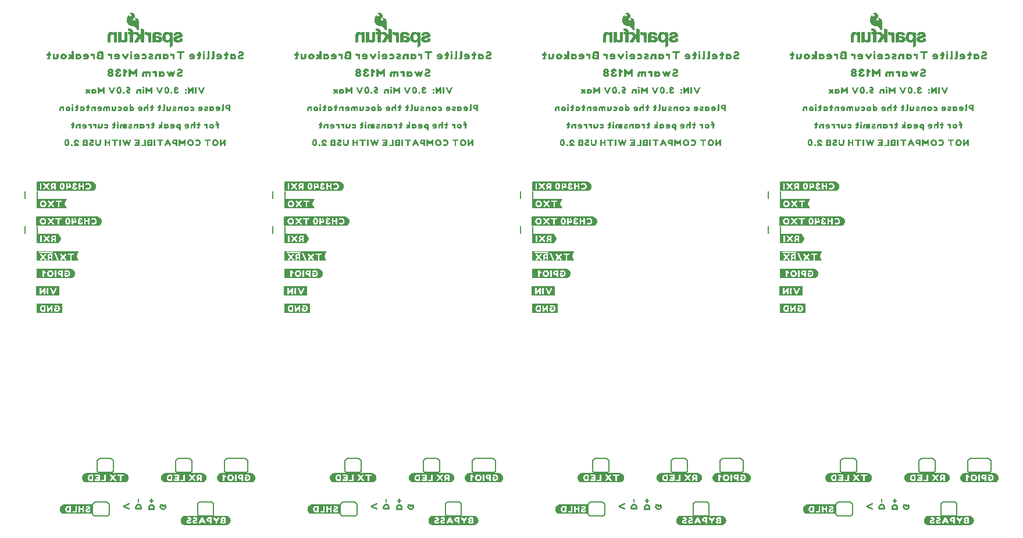
<source format=gbo>
G04 EAGLE Gerber RS-274X export*
G75*
%MOMM*%
%FSLAX34Y34*%
%LPD*%
%INSilkscreen Bottom*%
%IPPOS*%
%AMOC8*
5,1,8,0,0,1.08239X$1,22.5*%
G01*
%ADD10C,0.152400*%
%ADD11C,0.203200*%

G36*
X109044Y450354D02*
X109044Y450354D01*
X109047Y450351D01*
X109747Y450451D01*
X109751Y450455D01*
X109754Y450453D01*
X110454Y450653D01*
X110455Y450654D01*
X110456Y450653D01*
X111056Y450853D01*
X111059Y450858D01*
X111062Y450856D01*
X112262Y451456D01*
X112264Y451460D01*
X112267Y451459D01*
X112867Y451859D01*
X112870Y451866D01*
X112875Y451865D01*
X113775Y452765D01*
X113776Y452772D01*
X113781Y452773D01*
X114581Y453973D01*
X114581Y453977D01*
X114584Y453978D01*
X114884Y454578D01*
X114883Y454583D01*
X114887Y454584D01*
X115087Y455184D01*
X115086Y455186D01*
X115087Y455186D01*
X115095Y455213D01*
X115137Y455361D01*
X115151Y455410D01*
X115193Y455558D01*
X115194Y455558D01*
X115193Y455558D01*
X115236Y455706D01*
X115250Y455755D01*
X115287Y455886D01*
X115286Y455890D01*
X115289Y455892D01*
X115389Y456492D01*
X115386Y456497D01*
X115389Y456500D01*
X115389Y457900D01*
X115386Y457904D01*
X115389Y457907D01*
X115289Y458607D01*
X115284Y458612D01*
X115287Y458616D01*
X114887Y459816D01*
X114884Y459817D01*
X114885Y459819D01*
X114585Y460519D01*
X114577Y460524D01*
X114578Y460531D01*
X114180Y461029D01*
X113781Y461627D01*
X113774Y461630D01*
X113775Y461635D01*
X113275Y462135D01*
X113271Y462135D01*
X113271Y462138D01*
X112271Y462938D01*
X112263Y462939D01*
X112262Y462944D01*
X111062Y463544D01*
X111055Y463543D01*
X111054Y463547D01*
X110355Y463747D01*
X109756Y463947D01*
X109749Y463945D01*
X109747Y463949D01*
X109047Y464049D01*
X109042Y464046D01*
X109040Y464049D01*
X20540Y464049D01*
X20531Y464042D01*
X20522Y464036D01*
X20510Y464039D01*
X20110Y463739D01*
X20105Y463720D01*
X20093Y463711D01*
X20097Y463705D01*
X20091Y463700D01*
X20091Y450900D01*
X20099Y450889D01*
X20094Y450882D01*
X20294Y450382D01*
X20335Y450357D01*
X20340Y450351D01*
X109040Y450351D01*
X109044Y450354D01*
G37*
G36*
X469724Y450354D02*
X469724Y450354D01*
X469727Y450351D01*
X470427Y450451D01*
X470431Y450455D01*
X470434Y450453D01*
X471134Y450653D01*
X471135Y450654D01*
X471136Y450653D01*
X471736Y450853D01*
X471739Y450858D01*
X471742Y450856D01*
X472942Y451456D01*
X472944Y451460D01*
X472947Y451459D01*
X473547Y451859D01*
X473550Y451866D01*
X473555Y451865D01*
X474455Y452765D01*
X474456Y452772D01*
X474461Y452773D01*
X475261Y453973D01*
X475261Y453977D01*
X475264Y453978D01*
X475564Y454578D01*
X475563Y454583D01*
X475567Y454584D01*
X475767Y455184D01*
X475766Y455186D01*
X475767Y455186D01*
X475775Y455213D01*
X475817Y455361D01*
X475831Y455410D01*
X475873Y455558D01*
X475874Y455558D01*
X475873Y455558D01*
X475916Y455706D01*
X475930Y455755D01*
X475967Y455886D01*
X475966Y455890D01*
X475969Y455892D01*
X476069Y456492D01*
X476066Y456497D01*
X476069Y456500D01*
X476069Y457900D01*
X476066Y457904D01*
X476069Y457907D01*
X475969Y458607D01*
X475964Y458612D01*
X475967Y458616D01*
X475567Y459816D01*
X475564Y459817D01*
X475565Y459819D01*
X475265Y460519D01*
X475257Y460524D01*
X475258Y460531D01*
X474860Y461029D01*
X474461Y461627D01*
X474454Y461630D01*
X474455Y461635D01*
X473955Y462135D01*
X473951Y462135D01*
X473951Y462138D01*
X472951Y462938D01*
X472943Y462939D01*
X472942Y462944D01*
X471742Y463544D01*
X471735Y463543D01*
X471734Y463547D01*
X471035Y463747D01*
X470436Y463947D01*
X470429Y463945D01*
X470427Y463949D01*
X469727Y464049D01*
X469722Y464046D01*
X469720Y464049D01*
X381220Y464049D01*
X381211Y464042D01*
X381202Y464036D01*
X381190Y464039D01*
X380790Y463739D01*
X380785Y463720D01*
X380773Y463711D01*
X380777Y463705D01*
X380771Y463700D01*
X380771Y450900D01*
X380779Y450889D01*
X380774Y450882D01*
X380974Y450382D01*
X381015Y450357D01*
X381020Y450351D01*
X469720Y450351D01*
X469724Y450354D01*
G37*
G36*
X1191084Y450354D02*
X1191084Y450354D01*
X1191087Y450351D01*
X1191787Y450451D01*
X1191791Y450455D01*
X1191794Y450453D01*
X1192494Y450653D01*
X1192495Y450654D01*
X1192496Y450653D01*
X1193096Y450853D01*
X1193099Y450858D01*
X1193102Y450856D01*
X1194302Y451456D01*
X1194304Y451460D01*
X1194307Y451459D01*
X1194907Y451859D01*
X1194910Y451866D01*
X1194915Y451865D01*
X1195815Y452765D01*
X1195816Y452772D01*
X1195821Y452773D01*
X1196621Y453973D01*
X1196621Y453977D01*
X1196624Y453978D01*
X1196924Y454578D01*
X1196923Y454583D01*
X1196927Y454584D01*
X1197127Y455184D01*
X1197126Y455186D01*
X1197127Y455186D01*
X1197135Y455213D01*
X1197177Y455361D01*
X1197191Y455410D01*
X1197233Y455558D01*
X1197234Y455558D01*
X1197233Y455558D01*
X1197276Y455706D01*
X1197290Y455755D01*
X1197327Y455886D01*
X1197326Y455890D01*
X1197329Y455892D01*
X1197429Y456492D01*
X1197426Y456497D01*
X1197429Y456500D01*
X1197429Y457900D01*
X1197426Y457904D01*
X1197429Y457907D01*
X1197329Y458607D01*
X1197324Y458612D01*
X1197327Y458616D01*
X1196927Y459816D01*
X1196924Y459817D01*
X1196925Y459819D01*
X1196625Y460519D01*
X1196617Y460524D01*
X1196618Y460531D01*
X1196220Y461029D01*
X1195821Y461627D01*
X1195814Y461630D01*
X1195815Y461635D01*
X1195315Y462135D01*
X1195311Y462135D01*
X1195311Y462138D01*
X1194311Y462938D01*
X1194303Y462939D01*
X1194302Y462944D01*
X1193102Y463544D01*
X1193095Y463543D01*
X1193094Y463547D01*
X1192395Y463747D01*
X1191796Y463947D01*
X1191789Y463945D01*
X1191787Y463949D01*
X1191087Y464049D01*
X1191082Y464046D01*
X1191080Y464049D01*
X1102580Y464049D01*
X1102571Y464042D01*
X1102562Y464036D01*
X1102550Y464039D01*
X1102150Y463739D01*
X1102145Y463720D01*
X1102133Y463711D01*
X1102137Y463705D01*
X1102131Y463700D01*
X1102131Y450900D01*
X1102139Y450889D01*
X1102134Y450882D01*
X1102334Y450382D01*
X1102375Y450357D01*
X1102380Y450351D01*
X1191080Y450351D01*
X1191084Y450354D01*
G37*
G36*
X830404Y450354D02*
X830404Y450354D01*
X830407Y450351D01*
X831107Y450451D01*
X831111Y450455D01*
X831114Y450453D01*
X831814Y450653D01*
X831815Y450654D01*
X831816Y450653D01*
X832416Y450853D01*
X832419Y450858D01*
X832422Y450856D01*
X833622Y451456D01*
X833624Y451460D01*
X833627Y451459D01*
X834227Y451859D01*
X834230Y451866D01*
X834235Y451865D01*
X835135Y452765D01*
X835136Y452772D01*
X835141Y452773D01*
X835941Y453973D01*
X835941Y453977D01*
X835944Y453978D01*
X836244Y454578D01*
X836243Y454583D01*
X836247Y454584D01*
X836447Y455184D01*
X836446Y455186D01*
X836447Y455186D01*
X836455Y455213D01*
X836497Y455361D01*
X836511Y455410D01*
X836553Y455558D01*
X836554Y455558D01*
X836553Y455558D01*
X836596Y455706D01*
X836610Y455755D01*
X836647Y455886D01*
X836646Y455890D01*
X836649Y455892D01*
X836749Y456492D01*
X836746Y456497D01*
X836749Y456500D01*
X836749Y457900D01*
X836746Y457904D01*
X836749Y457907D01*
X836649Y458607D01*
X836644Y458612D01*
X836647Y458616D01*
X836247Y459816D01*
X836244Y459817D01*
X836245Y459819D01*
X835945Y460519D01*
X835937Y460524D01*
X835938Y460531D01*
X835540Y461029D01*
X835141Y461627D01*
X835134Y461630D01*
X835135Y461635D01*
X834635Y462135D01*
X834631Y462135D01*
X834631Y462138D01*
X833631Y462938D01*
X833623Y462939D01*
X833622Y462944D01*
X832422Y463544D01*
X832415Y463543D01*
X832414Y463547D01*
X831715Y463747D01*
X831116Y463947D01*
X831109Y463945D01*
X831107Y463949D01*
X830407Y464049D01*
X830402Y464046D01*
X830400Y464049D01*
X741900Y464049D01*
X741891Y464042D01*
X741882Y464036D01*
X741870Y464039D01*
X741470Y463739D01*
X741465Y463720D01*
X741453Y463711D01*
X741457Y463705D01*
X741451Y463700D01*
X741451Y450900D01*
X741459Y450889D01*
X741454Y450882D01*
X741654Y450382D01*
X741695Y450357D01*
X741700Y450351D01*
X830400Y450351D01*
X830404Y450354D01*
G37*
G36*
X100835Y501154D02*
X100835Y501154D01*
X100838Y501151D01*
X101438Y501251D01*
X101441Y501255D01*
X101444Y501253D01*
X102844Y501653D01*
X102845Y501654D01*
X102846Y501653D01*
X103446Y501853D01*
X103451Y501861D01*
X103457Y501859D01*
X104056Y502258D01*
X104555Y502558D01*
X104559Y502566D01*
X104565Y502565D01*
X105565Y503565D01*
X105565Y503569D01*
X105568Y503569D01*
X105968Y504069D01*
X105969Y504073D01*
X105971Y504073D01*
X106371Y504673D01*
X106371Y504677D01*
X106374Y504678D01*
X106674Y505278D01*
X106673Y505283D01*
X106677Y505284D01*
X106877Y505884D01*
X106876Y505886D01*
X106877Y505886D01*
X106899Y505964D01*
X106900Y505964D01*
X106899Y505964D01*
X106942Y506112D01*
X106956Y506161D01*
X106998Y506309D01*
X107040Y506456D01*
X107054Y506506D01*
X107077Y506586D01*
X107076Y506590D01*
X107079Y506592D01*
X107179Y507192D01*
X107177Y507195D01*
X107176Y507197D01*
X107179Y507200D01*
X107179Y508600D01*
X107176Y508604D01*
X107179Y508607D01*
X107079Y509307D01*
X107078Y509308D01*
X107079Y509308D01*
X106979Y509908D01*
X106972Y509914D01*
X106975Y509919D01*
X106675Y510619D01*
X106673Y510621D01*
X106674Y510622D01*
X106074Y511822D01*
X106067Y511825D01*
X106068Y511831D01*
X105668Y512331D01*
X105664Y512332D01*
X105665Y512335D01*
X104665Y513335D01*
X104661Y513335D01*
X104661Y513338D01*
X104161Y513738D01*
X104153Y513739D01*
X104152Y513744D01*
X102952Y514344D01*
X102947Y514343D01*
X102946Y514347D01*
X102346Y514547D01*
X102344Y514546D01*
X102344Y514547D01*
X101644Y514747D01*
X101639Y514746D01*
X101637Y514749D01*
X100937Y514849D01*
X100932Y514846D01*
X100930Y514849D01*
X21130Y514849D01*
X21121Y514842D01*
X21117Y514842D01*
X21112Y514846D01*
X20612Y514646D01*
X20596Y514619D01*
X20583Y514609D01*
X20586Y514604D01*
X20581Y514600D01*
X20581Y501700D01*
X20589Y501689D01*
X20584Y501682D01*
X20784Y501182D01*
X20825Y501157D01*
X20830Y501151D01*
X100830Y501151D01*
X100835Y501154D01*
G37*
G36*
X461515Y501154D02*
X461515Y501154D01*
X461518Y501151D01*
X462118Y501251D01*
X462121Y501255D01*
X462124Y501253D01*
X463524Y501653D01*
X463525Y501654D01*
X463526Y501653D01*
X464126Y501853D01*
X464131Y501861D01*
X464137Y501859D01*
X464736Y502258D01*
X465235Y502558D01*
X465239Y502566D01*
X465245Y502565D01*
X466245Y503565D01*
X466245Y503569D01*
X466248Y503569D01*
X466648Y504069D01*
X466649Y504073D01*
X466651Y504073D01*
X467051Y504673D01*
X467051Y504677D01*
X467054Y504678D01*
X467354Y505278D01*
X467353Y505283D01*
X467357Y505284D01*
X467557Y505884D01*
X467556Y505886D01*
X467557Y505886D01*
X467579Y505964D01*
X467580Y505964D01*
X467579Y505964D01*
X467622Y506112D01*
X467636Y506161D01*
X467678Y506309D01*
X467720Y506456D01*
X467734Y506506D01*
X467757Y506586D01*
X467756Y506590D01*
X467759Y506592D01*
X467859Y507192D01*
X467857Y507195D01*
X467856Y507197D01*
X467859Y507200D01*
X467859Y508600D01*
X467856Y508604D01*
X467859Y508607D01*
X467759Y509307D01*
X467758Y509308D01*
X467759Y509308D01*
X467659Y509908D01*
X467652Y509914D01*
X467655Y509919D01*
X467355Y510619D01*
X467353Y510621D01*
X467354Y510622D01*
X466754Y511822D01*
X466747Y511825D01*
X466748Y511831D01*
X466348Y512331D01*
X466344Y512332D01*
X466345Y512335D01*
X465345Y513335D01*
X465341Y513335D01*
X465341Y513338D01*
X464841Y513738D01*
X464833Y513739D01*
X464832Y513744D01*
X463632Y514344D01*
X463627Y514343D01*
X463626Y514347D01*
X463026Y514547D01*
X463024Y514546D01*
X463024Y514547D01*
X462324Y514747D01*
X462319Y514746D01*
X462317Y514749D01*
X461617Y514849D01*
X461612Y514846D01*
X461610Y514849D01*
X381810Y514849D01*
X381801Y514842D01*
X381797Y514842D01*
X381792Y514846D01*
X381292Y514646D01*
X381276Y514619D01*
X381263Y514609D01*
X381266Y514604D01*
X381261Y514600D01*
X381261Y501700D01*
X381269Y501689D01*
X381264Y501682D01*
X381464Y501182D01*
X381505Y501157D01*
X381510Y501151D01*
X461510Y501151D01*
X461515Y501154D01*
G37*
G36*
X1182875Y501154D02*
X1182875Y501154D01*
X1182878Y501151D01*
X1183478Y501251D01*
X1183481Y501255D01*
X1183484Y501253D01*
X1184884Y501653D01*
X1184885Y501654D01*
X1184886Y501653D01*
X1185486Y501853D01*
X1185491Y501861D01*
X1185497Y501859D01*
X1186096Y502258D01*
X1186595Y502558D01*
X1186599Y502566D01*
X1186605Y502565D01*
X1187605Y503565D01*
X1187605Y503569D01*
X1187608Y503569D01*
X1188008Y504069D01*
X1188009Y504073D01*
X1188011Y504073D01*
X1188411Y504673D01*
X1188411Y504677D01*
X1188414Y504678D01*
X1188714Y505278D01*
X1188713Y505283D01*
X1188717Y505284D01*
X1188917Y505884D01*
X1188916Y505886D01*
X1188917Y505886D01*
X1188939Y505964D01*
X1188940Y505964D01*
X1188939Y505964D01*
X1188982Y506112D01*
X1188996Y506161D01*
X1189038Y506309D01*
X1189080Y506456D01*
X1189094Y506506D01*
X1189117Y506586D01*
X1189116Y506590D01*
X1189119Y506592D01*
X1189219Y507192D01*
X1189217Y507195D01*
X1189216Y507197D01*
X1189219Y507200D01*
X1189219Y508600D01*
X1189216Y508604D01*
X1189219Y508607D01*
X1189119Y509307D01*
X1189118Y509308D01*
X1189119Y509308D01*
X1189019Y509908D01*
X1189012Y509914D01*
X1189015Y509919D01*
X1188715Y510619D01*
X1188713Y510621D01*
X1188714Y510622D01*
X1188114Y511822D01*
X1188107Y511825D01*
X1188108Y511831D01*
X1187708Y512331D01*
X1187704Y512332D01*
X1187705Y512335D01*
X1186705Y513335D01*
X1186701Y513335D01*
X1186701Y513338D01*
X1186201Y513738D01*
X1186193Y513739D01*
X1186192Y513744D01*
X1184992Y514344D01*
X1184987Y514343D01*
X1184986Y514347D01*
X1184386Y514547D01*
X1184384Y514546D01*
X1184384Y514547D01*
X1183684Y514747D01*
X1183679Y514746D01*
X1183677Y514749D01*
X1182977Y514849D01*
X1182972Y514846D01*
X1182970Y514849D01*
X1103170Y514849D01*
X1103161Y514842D01*
X1103157Y514842D01*
X1103152Y514846D01*
X1102652Y514646D01*
X1102636Y514619D01*
X1102623Y514609D01*
X1102626Y514604D01*
X1102621Y514600D01*
X1102621Y501700D01*
X1102629Y501689D01*
X1102624Y501682D01*
X1102824Y501182D01*
X1102865Y501157D01*
X1102870Y501151D01*
X1182870Y501151D01*
X1182875Y501154D01*
G37*
G36*
X822195Y501154D02*
X822195Y501154D01*
X822198Y501151D01*
X822798Y501251D01*
X822801Y501255D01*
X822804Y501253D01*
X824204Y501653D01*
X824205Y501654D01*
X824206Y501653D01*
X824806Y501853D01*
X824811Y501861D01*
X824817Y501859D01*
X825416Y502258D01*
X825915Y502558D01*
X825919Y502566D01*
X825925Y502565D01*
X826925Y503565D01*
X826925Y503569D01*
X826928Y503569D01*
X827328Y504069D01*
X827329Y504073D01*
X827331Y504073D01*
X827731Y504673D01*
X827731Y504677D01*
X827734Y504678D01*
X828034Y505278D01*
X828033Y505283D01*
X828037Y505284D01*
X828237Y505884D01*
X828236Y505886D01*
X828237Y505886D01*
X828259Y505964D01*
X828260Y505964D01*
X828259Y505964D01*
X828302Y506112D01*
X828316Y506161D01*
X828358Y506309D01*
X828400Y506456D01*
X828414Y506506D01*
X828437Y506586D01*
X828436Y506590D01*
X828439Y506592D01*
X828539Y507192D01*
X828537Y507195D01*
X828536Y507197D01*
X828539Y507200D01*
X828539Y508600D01*
X828536Y508604D01*
X828539Y508607D01*
X828439Y509307D01*
X828438Y509308D01*
X828439Y509308D01*
X828339Y509908D01*
X828332Y509914D01*
X828335Y509919D01*
X828035Y510619D01*
X828033Y510621D01*
X828034Y510622D01*
X827434Y511822D01*
X827427Y511825D01*
X827428Y511831D01*
X827028Y512331D01*
X827024Y512332D01*
X827025Y512335D01*
X826025Y513335D01*
X826021Y513335D01*
X826021Y513338D01*
X825521Y513738D01*
X825513Y513739D01*
X825512Y513744D01*
X824312Y514344D01*
X824307Y514343D01*
X824306Y514347D01*
X823706Y514547D01*
X823704Y514546D01*
X823704Y514547D01*
X823004Y514747D01*
X822999Y514746D01*
X822997Y514749D01*
X822297Y514849D01*
X822292Y514846D01*
X822290Y514849D01*
X742490Y514849D01*
X742481Y514842D01*
X742477Y514842D01*
X742472Y514846D01*
X741972Y514646D01*
X741956Y514619D01*
X741943Y514609D01*
X741946Y514604D01*
X741941Y514600D01*
X741941Y501700D01*
X741949Y501689D01*
X741944Y501682D01*
X742144Y501182D01*
X742185Y501157D01*
X742190Y501151D01*
X822190Y501151D01*
X822195Y501154D01*
G37*
G36*
X296405Y14744D02*
X296405Y14744D01*
X296408Y14741D01*
X297008Y14841D01*
X297707Y14941D01*
X297711Y14945D01*
X297714Y14943D01*
X298414Y15143D01*
X298415Y15144D01*
X298416Y15143D01*
X299016Y15343D01*
X299019Y15348D01*
X299022Y15346D01*
X299622Y15646D01*
X299624Y15650D01*
X299627Y15649D01*
X300227Y16049D01*
X300228Y16052D01*
X300231Y16052D01*
X300731Y16452D01*
X300732Y16456D01*
X300735Y16455D01*
X301235Y16955D01*
X301235Y16959D01*
X301238Y16959D01*
X301638Y17459D01*
X301639Y17463D01*
X301641Y17463D01*
X302041Y18063D01*
X302041Y18067D01*
X302044Y18068D01*
X302644Y19268D01*
X302643Y19273D01*
X302647Y19274D01*
X302847Y19874D01*
X302845Y19881D01*
X302849Y19883D01*
X303049Y21283D01*
X303046Y21288D01*
X303049Y21290D01*
X303049Y21990D01*
X303046Y21995D01*
X303049Y21998D01*
X302949Y22598D01*
X302849Y23297D01*
X302844Y23302D01*
X302847Y23306D01*
X302647Y23906D01*
X302644Y23907D01*
X302645Y23909D01*
X302345Y24609D01*
X302343Y24611D01*
X302344Y24612D01*
X302044Y25212D01*
X302037Y25215D01*
X302038Y25221D01*
X301638Y25721D01*
X301634Y25722D01*
X301635Y25725D01*
X301137Y26223D01*
X300738Y26721D01*
X300728Y26723D01*
X300727Y26731D01*
X300129Y27130D01*
X299631Y27528D01*
X299623Y27529D01*
X299622Y27534D01*
X299022Y27834D01*
X299015Y27833D01*
X299014Y27837D01*
X298315Y28037D01*
X297716Y28237D01*
X297711Y28235D01*
X297709Y28235D01*
X297707Y28239D01*
X296307Y28439D01*
X296302Y28436D01*
X296300Y28439D01*
X237300Y28439D01*
X237296Y28436D01*
X237293Y28439D01*
X236597Y28339D01*
X236000Y28339D01*
X235993Y28334D01*
X235991Y28334D01*
X235986Y28337D01*
X235286Y28137D01*
X235285Y28136D01*
X235284Y28137D01*
X234684Y27937D01*
X234681Y27932D01*
X234678Y27934D01*
X233478Y27334D01*
X233476Y27330D01*
X233473Y27331D01*
X232873Y26931D01*
X232870Y26924D01*
X232865Y26925D01*
X232365Y26425D01*
X232365Y26421D01*
X232362Y26421D01*
X231562Y25421D01*
X231561Y25417D01*
X231559Y25417D01*
X231159Y24817D01*
X231159Y24813D01*
X231156Y24812D01*
X230856Y24212D01*
X230856Y24210D01*
X230856Y24209D01*
X230857Y24205D01*
X230853Y24204D01*
X230812Y24062D01*
X230798Y24013D01*
X230756Y23865D01*
X230714Y23718D01*
X230700Y23668D01*
X230658Y23521D01*
X230653Y23505D01*
X230453Y22906D01*
X230457Y22895D01*
X230451Y22890D01*
X230451Y22193D01*
X230351Y21497D01*
X230356Y21488D01*
X230351Y21483D01*
X230451Y20783D01*
X230452Y20782D01*
X230451Y20782D01*
X230551Y20182D01*
X230555Y20179D01*
X230553Y20176D01*
X230753Y19476D01*
X230754Y19475D01*
X230753Y19474D01*
X230953Y18874D01*
X230958Y18871D01*
X230956Y18868D01*
X231256Y18268D01*
X231260Y18266D01*
X231259Y18263D01*
X231659Y17663D01*
X231662Y17662D01*
X231662Y17659D01*
X232462Y16659D01*
X232469Y16657D01*
X232468Y16652D01*
X233068Y16152D01*
X233074Y16152D01*
X233075Y16148D01*
X233574Y15848D01*
X234173Y15449D01*
X234182Y15450D01*
X234184Y15443D01*
X234784Y15243D01*
X234786Y15244D01*
X234786Y15243D01*
X235485Y15043D01*
X236084Y14843D01*
X236091Y14845D01*
X236093Y14841D01*
X236793Y14741D01*
X236798Y14744D01*
X236800Y14741D01*
X296400Y14741D01*
X296405Y14744D01*
G37*
G36*
X1378445Y14744D02*
X1378445Y14744D01*
X1378448Y14741D01*
X1379048Y14841D01*
X1379747Y14941D01*
X1379751Y14945D01*
X1379754Y14943D01*
X1380454Y15143D01*
X1380455Y15144D01*
X1380456Y15143D01*
X1381056Y15343D01*
X1381059Y15348D01*
X1381062Y15346D01*
X1381662Y15646D01*
X1381664Y15650D01*
X1381667Y15649D01*
X1382267Y16049D01*
X1382268Y16052D01*
X1382271Y16052D01*
X1382771Y16452D01*
X1382772Y16456D01*
X1382775Y16455D01*
X1383275Y16955D01*
X1383275Y16959D01*
X1383278Y16959D01*
X1383678Y17459D01*
X1383679Y17463D01*
X1383681Y17463D01*
X1384081Y18063D01*
X1384081Y18067D01*
X1384084Y18068D01*
X1384684Y19268D01*
X1384683Y19273D01*
X1384687Y19274D01*
X1384887Y19874D01*
X1384885Y19881D01*
X1384889Y19883D01*
X1385089Y21283D01*
X1385086Y21288D01*
X1385089Y21290D01*
X1385089Y21990D01*
X1385086Y21995D01*
X1385089Y21998D01*
X1384989Y22598D01*
X1384889Y23297D01*
X1384884Y23302D01*
X1384887Y23306D01*
X1384687Y23906D01*
X1384684Y23907D01*
X1384685Y23909D01*
X1384385Y24609D01*
X1384383Y24611D01*
X1384384Y24612D01*
X1384084Y25212D01*
X1384077Y25215D01*
X1384078Y25221D01*
X1383678Y25721D01*
X1383674Y25722D01*
X1383675Y25725D01*
X1383177Y26223D01*
X1382778Y26721D01*
X1382768Y26723D01*
X1382767Y26731D01*
X1382169Y27130D01*
X1381671Y27528D01*
X1381663Y27529D01*
X1381662Y27534D01*
X1381062Y27834D01*
X1381055Y27833D01*
X1381054Y27837D01*
X1380355Y28037D01*
X1379756Y28237D01*
X1379751Y28235D01*
X1379749Y28235D01*
X1379747Y28239D01*
X1378347Y28439D01*
X1378342Y28436D01*
X1378340Y28439D01*
X1319340Y28439D01*
X1319336Y28436D01*
X1319333Y28439D01*
X1318637Y28339D01*
X1318040Y28339D01*
X1318033Y28334D01*
X1318031Y28334D01*
X1318026Y28337D01*
X1317326Y28137D01*
X1317325Y28136D01*
X1317324Y28137D01*
X1316724Y27937D01*
X1316721Y27932D01*
X1316718Y27934D01*
X1315518Y27334D01*
X1315516Y27330D01*
X1315513Y27331D01*
X1314913Y26931D01*
X1314910Y26924D01*
X1314905Y26925D01*
X1314405Y26425D01*
X1314405Y26421D01*
X1314402Y26421D01*
X1313602Y25421D01*
X1313601Y25417D01*
X1313599Y25417D01*
X1313199Y24817D01*
X1313199Y24813D01*
X1313196Y24812D01*
X1312896Y24212D01*
X1312896Y24210D01*
X1312896Y24209D01*
X1312897Y24205D01*
X1312893Y24204D01*
X1312852Y24062D01*
X1312838Y24013D01*
X1312796Y23865D01*
X1312754Y23718D01*
X1312740Y23668D01*
X1312698Y23521D01*
X1312693Y23505D01*
X1312493Y22906D01*
X1312497Y22895D01*
X1312491Y22890D01*
X1312491Y22193D01*
X1312391Y21497D01*
X1312396Y21488D01*
X1312391Y21483D01*
X1312491Y20783D01*
X1312492Y20782D01*
X1312491Y20782D01*
X1312591Y20182D01*
X1312595Y20179D01*
X1312593Y20176D01*
X1312793Y19476D01*
X1312794Y19475D01*
X1312793Y19474D01*
X1312993Y18874D01*
X1312998Y18871D01*
X1312996Y18868D01*
X1313296Y18268D01*
X1313300Y18266D01*
X1313299Y18263D01*
X1313699Y17663D01*
X1313702Y17662D01*
X1313702Y17659D01*
X1314502Y16659D01*
X1314509Y16657D01*
X1314508Y16652D01*
X1315108Y16152D01*
X1315114Y16152D01*
X1315115Y16148D01*
X1315614Y15848D01*
X1316213Y15449D01*
X1316222Y15450D01*
X1316224Y15443D01*
X1316824Y15243D01*
X1316826Y15244D01*
X1316826Y15243D01*
X1317525Y15043D01*
X1318124Y14843D01*
X1318131Y14845D01*
X1318133Y14841D01*
X1318833Y14741D01*
X1318838Y14744D01*
X1318840Y14741D01*
X1378440Y14741D01*
X1378445Y14744D01*
G37*
G36*
X657085Y14744D02*
X657085Y14744D01*
X657088Y14741D01*
X657688Y14841D01*
X658387Y14941D01*
X658391Y14945D01*
X658394Y14943D01*
X659094Y15143D01*
X659095Y15144D01*
X659096Y15143D01*
X659696Y15343D01*
X659699Y15348D01*
X659702Y15346D01*
X660302Y15646D01*
X660304Y15650D01*
X660307Y15649D01*
X660907Y16049D01*
X660908Y16052D01*
X660911Y16052D01*
X661411Y16452D01*
X661412Y16456D01*
X661415Y16455D01*
X661915Y16955D01*
X661915Y16959D01*
X661918Y16959D01*
X662318Y17459D01*
X662319Y17463D01*
X662321Y17463D01*
X662721Y18063D01*
X662721Y18067D01*
X662724Y18068D01*
X663324Y19268D01*
X663323Y19273D01*
X663327Y19274D01*
X663527Y19874D01*
X663525Y19881D01*
X663529Y19883D01*
X663729Y21283D01*
X663726Y21288D01*
X663729Y21290D01*
X663729Y21990D01*
X663726Y21995D01*
X663729Y21998D01*
X663629Y22598D01*
X663529Y23297D01*
X663524Y23302D01*
X663527Y23306D01*
X663327Y23906D01*
X663324Y23907D01*
X663325Y23909D01*
X663025Y24609D01*
X663023Y24611D01*
X663024Y24612D01*
X662724Y25212D01*
X662717Y25215D01*
X662718Y25221D01*
X662318Y25721D01*
X662314Y25722D01*
X662315Y25725D01*
X661817Y26223D01*
X661418Y26721D01*
X661408Y26723D01*
X661407Y26731D01*
X660809Y27130D01*
X660311Y27528D01*
X660303Y27529D01*
X660302Y27534D01*
X659702Y27834D01*
X659695Y27833D01*
X659694Y27837D01*
X658995Y28037D01*
X658396Y28237D01*
X658391Y28235D01*
X658389Y28235D01*
X658387Y28239D01*
X656987Y28439D01*
X656982Y28436D01*
X656980Y28439D01*
X597980Y28439D01*
X597976Y28436D01*
X597973Y28439D01*
X597277Y28339D01*
X596680Y28339D01*
X596673Y28334D01*
X596671Y28334D01*
X596666Y28337D01*
X595966Y28137D01*
X595965Y28136D01*
X595964Y28137D01*
X595364Y27937D01*
X595361Y27932D01*
X595358Y27934D01*
X594158Y27334D01*
X594156Y27330D01*
X594153Y27331D01*
X593553Y26931D01*
X593550Y26924D01*
X593545Y26925D01*
X593045Y26425D01*
X593045Y26421D01*
X593042Y26421D01*
X592242Y25421D01*
X592241Y25417D01*
X592239Y25417D01*
X591839Y24817D01*
X591839Y24813D01*
X591836Y24812D01*
X591536Y24212D01*
X591536Y24210D01*
X591536Y24209D01*
X591537Y24205D01*
X591533Y24204D01*
X591492Y24062D01*
X591478Y24013D01*
X591436Y23865D01*
X591394Y23718D01*
X591380Y23668D01*
X591338Y23521D01*
X591333Y23505D01*
X591133Y22906D01*
X591137Y22895D01*
X591131Y22890D01*
X591131Y22193D01*
X591031Y21497D01*
X591036Y21488D01*
X591031Y21483D01*
X591131Y20783D01*
X591132Y20782D01*
X591131Y20782D01*
X591231Y20182D01*
X591235Y20179D01*
X591233Y20176D01*
X591433Y19476D01*
X591434Y19475D01*
X591433Y19474D01*
X591633Y18874D01*
X591638Y18871D01*
X591636Y18868D01*
X591936Y18268D01*
X591940Y18266D01*
X591939Y18263D01*
X592339Y17663D01*
X592342Y17662D01*
X592342Y17659D01*
X593142Y16659D01*
X593149Y16657D01*
X593148Y16652D01*
X593748Y16152D01*
X593754Y16152D01*
X593755Y16148D01*
X594254Y15848D01*
X594853Y15449D01*
X594862Y15450D01*
X594864Y15443D01*
X595464Y15243D01*
X595466Y15244D01*
X595466Y15243D01*
X596165Y15043D01*
X596764Y14843D01*
X596771Y14845D01*
X596773Y14841D01*
X597473Y14741D01*
X597478Y14744D01*
X597480Y14741D01*
X657080Y14741D01*
X657085Y14744D01*
G37*
G36*
X1017765Y14744D02*
X1017765Y14744D01*
X1017768Y14741D01*
X1018368Y14841D01*
X1019067Y14941D01*
X1019071Y14945D01*
X1019074Y14943D01*
X1019774Y15143D01*
X1019775Y15144D01*
X1019776Y15143D01*
X1020376Y15343D01*
X1020379Y15348D01*
X1020382Y15346D01*
X1020982Y15646D01*
X1020984Y15650D01*
X1020987Y15649D01*
X1021587Y16049D01*
X1021588Y16052D01*
X1021591Y16052D01*
X1022091Y16452D01*
X1022092Y16456D01*
X1022095Y16455D01*
X1022595Y16955D01*
X1022595Y16959D01*
X1022598Y16959D01*
X1022998Y17459D01*
X1022999Y17463D01*
X1023001Y17463D01*
X1023401Y18063D01*
X1023401Y18067D01*
X1023404Y18068D01*
X1024004Y19268D01*
X1024003Y19273D01*
X1024007Y19274D01*
X1024207Y19874D01*
X1024205Y19881D01*
X1024209Y19883D01*
X1024409Y21283D01*
X1024406Y21288D01*
X1024409Y21290D01*
X1024409Y21990D01*
X1024406Y21995D01*
X1024409Y21998D01*
X1024309Y22598D01*
X1024209Y23297D01*
X1024204Y23302D01*
X1024207Y23306D01*
X1024007Y23906D01*
X1024004Y23907D01*
X1024005Y23909D01*
X1023705Y24609D01*
X1023703Y24611D01*
X1023704Y24612D01*
X1023404Y25212D01*
X1023397Y25215D01*
X1023398Y25221D01*
X1022998Y25721D01*
X1022994Y25722D01*
X1022995Y25725D01*
X1022497Y26223D01*
X1022098Y26721D01*
X1022088Y26723D01*
X1022087Y26731D01*
X1021489Y27130D01*
X1020991Y27528D01*
X1020983Y27529D01*
X1020982Y27534D01*
X1020382Y27834D01*
X1020375Y27833D01*
X1020374Y27837D01*
X1019675Y28037D01*
X1019076Y28237D01*
X1019071Y28235D01*
X1019069Y28235D01*
X1019067Y28239D01*
X1017667Y28439D01*
X1017662Y28436D01*
X1017660Y28439D01*
X958660Y28439D01*
X958656Y28436D01*
X958653Y28439D01*
X957957Y28339D01*
X957360Y28339D01*
X957353Y28334D01*
X957351Y28334D01*
X957346Y28337D01*
X956646Y28137D01*
X956645Y28136D01*
X956644Y28137D01*
X956044Y27937D01*
X956041Y27932D01*
X956038Y27934D01*
X954838Y27334D01*
X954836Y27330D01*
X954833Y27331D01*
X954233Y26931D01*
X954230Y26924D01*
X954225Y26925D01*
X953725Y26425D01*
X953725Y26421D01*
X953722Y26421D01*
X952922Y25421D01*
X952921Y25417D01*
X952919Y25417D01*
X952519Y24817D01*
X952519Y24813D01*
X952516Y24812D01*
X952216Y24212D01*
X952216Y24210D01*
X952216Y24209D01*
X952217Y24205D01*
X952213Y24204D01*
X952172Y24062D01*
X952158Y24013D01*
X952116Y23865D01*
X952074Y23718D01*
X952060Y23668D01*
X952018Y23521D01*
X952013Y23505D01*
X951813Y22906D01*
X951817Y22895D01*
X951811Y22890D01*
X951811Y22193D01*
X951711Y21497D01*
X951716Y21488D01*
X951711Y21483D01*
X951811Y20783D01*
X951812Y20782D01*
X951811Y20782D01*
X951911Y20182D01*
X951915Y20179D01*
X951913Y20176D01*
X952113Y19476D01*
X952114Y19475D01*
X952113Y19474D01*
X952313Y18874D01*
X952318Y18871D01*
X952316Y18868D01*
X952616Y18268D01*
X952620Y18266D01*
X952619Y18263D01*
X953019Y17663D01*
X953022Y17662D01*
X953022Y17659D01*
X953822Y16659D01*
X953829Y16657D01*
X953828Y16652D01*
X954428Y16152D01*
X954434Y16152D01*
X954435Y16148D01*
X954934Y15848D01*
X955533Y15449D01*
X955542Y15450D01*
X955544Y15443D01*
X956144Y15243D01*
X956146Y15244D01*
X956146Y15243D01*
X956845Y15043D01*
X957444Y14843D01*
X957451Y14845D01*
X957453Y14841D01*
X958153Y14741D01*
X958158Y14744D01*
X958160Y14741D01*
X1017760Y14741D01*
X1017765Y14744D01*
G37*
G36*
X869414Y76974D02*
X869414Y76974D01*
X869417Y76971D01*
X870117Y77071D01*
X870118Y77072D01*
X870118Y77071D01*
X870718Y77171D01*
X870721Y77175D01*
X870724Y77173D01*
X871424Y77373D01*
X871428Y77378D01*
X871432Y77376D01*
X873232Y78276D01*
X873237Y78286D01*
X873245Y78285D01*
X873743Y78783D01*
X874241Y79182D01*
X874243Y79192D01*
X874251Y79193D01*
X874650Y79791D01*
X875048Y80289D01*
X875049Y80297D01*
X875054Y80298D01*
X875354Y80898D01*
X875354Y80900D01*
X875355Y80901D01*
X875655Y81601D01*
X875653Y81609D01*
X875659Y81612D01*
X875758Y82209D01*
X875763Y82227D01*
X875805Y82375D01*
X875806Y82375D01*
X875805Y82375D01*
X875848Y82523D01*
X875862Y82572D01*
X875904Y82720D01*
X875946Y82867D01*
X875957Y82906D01*
X875954Y82914D01*
X875957Y82917D01*
X875956Y82918D01*
X875959Y82920D01*
X875959Y84220D01*
X875956Y84224D01*
X875959Y84227D01*
X875759Y85627D01*
X875754Y85632D01*
X875757Y85636D01*
X875557Y86236D01*
X875552Y86239D01*
X875554Y86242D01*
X874954Y87442D01*
X874950Y87444D01*
X874951Y87447D01*
X874551Y88047D01*
X874548Y88048D01*
X874548Y88051D01*
X874148Y88551D01*
X874141Y88553D01*
X874141Y88558D01*
X873641Y88958D01*
X873042Y89458D01*
X873033Y89458D01*
X873032Y89464D01*
X871232Y90364D01*
X871222Y90362D01*
X871218Y90369D01*
X870618Y90469D01*
X870617Y90468D01*
X870617Y90469D01*
X869217Y90669D01*
X869165Y90640D01*
X869167Y90635D01*
X869163Y90634D01*
X869156Y90612D01*
X869134Y90663D01*
X869120Y90657D01*
X869110Y90669D01*
X814910Y90669D01*
X814905Y90666D01*
X814902Y90669D01*
X814306Y90569D01*
X813610Y90569D01*
X813603Y90564D01*
X813601Y90564D01*
X813596Y90567D01*
X812896Y90367D01*
X812895Y90366D01*
X812894Y90367D01*
X812294Y90167D01*
X812291Y90162D01*
X812288Y90164D01*
X811688Y89864D01*
X811686Y89860D01*
X811683Y89861D01*
X810483Y89061D01*
X810482Y89058D01*
X810479Y89058D01*
X809979Y88658D01*
X809977Y88651D01*
X809972Y88651D01*
X809572Y88151D01*
X809571Y88147D01*
X809569Y88147D01*
X809170Y87549D01*
X808772Y87051D01*
X808771Y87038D01*
X808768Y87036D01*
X808763Y87034D01*
X808734Y86933D01*
X808720Y86883D01*
X808678Y86736D01*
X808635Y86588D01*
X808621Y86539D01*
X808579Y86391D01*
X808564Y86338D01*
X808266Y85742D01*
X808268Y85731D01*
X808261Y85727D01*
X808161Y85028D01*
X808061Y84428D01*
X808064Y84423D01*
X808061Y84420D01*
X808061Y83020D01*
X808064Y83016D01*
X808061Y83013D01*
X808161Y82313D01*
X808166Y82308D01*
X808163Y82304D01*
X808563Y81104D01*
X808568Y81101D01*
X808566Y81098D01*
X808866Y80498D01*
X808870Y80496D01*
X808869Y80493D01*
X809669Y79293D01*
X809679Y79289D01*
X809679Y79282D01*
X810177Y78883D01*
X810675Y78385D01*
X810682Y78384D01*
X810683Y78379D01*
X811283Y77979D01*
X811287Y77979D01*
X811288Y77976D01*
X812488Y77376D01*
X812493Y77377D01*
X812494Y77373D01*
X813094Y77173D01*
X813101Y77175D01*
X813103Y77171D01*
X814503Y76971D01*
X814508Y76974D01*
X814510Y76971D01*
X869410Y76971D01*
X869414Y76974D01*
G37*
G36*
X148054Y76974D02*
X148054Y76974D01*
X148057Y76971D01*
X148757Y77071D01*
X148758Y77072D01*
X148758Y77071D01*
X149358Y77171D01*
X149361Y77175D01*
X149364Y77173D01*
X150064Y77373D01*
X150068Y77378D01*
X150072Y77376D01*
X151872Y78276D01*
X151877Y78286D01*
X151885Y78285D01*
X152383Y78783D01*
X152881Y79182D01*
X152883Y79192D01*
X152891Y79193D01*
X153290Y79791D01*
X153688Y80289D01*
X153689Y80297D01*
X153694Y80298D01*
X153994Y80898D01*
X153994Y80900D01*
X153995Y80901D01*
X154295Y81601D01*
X154293Y81609D01*
X154299Y81612D01*
X154398Y82209D01*
X154403Y82227D01*
X154445Y82375D01*
X154446Y82375D01*
X154445Y82375D01*
X154488Y82523D01*
X154502Y82572D01*
X154544Y82720D01*
X154586Y82867D01*
X154597Y82906D01*
X154594Y82914D01*
X154597Y82917D01*
X154596Y82918D01*
X154599Y82920D01*
X154599Y84220D01*
X154596Y84224D01*
X154599Y84227D01*
X154399Y85627D01*
X154394Y85632D01*
X154397Y85636D01*
X154197Y86236D01*
X154192Y86239D01*
X154194Y86242D01*
X153594Y87442D01*
X153590Y87444D01*
X153591Y87447D01*
X153191Y88047D01*
X153188Y88048D01*
X153188Y88051D01*
X152788Y88551D01*
X152781Y88553D01*
X152781Y88558D01*
X152281Y88958D01*
X151682Y89458D01*
X151673Y89458D01*
X151672Y89464D01*
X149872Y90364D01*
X149862Y90362D01*
X149858Y90369D01*
X149258Y90469D01*
X149257Y90468D01*
X149257Y90469D01*
X147857Y90669D01*
X147805Y90640D01*
X147807Y90635D01*
X147803Y90634D01*
X147796Y90612D01*
X147774Y90663D01*
X147760Y90657D01*
X147750Y90669D01*
X93550Y90669D01*
X93545Y90666D01*
X93542Y90669D01*
X92946Y90569D01*
X92250Y90569D01*
X92243Y90564D01*
X92241Y90564D01*
X92236Y90567D01*
X91536Y90367D01*
X91535Y90366D01*
X91534Y90367D01*
X90934Y90167D01*
X90931Y90162D01*
X90928Y90164D01*
X90328Y89864D01*
X90326Y89860D01*
X90323Y89861D01*
X89123Y89061D01*
X89122Y89058D01*
X89119Y89058D01*
X88619Y88658D01*
X88617Y88651D01*
X88612Y88651D01*
X88212Y88151D01*
X88211Y88147D01*
X88209Y88147D01*
X87810Y87549D01*
X87412Y87051D01*
X87411Y87038D01*
X87408Y87036D01*
X87403Y87034D01*
X87374Y86933D01*
X87360Y86883D01*
X87318Y86736D01*
X87275Y86588D01*
X87261Y86539D01*
X87219Y86391D01*
X87204Y86338D01*
X86906Y85742D01*
X86908Y85731D01*
X86901Y85727D01*
X86801Y85028D01*
X86701Y84428D01*
X86704Y84423D01*
X86701Y84420D01*
X86701Y83020D01*
X86704Y83016D01*
X86701Y83013D01*
X86801Y82313D01*
X86806Y82308D01*
X86803Y82304D01*
X87203Y81104D01*
X87208Y81101D01*
X87206Y81098D01*
X87506Y80498D01*
X87510Y80496D01*
X87509Y80493D01*
X88309Y79293D01*
X88319Y79289D01*
X88319Y79282D01*
X88817Y78883D01*
X89315Y78385D01*
X89322Y78384D01*
X89323Y78379D01*
X89923Y77979D01*
X89927Y77979D01*
X89928Y77976D01*
X91128Y77376D01*
X91133Y77377D01*
X91134Y77373D01*
X91734Y77173D01*
X91741Y77175D01*
X91743Y77171D01*
X93143Y76971D01*
X93148Y76974D01*
X93150Y76971D01*
X148050Y76971D01*
X148054Y76974D01*
G37*
G36*
X508734Y76974D02*
X508734Y76974D01*
X508737Y76971D01*
X509437Y77071D01*
X509438Y77072D01*
X509438Y77071D01*
X510038Y77171D01*
X510041Y77175D01*
X510044Y77173D01*
X510744Y77373D01*
X510748Y77378D01*
X510752Y77376D01*
X512552Y78276D01*
X512557Y78286D01*
X512565Y78285D01*
X513063Y78783D01*
X513561Y79182D01*
X513563Y79192D01*
X513571Y79193D01*
X513970Y79791D01*
X514368Y80289D01*
X514369Y80297D01*
X514374Y80298D01*
X514674Y80898D01*
X514674Y80900D01*
X514675Y80901D01*
X514975Y81601D01*
X514973Y81609D01*
X514979Y81612D01*
X515078Y82209D01*
X515083Y82227D01*
X515125Y82375D01*
X515126Y82375D01*
X515125Y82375D01*
X515168Y82523D01*
X515182Y82572D01*
X515224Y82720D01*
X515266Y82867D01*
X515277Y82906D01*
X515274Y82914D01*
X515277Y82917D01*
X515276Y82918D01*
X515279Y82920D01*
X515279Y84220D01*
X515276Y84224D01*
X515279Y84227D01*
X515079Y85627D01*
X515074Y85632D01*
X515077Y85636D01*
X514877Y86236D01*
X514872Y86239D01*
X514874Y86242D01*
X514274Y87442D01*
X514270Y87444D01*
X514271Y87447D01*
X513871Y88047D01*
X513868Y88048D01*
X513868Y88051D01*
X513468Y88551D01*
X513461Y88553D01*
X513461Y88558D01*
X512961Y88958D01*
X512362Y89458D01*
X512353Y89458D01*
X512352Y89464D01*
X510552Y90364D01*
X510542Y90362D01*
X510538Y90369D01*
X509938Y90469D01*
X509937Y90468D01*
X509937Y90469D01*
X508537Y90669D01*
X508485Y90640D01*
X508487Y90635D01*
X508483Y90634D01*
X508476Y90612D01*
X508454Y90663D01*
X508440Y90657D01*
X508430Y90669D01*
X454230Y90669D01*
X454225Y90666D01*
X454222Y90669D01*
X453626Y90569D01*
X452930Y90569D01*
X452923Y90564D01*
X452921Y90564D01*
X452916Y90567D01*
X452216Y90367D01*
X452215Y90366D01*
X452214Y90367D01*
X451614Y90167D01*
X451611Y90162D01*
X451608Y90164D01*
X451008Y89864D01*
X451006Y89860D01*
X451003Y89861D01*
X449803Y89061D01*
X449802Y89058D01*
X449799Y89058D01*
X449299Y88658D01*
X449297Y88651D01*
X449292Y88651D01*
X448892Y88151D01*
X448891Y88147D01*
X448889Y88147D01*
X448490Y87549D01*
X448092Y87051D01*
X448091Y87038D01*
X448088Y87036D01*
X448083Y87034D01*
X448054Y86933D01*
X448040Y86883D01*
X447998Y86736D01*
X447955Y86588D01*
X447941Y86539D01*
X447899Y86391D01*
X447884Y86338D01*
X447586Y85742D01*
X447588Y85731D01*
X447581Y85727D01*
X447481Y85028D01*
X447381Y84428D01*
X447384Y84423D01*
X447381Y84420D01*
X447381Y83020D01*
X447384Y83016D01*
X447381Y83013D01*
X447481Y82313D01*
X447486Y82308D01*
X447483Y82304D01*
X447883Y81104D01*
X447888Y81101D01*
X447886Y81098D01*
X448186Y80498D01*
X448190Y80496D01*
X448189Y80493D01*
X448989Y79293D01*
X448999Y79289D01*
X448999Y79282D01*
X449497Y78883D01*
X449995Y78385D01*
X450002Y78384D01*
X450003Y78379D01*
X450603Y77979D01*
X450607Y77979D01*
X450608Y77976D01*
X451808Y77376D01*
X451813Y77377D01*
X451814Y77373D01*
X452414Y77173D01*
X452421Y77175D01*
X452423Y77171D01*
X453823Y76971D01*
X453828Y76974D01*
X453830Y76971D01*
X508730Y76971D01*
X508734Y76974D01*
G37*
G36*
X1230094Y76974D02*
X1230094Y76974D01*
X1230097Y76971D01*
X1230797Y77071D01*
X1230798Y77072D01*
X1230798Y77071D01*
X1231398Y77171D01*
X1231401Y77175D01*
X1231404Y77173D01*
X1232104Y77373D01*
X1232108Y77378D01*
X1232112Y77376D01*
X1233912Y78276D01*
X1233917Y78286D01*
X1233925Y78285D01*
X1234423Y78783D01*
X1234921Y79182D01*
X1234923Y79192D01*
X1234931Y79193D01*
X1235330Y79791D01*
X1235728Y80289D01*
X1235729Y80297D01*
X1235734Y80298D01*
X1236034Y80898D01*
X1236034Y80900D01*
X1236035Y80901D01*
X1236335Y81601D01*
X1236333Y81609D01*
X1236339Y81612D01*
X1236438Y82209D01*
X1236443Y82227D01*
X1236485Y82375D01*
X1236486Y82375D01*
X1236485Y82375D01*
X1236528Y82523D01*
X1236542Y82572D01*
X1236584Y82720D01*
X1236626Y82867D01*
X1236637Y82906D01*
X1236634Y82914D01*
X1236637Y82917D01*
X1236636Y82918D01*
X1236639Y82920D01*
X1236639Y84220D01*
X1236636Y84224D01*
X1236639Y84227D01*
X1236439Y85627D01*
X1236434Y85632D01*
X1236437Y85636D01*
X1236237Y86236D01*
X1236232Y86239D01*
X1236234Y86242D01*
X1235634Y87442D01*
X1235630Y87444D01*
X1235631Y87447D01*
X1235231Y88047D01*
X1235228Y88048D01*
X1235228Y88051D01*
X1234828Y88551D01*
X1234821Y88553D01*
X1234821Y88558D01*
X1234321Y88958D01*
X1233722Y89458D01*
X1233713Y89458D01*
X1233712Y89464D01*
X1231912Y90364D01*
X1231902Y90362D01*
X1231898Y90369D01*
X1231298Y90469D01*
X1231297Y90468D01*
X1231297Y90469D01*
X1229897Y90669D01*
X1229845Y90640D01*
X1229847Y90635D01*
X1229843Y90634D01*
X1229836Y90612D01*
X1229814Y90663D01*
X1229800Y90657D01*
X1229790Y90669D01*
X1175590Y90669D01*
X1175585Y90666D01*
X1175582Y90669D01*
X1174986Y90569D01*
X1174290Y90569D01*
X1174283Y90564D01*
X1174281Y90564D01*
X1174276Y90567D01*
X1173576Y90367D01*
X1173575Y90366D01*
X1173574Y90367D01*
X1172974Y90167D01*
X1172971Y90162D01*
X1172968Y90164D01*
X1172368Y89864D01*
X1172366Y89860D01*
X1172363Y89861D01*
X1171163Y89061D01*
X1171162Y89058D01*
X1171159Y89058D01*
X1170659Y88658D01*
X1170657Y88651D01*
X1170652Y88651D01*
X1170252Y88151D01*
X1170251Y88147D01*
X1170249Y88147D01*
X1169850Y87549D01*
X1169452Y87051D01*
X1169451Y87038D01*
X1169448Y87036D01*
X1169443Y87034D01*
X1169414Y86933D01*
X1169400Y86883D01*
X1169358Y86736D01*
X1169315Y86588D01*
X1169301Y86539D01*
X1169259Y86391D01*
X1169244Y86338D01*
X1168946Y85742D01*
X1168948Y85731D01*
X1168941Y85727D01*
X1168841Y85028D01*
X1168741Y84428D01*
X1168744Y84423D01*
X1168741Y84420D01*
X1168741Y83020D01*
X1168744Y83016D01*
X1168741Y83013D01*
X1168841Y82313D01*
X1168846Y82308D01*
X1168843Y82304D01*
X1169243Y81104D01*
X1169248Y81101D01*
X1169246Y81098D01*
X1169546Y80498D01*
X1169550Y80496D01*
X1169549Y80493D01*
X1170349Y79293D01*
X1170359Y79289D01*
X1170359Y79282D01*
X1170857Y78883D01*
X1171355Y78385D01*
X1171362Y78384D01*
X1171363Y78379D01*
X1171963Y77979D01*
X1171967Y77979D01*
X1171968Y77976D01*
X1173168Y77376D01*
X1173173Y77377D01*
X1173174Y77373D01*
X1173774Y77173D01*
X1173781Y77175D01*
X1173783Y77171D01*
X1175183Y76971D01*
X1175188Y76974D01*
X1175190Y76971D01*
X1230090Y76971D01*
X1230094Y76974D01*
G37*
G36*
X621834Y76974D02*
X621834Y76974D01*
X621837Y76971D01*
X622533Y77071D01*
X623230Y77071D01*
X623239Y77078D01*
X623246Y77073D01*
X623845Y77273D01*
X624544Y77473D01*
X624548Y77478D01*
X624552Y77476D01*
X625752Y78076D01*
X625755Y78083D01*
X625761Y78082D01*
X626261Y78482D01*
X626262Y78486D01*
X626265Y78485D01*
X627265Y79485D01*
X627265Y79489D01*
X627268Y79489D01*
X627668Y79989D01*
X627669Y79997D01*
X627674Y79998D01*
X628274Y81198D01*
X628273Y81205D01*
X628277Y81206D01*
X628316Y81341D01*
X628330Y81390D01*
X628372Y81538D01*
X628414Y81685D01*
X628428Y81735D01*
X628470Y81882D01*
X628471Y81882D01*
X628470Y81882D01*
X628477Y81905D01*
X628677Y82504D01*
X628675Y82511D01*
X628679Y82513D01*
X628779Y83213D01*
X628776Y83218D01*
X628779Y83220D01*
X628779Y84620D01*
X628776Y84625D01*
X628779Y84628D01*
X628679Y85228D01*
X628675Y85231D01*
X628677Y85234D01*
X628477Y85934D01*
X628476Y85935D01*
X628477Y85936D01*
X628277Y86536D01*
X628272Y86539D01*
X628274Y86542D01*
X627974Y87142D01*
X627970Y87144D01*
X627971Y87147D01*
X627571Y87747D01*
X627568Y87748D01*
X627568Y87751D01*
X627168Y88251D01*
X627164Y88252D01*
X627165Y88255D01*
X626665Y88755D01*
X626661Y88755D01*
X626661Y88758D01*
X626161Y89158D01*
X626157Y89159D01*
X626157Y89161D01*
X625559Y89560D01*
X625061Y89958D01*
X625047Y89959D01*
X625044Y89967D01*
X624345Y90167D01*
X623746Y90367D01*
X623744Y90366D01*
X623744Y90367D01*
X623044Y90567D01*
X623040Y90566D01*
X623038Y90569D01*
X622438Y90669D01*
X622433Y90666D01*
X622430Y90669D01*
X622030Y90669D01*
X621990Y90639D01*
X621984Y90637D01*
X621975Y90612D01*
X621957Y90661D01*
X621941Y90655D01*
X621930Y90669D01*
X569230Y90669D01*
X569226Y90666D01*
X569223Y90669D01*
X567823Y90469D01*
X567820Y90465D01*
X567818Y90465D01*
X567817Y90465D01*
X567814Y90467D01*
X567215Y90267D01*
X566516Y90067D01*
X566512Y90062D01*
X566508Y90064D01*
X565908Y89764D01*
X565905Y89757D01*
X565899Y89758D01*
X565401Y89360D01*
X564803Y88961D01*
X564802Y88958D01*
X564799Y88958D01*
X564299Y88558D01*
X564297Y88548D01*
X564289Y88547D01*
X563890Y87949D01*
X563492Y87451D01*
X563491Y87443D01*
X563486Y87442D01*
X562886Y86242D01*
X562887Y86235D01*
X562883Y86234D01*
X562871Y86194D01*
X562857Y86145D01*
X562815Y85997D01*
X562773Y85849D01*
X562759Y85800D01*
X562717Y85652D01*
X562683Y85534D01*
X562684Y85530D01*
X562681Y85528D01*
X562581Y84928D01*
X562582Y84927D01*
X562581Y84927D01*
X562481Y84227D01*
X562483Y84224D01*
X562484Y84222D01*
X562481Y84220D01*
X562481Y82820D01*
X562488Y82811D01*
X562483Y82804D01*
X562683Y82205D01*
X562883Y81506D01*
X562884Y81505D01*
X562883Y81504D01*
X563083Y80904D01*
X563088Y80901D01*
X563086Y80898D01*
X563386Y80298D01*
X563390Y80296D01*
X563389Y80293D01*
X563789Y79693D01*
X563796Y79690D01*
X563795Y79685D01*
X564695Y78785D01*
X564699Y78785D01*
X564698Y78782D01*
X565298Y78282D01*
X565304Y78282D01*
X565305Y78278D01*
X565804Y77978D01*
X566403Y77579D01*
X566414Y77580D01*
X566416Y77573D01*
X567115Y77373D01*
X567714Y77173D01*
X567721Y77175D01*
X567723Y77171D01*
X568422Y77071D01*
X569022Y76971D01*
X569027Y76974D01*
X569030Y76971D01*
X621830Y76971D01*
X621834Y76974D01*
G37*
G36*
X261154Y76974D02*
X261154Y76974D01*
X261157Y76971D01*
X261853Y77071D01*
X262550Y77071D01*
X262559Y77078D01*
X262566Y77073D01*
X263165Y77273D01*
X263864Y77473D01*
X263868Y77478D01*
X263872Y77476D01*
X265072Y78076D01*
X265075Y78083D01*
X265081Y78082D01*
X265581Y78482D01*
X265582Y78486D01*
X265585Y78485D01*
X266585Y79485D01*
X266585Y79489D01*
X266588Y79489D01*
X266988Y79989D01*
X266989Y79997D01*
X266994Y79998D01*
X267594Y81198D01*
X267593Y81205D01*
X267597Y81206D01*
X267636Y81341D01*
X267650Y81390D01*
X267692Y81538D01*
X267734Y81685D01*
X267748Y81735D01*
X267790Y81882D01*
X267791Y81882D01*
X267790Y81882D01*
X267797Y81905D01*
X267997Y82504D01*
X267995Y82511D01*
X267999Y82513D01*
X268099Y83213D01*
X268096Y83218D01*
X268099Y83220D01*
X268099Y84620D01*
X268096Y84625D01*
X268099Y84628D01*
X267999Y85228D01*
X267995Y85231D01*
X267997Y85234D01*
X267797Y85934D01*
X267796Y85935D01*
X267797Y85936D01*
X267597Y86536D01*
X267592Y86539D01*
X267594Y86542D01*
X267294Y87142D01*
X267290Y87144D01*
X267291Y87147D01*
X266891Y87747D01*
X266888Y87748D01*
X266888Y87751D01*
X266488Y88251D01*
X266484Y88252D01*
X266485Y88255D01*
X265985Y88755D01*
X265981Y88755D01*
X265981Y88758D01*
X265481Y89158D01*
X265477Y89159D01*
X265477Y89161D01*
X264879Y89560D01*
X264381Y89958D01*
X264367Y89959D01*
X264364Y89967D01*
X263665Y90167D01*
X263066Y90367D01*
X263064Y90366D01*
X263064Y90367D01*
X262364Y90567D01*
X262360Y90566D01*
X262358Y90569D01*
X261758Y90669D01*
X261753Y90666D01*
X261750Y90669D01*
X261350Y90669D01*
X261310Y90639D01*
X261304Y90637D01*
X261295Y90612D01*
X261277Y90661D01*
X261261Y90655D01*
X261250Y90669D01*
X208550Y90669D01*
X208546Y90666D01*
X208543Y90669D01*
X207143Y90469D01*
X207140Y90465D01*
X207138Y90465D01*
X207137Y90465D01*
X207134Y90467D01*
X206535Y90267D01*
X205836Y90067D01*
X205832Y90062D01*
X205828Y90064D01*
X205228Y89764D01*
X205225Y89757D01*
X205219Y89758D01*
X204721Y89360D01*
X204123Y88961D01*
X204122Y88958D01*
X204119Y88958D01*
X203619Y88558D01*
X203617Y88548D01*
X203609Y88547D01*
X203210Y87949D01*
X202812Y87451D01*
X202811Y87443D01*
X202806Y87442D01*
X202206Y86242D01*
X202207Y86235D01*
X202203Y86234D01*
X202191Y86194D01*
X202177Y86145D01*
X202135Y85997D01*
X202093Y85849D01*
X202079Y85800D01*
X202037Y85652D01*
X202003Y85534D01*
X202004Y85530D01*
X202001Y85528D01*
X201901Y84928D01*
X201902Y84927D01*
X201901Y84927D01*
X201801Y84227D01*
X201803Y84224D01*
X201804Y84222D01*
X201801Y84220D01*
X201801Y82820D01*
X201808Y82811D01*
X201803Y82804D01*
X202003Y82205D01*
X202203Y81506D01*
X202204Y81505D01*
X202203Y81504D01*
X202403Y80904D01*
X202408Y80901D01*
X202406Y80898D01*
X202706Y80298D01*
X202710Y80296D01*
X202709Y80293D01*
X203109Y79693D01*
X203116Y79690D01*
X203115Y79685D01*
X204015Y78785D01*
X204019Y78785D01*
X204018Y78782D01*
X204618Y78282D01*
X204624Y78282D01*
X204625Y78278D01*
X205124Y77978D01*
X205723Y77579D01*
X205734Y77580D01*
X205736Y77573D01*
X206435Y77373D01*
X207034Y77173D01*
X207041Y77175D01*
X207043Y77171D01*
X207742Y77071D01*
X208342Y76971D01*
X208347Y76974D01*
X208350Y76971D01*
X261150Y76971D01*
X261154Y76974D01*
G37*
G36*
X982514Y76974D02*
X982514Y76974D01*
X982517Y76971D01*
X983213Y77071D01*
X983910Y77071D01*
X983919Y77078D01*
X983926Y77073D01*
X984525Y77273D01*
X985224Y77473D01*
X985228Y77478D01*
X985232Y77476D01*
X986432Y78076D01*
X986435Y78083D01*
X986441Y78082D01*
X986941Y78482D01*
X986942Y78486D01*
X986945Y78485D01*
X987945Y79485D01*
X987945Y79489D01*
X987948Y79489D01*
X988348Y79989D01*
X988349Y79997D01*
X988354Y79998D01*
X988954Y81198D01*
X988953Y81205D01*
X988957Y81206D01*
X988996Y81341D01*
X989010Y81390D01*
X989052Y81538D01*
X989094Y81685D01*
X989108Y81735D01*
X989150Y81882D01*
X989151Y81882D01*
X989150Y81882D01*
X989157Y81905D01*
X989357Y82504D01*
X989355Y82511D01*
X989359Y82513D01*
X989459Y83213D01*
X989456Y83218D01*
X989459Y83220D01*
X989459Y84620D01*
X989456Y84625D01*
X989459Y84628D01*
X989359Y85228D01*
X989355Y85231D01*
X989357Y85234D01*
X989157Y85934D01*
X989156Y85935D01*
X989157Y85936D01*
X988957Y86536D01*
X988952Y86539D01*
X988954Y86542D01*
X988654Y87142D01*
X988650Y87144D01*
X988651Y87147D01*
X988251Y87747D01*
X988248Y87748D01*
X988248Y87751D01*
X987848Y88251D01*
X987844Y88252D01*
X987845Y88255D01*
X987345Y88755D01*
X987341Y88755D01*
X987341Y88758D01*
X986841Y89158D01*
X986837Y89159D01*
X986837Y89161D01*
X986239Y89560D01*
X985741Y89958D01*
X985727Y89959D01*
X985724Y89967D01*
X985025Y90167D01*
X984426Y90367D01*
X984424Y90366D01*
X984424Y90367D01*
X983724Y90567D01*
X983720Y90566D01*
X983718Y90569D01*
X983118Y90669D01*
X983113Y90666D01*
X983110Y90669D01*
X982710Y90669D01*
X982670Y90639D01*
X982664Y90637D01*
X982655Y90612D01*
X982637Y90661D01*
X982621Y90655D01*
X982610Y90669D01*
X929910Y90669D01*
X929906Y90666D01*
X929903Y90669D01*
X928503Y90469D01*
X928500Y90465D01*
X928498Y90465D01*
X928497Y90465D01*
X928494Y90467D01*
X927895Y90267D01*
X927196Y90067D01*
X927192Y90062D01*
X927188Y90064D01*
X926588Y89764D01*
X926585Y89757D01*
X926579Y89758D01*
X926081Y89360D01*
X925483Y88961D01*
X925482Y88958D01*
X925479Y88958D01*
X924979Y88558D01*
X924977Y88548D01*
X924969Y88547D01*
X924570Y87949D01*
X924172Y87451D01*
X924171Y87443D01*
X924166Y87442D01*
X923566Y86242D01*
X923567Y86235D01*
X923563Y86234D01*
X923551Y86194D01*
X923537Y86145D01*
X923495Y85997D01*
X923453Y85849D01*
X923439Y85800D01*
X923397Y85652D01*
X923363Y85534D01*
X923364Y85530D01*
X923361Y85528D01*
X923261Y84928D01*
X923262Y84927D01*
X923261Y84927D01*
X923161Y84227D01*
X923163Y84224D01*
X923164Y84222D01*
X923161Y84220D01*
X923161Y82820D01*
X923168Y82811D01*
X923163Y82804D01*
X923363Y82205D01*
X923563Y81506D01*
X923564Y81505D01*
X923563Y81504D01*
X923763Y80904D01*
X923768Y80901D01*
X923766Y80898D01*
X924066Y80298D01*
X924070Y80296D01*
X924069Y80293D01*
X924469Y79693D01*
X924476Y79690D01*
X924475Y79685D01*
X925375Y78785D01*
X925379Y78785D01*
X925378Y78782D01*
X925978Y78282D01*
X925984Y78282D01*
X925985Y78278D01*
X926484Y77978D01*
X927083Y77579D01*
X927094Y77580D01*
X927096Y77573D01*
X927795Y77373D01*
X928394Y77173D01*
X928401Y77175D01*
X928403Y77171D01*
X929102Y77071D01*
X929702Y76971D01*
X929707Y76974D01*
X929710Y76971D01*
X982510Y76971D01*
X982514Y76974D01*
G37*
G36*
X1343194Y76974D02*
X1343194Y76974D01*
X1343197Y76971D01*
X1343893Y77071D01*
X1344590Y77071D01*
X1344599Y77078D01*
X1344606Y77073D01*
X1345205Y77273D01*
X1345904Y77473D01*
X1345908Y77478D01*
X1345912Y77476D01*
X1347112Y78076D01*
X1347115Y78083D01*
X1347121Y78082D01*
X1347621Y78482D01*
X1347622Y78486D01*
X1347625Y78485D01*
X1348625Y79485D01*
X1348625Y79489D01*
X1348628Y79489D01*
X1349028Y79989D01*
X1349029Y79997D01*
X1349034Y79998D01*
X1349634Y81198D01*
X1349633Y81205D01*
X1349637Y81206D01*
X1349676Y81341D01*
X1349690Y81390D01*
X1349732Y81538D01*
X1349774Y81685D01*
X1349788Y81735D01*
X1349830Y81882D01*
X1349831Y81882D01*
X1349830Y81882D01*
X1349837Y81905D01*
X1350037Y82504D01*
X1350035Y82511D01*
X1350039Y82513D01*
X1350139Y83213D01*
X1350136Y83218D01*
X1350139Y83220D01*
X1350139Y84620D01*
X1350136Y84625D01*
X1350139Y84628D01*
X1350039Y85228D01*
X1350035Y85231D01*
X1350037Y85234D01*
X1349837Y85934D01*
X1349836Y85935D01*
X1349837Y85936D01*
X1349637Y86536D01*
X1349632Y86539D01*
X1349634Y86542D01*
X1349334Y87142D01*
X1349330Y87144D01*
X1349331Y87147D01*
X1348931Y87747D01*
X1348928Y87748D01*
X1348928Y87751D01*
X1348528Y88251D01*
X1348524Y88252D01*
X1348525Y88255D01*
X1348025Y88755D01*
X1348021Y88755D01*
X1348021Y88758D01*
X1347521Y89158D01*
X1347517Y89159D01*
X1347517Y89161D01*
X1346919Y89560D01*
X1346421Y89958D01*
X1346407Y89959D01*
X1346404Y89967D01*
X1345705Y90167D01*
X1345106Y90367D01*
X1345104Y90366D01*
X1345104Y90367D01*
X1344404Y90567D01*
X1344400Y90566D01*
X1344398Y90569D01*
X1343798Y90669D01*
X1343793Y90666D01*
X1343790Y90669D01*
X1343390Y90669D01*
X1343350Y90639D01*
X1343344Y90637D01*
X1343335Y90612D01*
X1343317Y90661D01*
X1343301Y90655D01*
X1343290Y90669D01*
X1290590Y90669D01*
X1290586Y90666D01*
X1290583Y90669D01*
X1289183Y90469D01*
X1289180Y90465D01*
X1289178Y90465D01*
X1289177Y90465D01*
X1289174Y90467D01*
X1288575Y90267D01*
X1287876Y90067D01*
X1287872Y90062D01*
X1287868Y90064D01*
X1287268Y89764D01*
X1287265Y89757D01*
X1287259Y89758D01*
X1286761Y89360D01*
X1286163Y88961D01*
X1286162Y88958D01*
X1286159Y88958D01*
X1285659Y88558D01*
X1285657Y88548D01*
X1285649Y88547D01*
X1285250Y87949D01*
X1284852Y87451D01*
X1284851Y87443D01*
X1284846Y87442D01*
X1284246Y86242D01*
X1284247Y86235D01*
X1284243Y86234D01*
X1284231Y86194D01*
X1284217Y86145D01*
X1284175Y85997D01*
X1284133Y85849D01*
X1284119Y85800D01*
X1284077Y85652D01*
X1284043Y85534D01*
X1284044Y85530D01*
X1284041Y85528D01*
X1283941Y84928D01*
X1283942Y84927D01*
X1283941Y84927D01*
X1283841Y84227D01*
X1283843Y84224D01*
X1283844Y84222D01*
X1283841Y84220D01*
X1283841Y82820D01*
X1283848Y82811D01*
X1283843Y82804D01*
X1284043Y82205D01*
X1284243Y81506D01*
X1284244Y81505D01*
X1284243Y81504D01*
X1284443Y80904D01*
X1284448Y80901D01*
X1284446Y80898D01*
X1284746Y80298D01*
X1284750Y80296D01*
X1284749Y80293D01*
X1285149Y79693D01*
X1285156Y79690D01*
X1285155Y79685D01*
X1286055Y78785D01*
X1286059Y78785D01*
X1286058Y78782D01*
X1286658Y78282D01*
X1286664Y78282D01*
X1286665Y78278D01*
X1287164Y77978D01*
X1287763Y77579D01*
X1287774Y77580D01*
X1287776Y77573D01*
X1288475Y77373D01*
X1289074Y77173D01*
X1289081Y77175D01*
X1289083Y77171D01*
X1289782Y77071D01*
X1290382Y76971D01*
X1290387Y76974D01*
X1290390Y76971D01*
X1343190Y76971D01*
X1343194Y76974D01*
G37*
G36*
X803337Y399587D02*
X803337Y399587D01*
X803328Y399599D01*
X803338Y399610D01*
X803238Y400110D01*
X803231Y400116D01*
X803234Y400122D01*
X800239Y406211D01*
X800239Y406788D01*
X803334Y412777D01*
X803333Y412783D01*
X803337Y412786D01*
X803331Y412794D01*
X803328Y412810D01*
X803334Y412822D01*
X803134Y413222D01*
X803097Y413241D01*
X803090Y413249D01*
X741790Y413249D01*
X741743Y413213D01*
X741745Y413210D01*
X741741Y413208D01*
X741641Y412608D01*
X741644Y412603D01*
X741641Y412600D01*
X741641Y399700D01*
X741677Y399653D01*
X741681Y399656D01*
X741683Y399651D01*
X742383Y399551D01*
X742388Y399554D01*
X742390Y399551D01*
X803290Y399551D01*
X803337Y399587D01*
G37*
G36*
X442657Y399587D02*
X442657Y399587D01*
X442648Y399599D01*
X442658Y399610D01*
X442558Y400110D01*
X442551Y400116D01*
X442554Y400122D01*
X439559Y406211D01*
X439559Y406788D01*
X442654Y412777D01*
X442653Y412783D01*
X442657Y412786D01*
X442651Y412794D01*
X442648Y412810D01*
X442654Y412822D01*
X442454Y413222D01*
X442417Y413241D01*
X442410Y413249D01*
X381110Y413249D01*
X381063Y413213D01*
X381065Y413210D01*
X381061Y413208D01*
X380961Y412608D01*
X380964Y412603D01*
X380961Y412600D01*
X380961Y399700D01*
X380997Y399653D01*
X381001Y399656D01*
X381003Y399651D01*
X381703Y399551D01*
X381708Y399554D01*
X381710Y399551D01*
X442610Y399551D01*
X442657Y399587D01*
G37*
G36*
X1164017Y399587D02*
X1164017Y399587D01*
X1164008Y399599D01*
X1164018Y399610D01*
X1163918Y400110D01*
X1163911Y400116D01*
X1163914Y400122D01*
X1160919Y406211D01*
X1160919Y406788D01*
X1164014Y412777D01*
X1164013Y412783D01*
X1164017Y412786D01*
X1164011Y412794D01*
X1164008Y412810D01*
X1164014Y412822D01*
X1163814Y413222D01*
X1163777Y413241D01*
X1163770Y413249D01*
X1102470Y413249D01*
X1102423Y413213D01*
X1102425Y413210D01*
X1102421Y413208D01*
X1102321Y412608D01*
X1102324Y412603D01*
X1102321Y412600D01*
X1102321Y399700D01*
X1102357Y399653D01*
X1102361Y399656D01*
X1102363Y399651D01*
X1103063Y399551D01*
X1103068Y399554D01*
X1103070Y399551D01*
X1163970Y399551D01*
X1164017Y399587D01*
G37*
G36*
X81977Y399587D02*
X81977Y399587D01*
X81968Y399599D01*
X81978Y399610D01*
X81878Y400110D01*
X81871Y400116D01*
X81874Y400122D01*
X78879Y406211D01*
X78879Y406788D01*
X81974Y412777D01*
X81973Y412783D01*
X81977Y412786D01*
X81971Y412794D01*
X81968Y412810D01*
X81974Y412822D01*
X81774Y413222D01*
X81737Y413241D01*
X81730Y413249D01*
X20430Y413249D01*
X20383Y413213D01*
X20385Y413210D01*
X20381Y413208D01*
X20281Y412608D01*
X20284Y412603D01*
X20281Y412600D01*
X20281Y399700D01*
X20317Y399653D01*
X20321Y399656D01*
X20323Y399651D01*
X21023Y399551D01*
X21028Y399554D01*
X21030Y399551D01*
X81930Y399551D01*
X81977Y399587D01*
G37*
G36*
X791454Y374154D02*
X791454Y374154D01*
X791457Y374151D01*
X792857Y374351D01*
X792862Y374356D01*
X792866Y374353D01*
X793466Y374553D01*
X793467Y374556D01*
X793469Y374555D01*
X794169Y374855D01*
X794172Y374859D01*
X794175Y374858D01*
X794675Y375158D01*
X794676Y375159D01*
X794677Y375159D01*
X795277Y375559D01*
X795280Y375566D01*
X795285Y375565D01*
X795783Y376063D01*
X796281Y376462D01*
X796283Y376472D01*
X796291Y376473D01*
X796690Y377071D01*
X797088Y377569D01*
X797089Y377577D01*
X797094Y377578D01*
X797394Y378178D01*
X797393Y378185D01*
X797397Y378186D01*
X797422Y378274D01*
X797423Y378274D01*
X797422Y378274D01*
X797465Y378422D01*
X797479Y378471D01*
X797521Y378619D01*
X797563Y378767D01*
X797577Y378816D01*
X797597Y378885D01*
X797797Y379484D01*
X797795Y379491D01*
X797799Y379493D01*
X797999Y380893D01*
X797994Y380902D01*
X797999Y380907D01*
X797899Y381603D01*
X797899Y382200D01*
X797893Y382208D01*
X797897Y382214D01*
X797697Y382914D01*
X797696Y382915D01*
X797697Y382916D01*
X797497Y383516D01*
X797492Y383519D01*
X797494Y383522D01*
X797194Y384122D01*
X797190Y384124D01*
X797191Y384127D01*
X796391Y385327D01*
X796388Y385328D01*
X796388Y385331D01*
X795988Y385831D01*
X795981Y385833D01*
X795981Y385838D01*
X795481Y386238D01*
X795477Y386239D01*
X795477Y386241D01*
X794879Y386640D01*
X794381Y387038D01*
X794373Y387039D01*
X794372Y387044D01*
X793772Y387344D01*
X793765Y387343D01*
X793764Y387347D01*
X793065Y387547D01*
X792466Y387747D01*
X792457Y387744D01*
X792454Y387744D01*
X792450Y387749D01*
X791754Y387749D01*
X791158Y387849D01*
X791153Y387846D01*
X791150Y387849D01*
X742350Y387849D01*
X742312Y387820D01*
X742304Y387818D01*
X742104Y387318D01*
X742105Y387316D01*
X742103Y387314D01*
X742107Y387308D01*
X742108Y387305D01*
X742101Y387300D01*
X742101Y374400D01*
X742130Y374362D01*
X742132Y374354D01*
X742632Y374154D01*
X742645Y374158D01*
X742650Y374151D01*
X791450Y374151D01*
X791454Y374154D01*
G37*
G36*
X1152134Y374154D02*
X1152134Y374154D01*
X1152137Y374151D01*
X1153537Y374351D01*
X1153542Y374356D01*
X1153546Y374353D01*
X1154146Y374553D01*
X1154147Y374556D01*
X1154149Y374555D01*
X1154849Y374855D01*
X1154852Y374859D01*
X1154855Y374858D01*
X1155355Y375158D01*
X1155356Y375159D01*
X1155357Y375159D01*
X1155957Y375559D01*
X1155960Y375566D01*
X1155965Y375565D01*
X1156463Y376063D01*
X1156961Y376462D01*
X1156963Y376472D01*
X1156971Y376473D01*
X1157370Y377071D01*
X1157768Y377569D01*
X1157769Y377577D01*
X1157774Y377578D01*
X1158074Y378178D01*
X1158073Y378185D01*
X1158077Y378186D01*
X1158102Y378274D01*
X1158103Y378274D01*
X1158102Y378274D01*
X1158145Y378422D01*
X1158159Y378471D01*
X1158201Y378619D01*
X1158243Y378767D01*
X1158257Y378816D01*
X1158277Y378885D01*
X1158477Y379484D01*
X1158475Y379491D01*
X1158479Y379493D01*
X1158679Y380893D01*
X1158674Y380902D01*
X1158679Y380907D01*
X1158579Y381603D01*
X1158579Y382200D01*
X1158573Y382208D01*
X1158577Y382214D01*
X1158377Y382914D01*
X1158376Y382915D01*
X1158377Y382916D01*
X1158177Y383516D01*
X1158172Y383519D01*
X1158174Y383522D01*
X1157874Y384122D01*
X1157870Y384124D01*
X1157871Y384127D01*
X1157071Y385327D01*
X1157068Y385328D01*
X1157068Y385331D01*
X1156668Y385831D01*
X1156661Y385833D01*
X1156661Y385838D01*
X1156161Y386238D01*
X1156157Y386239D01*
X1156157Y386241D01*
X1155559Y386640D01*
X1155061Y387038D01*
X1155053Y387039D01*
X1155052Y387044D01*
X1154452Y387344D01*
X1154445Y387343D01*
X1154444Y387347D01*
X1153745Y387547D01*
X1153146Y387747D01*
X1153137Y387744D01*
X1153134Y387744D01*
X1153130Y387749D01*
X1152434Y387749D01*
X1151838Y387849D01*
X1151833Y387846D01*
X1151830Y387849D01*
X1103030Y387849D01*
X1102992Y387820D01*
X1102984Y387818D01*
X1102784Y387318D01*
X1102785Y387316D01*
X1102783Y387314D01*
X1102787Y387308D01*
X1102788Y387305D01*
X1102781Y387300D01*
X1102781Y374400D01*
X1102810Y374362D01*
X1102812Y374354D01*
X1103312Y374154D01*
X1103325Y374158D01*
X1103330Y374151D01*
X1152130Y374151D01*
X1152134Y374154D01*
G37*
G36*
X430774Y374154D02*
X430774Y374154D01*
X430777Y374151D01*
X432177Y374351D01*
X432182Y374356D01*
X432186Y374353D01*
X432786Y374553D01*
X432787Y374556D01*
X432789Y374555D01*
X433489Y374855D01*
X433492Y374859D01*
X433495Y374858D01*
X433995Y375158D01*
X433996Y375159D01*
X433997Y375159D01*
X434597Y375559D01*
X434600Y375566D01*
X434605Y375565D01*
X435103Y376063D01*
X435601Y376462D01*
X435603Y376472D01*
X435611Y376473D01*
X436010Y377071D01*
X436408Y377569D01*
X436409Y377577D01*
X436414Y377578D01*
X436714Y378178D01*
X436713Y378185D01*
X436717Y378186D01*
X436742Y378274D01*
X436743Y378274D01*
X436742Y378274D01*
X436785Y378422D01*
X436799Y378471D01*
X436841Y378619D01*
X436883Y378767D01*
X436897Y378816D01*
X436917Y378885D01*
X437117Y379484D01*
X437115Y379491D01*
X437119Y379493D01*
X437319Y380893D01*
X437314Y380902D01*
X437319Y380907D01*
X437219Y381603D01*
X437219Y382200D01*
X437213Y382208D01*
X437217Y382214D01*
X437017Y382914D01*
X437016Y382915D01*
X437017Y382916D01*
X436817Y383516D01*
X436812Y383519D01*
X436814Y383522D01*
X436514Y384122D01*
X436510Y384124D01*
X436511Y384127D01*
X435711Y385327D01*
X435708Y385328D01*
X435708Y385331D01*
X435308Y385831D01*
X435301Y385833D01*
X435301Y385838D01*
X434801Y386238D01*
X434797Y386239D01*
X434797Y386241D01*
X434199Y386640D01*
X433701Y387038D01*
X433693Y387039D01*
X433692Y387044D01*
X433092Y387344D01*
X433085Y387343D01*
X433084Y387347D01*
X432385Y387547D01*
X431786Y387747D01*
X431777Y387744D01*
X431774Y387744D01*
X431770Y387749D01*
X431074Y387749D01*
X430478Y387849D01*
X430473Y387846D01*
X430470Y387849D01*
X381670Y387849D01*
X381632Y387820D01*
X381624Y387818D01*
X381424Y387318D01*
X381425Y387316D01*
X381423Y387314D01*
X381427Y387308D01*
X381428Y387305D01*
X381421Y387300D01*
X381421Y374400D01*
X381450Y374362D01*
X381452Y374354D01*
X381952Y374154D01*
X381965Y374158D01*
X381970Y374151D01*
X430770Y374151D01*
X430774Y374154D01*
G37*
G36*
X70094Y374154D02*
X70094Y374154D01*
X70097Y374151D01*
X71497Y374351D01*
X71502Y374356D01*
X71506Y374353D01*
X72106Y374553D01*
X72107Y374556D01*
X72109Y374555D01*
X72809Y374855D01*
X72812Y374859D01*
X72815Y374858D01*
X73315Y375158D01*
X73316Y375159D01*
X73317Y375159D01*
X73917Y375559D01*
X73920Y375566D01*
X73925Y375565D01*
X74423Y376063D01*
X74921Y376462D01*
X74923Y376472D01*
X74931Y376473D01*
X75330Y377071D01*
X75728Y377569D01*
X75729Y377577D01*
X75734Y377578D01*
X76034Y378178D01*
X76033Y378185D01*
X76037Y378186D01*
X76062Y378274D01*
X76063Y378274D01*
X76062Y378274D01*
X76105Y378422D01*
X76119Y378471D01*
X76161Y378619D01*
X76203Y378767D01*
X76217Y378816D01*
X76237Y378885D01*
X76437Y379484D01*
X76435Y379491D01*
X76439Y379493D01*
X76639Y380893D01*
X76634Y380902D01*
X76639Y380907D01*
X76539Y381603D01*
X76539Y382200D01*
X76533Y382208D01*
X76537Y382214D01*
X76337Y382914D01*
X76336Y382915D01*
X76337Y382916D01*
X76137Y383516D01*
X76132Y383519D01*
X76134Y383522D01*
X75834Y384122D01*
X75830Y384124D01*
X75831Y384127D01*
X75031Y385327D01*
X75028Y385328D01*
X75028Y385331D01*
X74628Y385831D01*
X74621Y385833D01*
X74621Y385838D01*
X74121Y386238D01*
X74117Y386239D01*
X74117Y386241D01*
X73519Y386640D01*
X73021Y387038D01*
X73013Y387039D01*
X73012Y387044D01*
X72412Y387344D01*
X72405Y387343D01*
X72404Y387347D01*
X71705Y387547D01*
X71106Y387747D01*
X71097Y387744D01*
X71094Y387744D01*
X71090Y387749D01*
X70394Y387749D01*
X69798Y387849D01*
X69793Y387846D01*
X69790Y387849D01*
X20990Y387849D01*
X20952Y387820D01*
X20944Y387818D01*
X20744Y387318D01*
X20745Y387316D01*
X20743Y387314D01*
X20747Y387308D01*
X20748Y387305D01*
X20741Y387300D01*
X20741Y374400D01*
X20770Y374362D01*
X20772Y374354D01*
X21272Y374154D01*
X21285Y374158D01*
X21290Y374151D01*
X70090Y374151D01*
X70094Y374154D01*
G37*
G36*
X692834Y76974D02*
X692834Y76974D01*
X692837Y76971D01*
X693533Y77071D01*
X694230Y77071D01*
X694239Y77078D01*
X694246Y77073D01*
X694845Y77273D01*
X695544Y77473D01*
X695548Y77478D01*
X695552Y77476D01*
X696152Y77776D01*
X696154Y77780D01*
X696157Y77779D01*
X696757Y78179D01*
X696758Y78182D01*
X696761Y78182D01*
X697761Y78982D01*
X697762Y78986D01*
X697765Y78985D01*
X698265Y79485D01*
X698266Y79492D01*
X698271Y79493D01*
X698671Y80093D01*
X698671Y80097D01*
X698674Y80098D01*
X699274Y81298D01*
X699273Y81303D01*
X699277Y81304D01*
X699477Y81904D01*
X699476Y81906D01*
X699477Y81906D01*
X699513Y82030D01*
X699527Y82079D01*
X699569Y82227D01*
X699611Y82375D01*
X699625Y82424D01*
X699667Y82572D01*
X699668Y82572D01*
X699667Y82572D01*
X699677Y82606D01*
X699674Y82616D01*
X699679Y82620D01*
X699679Y83217D01*
X699779Y83913D01*
X699774Y83922D01*
X699779Y83927D01*
X699579Y85327D01*
X699574Y85332D01*
X699577Y85336D01*
X699177Y86536D01*
X699174Y86537D01*
X699175Y86539D01*
X698875Y87239D01*
X698867Y87244D01*
X698868Y87251D01*
X698470Y87749D01*
X698071Y88347D01*
X698061Y88351D01*
X698061Y88358D01*
X697563Y88757D01*
X697065Y89255D01*
X697061Y89255D01*
X697061Y89258D01*
X696561Y89658D01*
X696553Y89659D01*
X696552Y89664D01*
X695952Y89964D01*
X695950Y89964D01*
X695949Y89965D01*
X695249Y90265D01*
X695246Y90265D01*
X695246Y90267D01*
X694646Y90467D01*
X694641Y90465D01*
X694639Y90465D01*
X694637Y90469D01*
X693938Y90569D01*
X693338Y90669D01*
X693333Y90666D01*
X693330Y90669D01*
X650330Y90669D01*
X650326Y90666D01*
X650323Y90669D01*
X649623Y90569D01*
X649619Y90565D01*
X649616Y90567D01*
X648916Y90367D01*
X648915Y90366D01*
X648914Y90367D01*
X647714Y89967D01*
X647709Y89959D01*
X647703Y89961D01*
X646503Y89161D01*
X646502Y89158D01*
X646499Y89158D01*
X645999Y88758D01*
X645998Y88754D01*
X645995Y88755D01*
X645495Y88255D01*
X645495Y88251D01*
X645492Y88251D01*
X645092Y87751D01*
X645091Y87743D01*
X645086Y87742D01*
X644486Y86542D01*
X644486Y86540D01*
X644485Y86539D01*
X644185Y85839D01*
X644187Y85831D01*
X644181Y85828D01*
X644081Y85228D01*
X644082Y85227D01*
X644081Y85227D01*
X643881Y83827D01*
X643887Y83817D01*
X643881Y83812D01*
X643981Y83212D01*
X644081Y82513D01*
X644181Y81813D01*
X644186Y81808D01*
X644183Y81804D01*
X644383Y81204D01*
X644388Y81201D01*
X644386Y81198D01*
X644686Y80598D01*
X644690Y80596D01*
X644689Y80593D01*
X645089Y79993D01*
X645092Y79992D01*
X645092Y79989D01*
X645492Y79489D01*
X645496Y79488D01*
X645495Y79485D01*
X646495Y78485D01*
X646499Y78485D01*
X646499Y78482D01*
X646999Y78082D01*
X647007Y78081D01*
X647008Y78076D01*
X648208Y77476D01*
X648215Y77477D01*
X648216Y77473D01*
X648915Y77273D01*
X649514Y77073D01*
X649521Y77075D01*
X649523Y77071D01*
X650223Y76971D01*
X650228Y76974D01*
X650230Y76971D01*
X692830Y76971D01*
X692834Y76974D01*
G37*
G36*
X1053514Y76974D02*
X1053514Y76974D01*
X1053517Y76971D01*
X1054213Y77071D01*
X1054910Y77071D01*
X1054919Y77078D01*
X1054926Y77073D01*
X1055525Y77273D01*
X1056224Y77473D01*
X1056228Y77478D01*
X1056232Y77476D01*
X1056832Y77776D01*
X1056834Y77780D01*
X1056837Y77779D01*
X1057437Y78179D01*
X1057438Y78182D01*
X1057441Y78182D01*
X1058441Y78982D01*
X1058442Y78986D01*
X1058445Y78985D01*
X1058945Y79485D01*
X1058946Y79492D01*
X1058951Y79493D01*
X1059351Y80093D01*
X1059351Y80097D01*
X1059354Y80098D01*
X1059954Y81298D01*
X1059953Y81303D01*
X1059957Y81304D01*
X1060157Y81904D01*
X1060156Y81906D01*
X1060157Y81906D01*
X1060193Y82030D01*
X1060207Y82079D01*
X1060249Y82227D01*
X1060291Y82375D01*
X1060305Y82424D01*
X1060347Y82572D01*
X1060348Y82572D01*
X1060347Y82572D01*
X1060357Y82606D01*
X1060354Y82616D01*
X1060359Y82620D01*
X1060359Y83217D01*
X1060459Y83913D01*
X1060454Y83922D01*
X1060459Y83927D01*
X1060259Y85327D01*
X1060254Y85332D01*
X1060257Y85336D01*
X1059857Y86536D01*
X1059854Y86537D01*
X1059855Y86539D01*
X1059555Y87239D01*
X1059547Y87244D01*
X1059548Y87251D01*
X1059150Y87749D01*
X1058751Y88347D01*
X1058741Y88351D01*
X1058741Y88358D01*
X1058243Y88757D01*
X1057745Y89255D01*
X1057741Y89255D01*
X1057741Y89258D01*
X1057241Y89658D01*
X1057233Y89659D01*
X1057232Y89664D01*
X1056632Y89964D01*
X1056630Y89964D01*
X1056629Y89965D01*
X1055929Y90265D01*
X1055926Y90265D01*
X1055926Y90267D01*
X1055326Y90467D01*
X1055321Y90465D01*
X1055319Y90465D01*
X1055317Y90469D01*
X1054618Y90569D01*
X1054018Y90669D01*
X1054013Y90666D01*
X1054010Y90669D01*
X1011010Y90669D01*
X1011006Y90666D01*
X1011003Y90669D01*
X1010303Y90569D01*
X1010299Y90565D01*
X1010296Y90567D01*
X1009596Y90367D01*
X1009595Y90366D01*
X1009594Y90367D01*
X1008394Y89967D01*
X1008389Y89959D01*
X1008383Y89961D01*
X1007183Y89161D01*
X1007182Y89158D01*
X1007179Y89158D01*
X1006679Y88758D01*
X1006678Y88754D01*
X1006675Y88755D01*
X1006175Y88255D01*
X1006175Y88251D01*
X1006172Y88251D01*
X1005772Y87751D01*
X1005771Y87743D01*
X1005766Y87742D01*
X1005166Y86542D01*
X1005166Y86540D01*
X1005165Y86539D01*
X1004865Y85839D01*
X1004867Y85831D01*
X1004861Y85828D01*
X1004761Y85228D01*
X1004762Y85227D01*
X1004761Y85227D01*
X1004561Y83827D01*
X1004567Y83817D01*
X1004561Y83812D01*
X1004661Y83212D01*
X1004761Y82513D01*
X1004861Y81813D01*
X1004866Y81808D01*
X1004863Y81804D01*
X1005063Y81204D01*
X1005068Y81201D01*
X1005066Y81198D01*
X1005366Y80598D01*
X1005370Y80596D01*
X1005369Y80593D01*
X1005769Y79993D01*
X1005772Y79992D01*
X1005772Y79989D01*
X1006172Y79489D01*
X1006176Y79488D01*
X1006175Y79485D01*
X1007175Y78485D01*
X1007179Y78485D01*
X1007179Y78482D01*
X1007679Y78082D01*
X1007687Y78081D01*
X1007688Y78076D01*
X1008888Y77476D01*
X1008895Y77477D01*
X1008896Y77473D01*
X1009595Y77273D01*
X1010194Y77073D01*
X1010201Y77075D01*
X1010203Y77071D01*
X1010903Y76971D01*
X1010908Y76974D01*
X1010910Y76971D01*
X1053510Y76971D01*
X1053514Y76974D01*
G37*
G36*
X332154Y76974D02*
X332154Y76974D01*
X332157Y76971D01*
X332853Y77071D01*
X333550Y77071D01*
X333559Y77078D01*
X333566Y77073D01*
X334165Y77273D01*
X334864Y77473D01*
X334868Y77478D01*
X334872Y77476D01*
X335472Y77776D01*
X335474Y77780D01*
X335477Y77779D01*
X336077Y78179D01*
X336078Y78182D01*
X336081Y78182D01*
X337081Y78982D01*
X337082Y78986D01*
X337085Y78985D01*
X337585Y79485D01*
X337586Y79492D01*
X337591Y79493D01*
X337991Y80093D01*
X337991Y80097D01*
X337994Y80098D01*
X338594Y81298D01*
X338593Y81303D01*
X338597Y81304D01*
X338797Y81904D01*
X338796Y81906D01*
X338797Y81906D01*
X338833Y82030D01*
X338847Y82079D01*
X338889Y82227D01*
X338931Y82375D01*
X338945Y82424D01*
X338987Y82572D01*
X338988Y82572D01*
X338987Y82572D01*
X338997Y82606D01*
X338994Y82616D01*
X338999Y82620D01*
X338999Y83217D01*
X339099Y83913D01*
X339094Y83922D01*
X339099Y83927D01*
X338899Y85327D01*
X338894Y85332D01*
X338897Y85336D01*
X338497Y86536D01*
X338494Y86537D01*
X338495Y86539D01*
X338195Y87239D01*
X338187Y87244D01*
X338188Y87251D01*
X337790Y87749D01*
X337391Y88347D01*
X337381Y88351D01*
X337381Y88358D01*
X336883Y88757D01*
X336385Y89255D01*
X336381Y89255D01*
X336381Y89258D01*
X335881Y89658D01*
X335873Y89659D01*
X335872Y89664D01*
X335272Y89964D01*
X335270Y89964D01*
X335269Y89965D01*
X334569Y90265D01*
X334566Y90265D01*
X334566Y90267D01*
X333966Y90467D01*
X333961Y90465D01*
X333959Y90465D01*
X333957Y90469D01*
X333258Y90569D01*
X332658Y90669D01*
X332653Y90666D01*
X332650Y90669D01*
X289650Y90669D01*
X289646Y90666D01*
X289643Y90669D01*
X288943Y90569D01*
X288939Y90565D01*
X288936Y90567D01*
X288236Y90367D01*
X288235Y90366D01*
X288234Y90367D01*
X287034Y89967D01*
X287029Y89959D01*
X287023Y89961D01*
X285823Y89161D01*
X285822Y89158D01*
X285819Y89158D01*
X285319Y88758D01*
X285318Y88754D01*
X285315Y88755D01*
X284815Y88255D01*
X284815Y88251D01*
X284812Y88251D01*
X284412Y87751D01*
X284411Y87743D01*
X284406Y87742D01*
X283806Y86542D01*
X283806Y86540D01*
X283805Y86539D01*
X283505Y85839D01*
X283507Y85831D01*
X283501Y85828D01*
X283401Y85228D01*
X283402Y85227D01*
X283401Y85227D01*
X283201Y83827D01*
X283207Y83817D01*
X283201Y83812D01*
X283301Y83212D01*
X283401Y82513D01*
X283501Y81813D01*
X283506Y81808D01*
X283503Y81804D01*
X283703Y81204D01*
X283708Y81201D01*
X283706Y81198D01*
X284006Y80598D01*
X284010Y80596D01*
X284009Y80593D01*
X284409Y79993D01*
X284412Y79992D01*
X284412Y79989D01*
X284812Y79489D01*
X284816Y79488D01*
X284815Y79485D01*
X285815Y78485D01*
X285819Y78485D01*
X285819Y78482D01*
X286319Y78082D01*
X286327Y78081D01*
X286328Y78076D01*
X287528Y77476D01*
X287535Y77477D01*
X287536Y77473D01*
X288235Y77273D01*
X288834Y77073D01*
X288841Y77075D01*
X288843Y77071D01*
X289543Y76971D01*
X289548Y76974D01*
X289550Y76971D01*
X332150Y76971D01*
X332154Y76974D01*
G37*
G36*
X1414194Y76974D02*
X1414194Y76974D01*
X1414197Y76971D01*
X1414893Y77071D01*
X1415590Y77071D01*
X1415599Y77078D01*
X1415606Y77073D01*
X1416205Y77273D01*
X1416904Y77473D01*
X1416908Y77478D01*
X1416912Y77476D01*
X1417512Y77776D01*
X1417514Y77780D01*
X1417517Y77779D01*
X1418117Y78179D01*
X1418118Y78182D01*
X1418121Y78182D01*
X1419121Y78982D01*
X1419122Y78986D01*
X1419125Y78985D01*
X1419625Y79485D01*
X1419626Y79492D01*
X1419631Y79493D01*
X1420031Y80093D01*
X1420031Y80097D01*
X1420034Y80098D01*
X1420634Y81298D01*
X1420633Y81303D01*
X1420637Y81304D01*
X1420837Y81904D01*
X1420836Y81906D01*
X1420837Y81906D01*
X1420873Y82030D01*
X1420887Y82079D01*
X1420929Y82227D01*
X1420971Y82375D01*
X1420985Y82424D01*
X1421027Y82572D01*
X1421028Y82572D01*
X1421027Y82572D01*
X1421037Y82606D01*
X1421034Y82616D01*
X1421039Y82620D01*
X1421039Y83217D01*
X1421139Y83913D01*
X1421134Y83922D01*
X1421139Y83927D01*
X1420939Y85327D01*
X1420934Y85332D01*
X1420937Y85336D01*
X1420537Y86536D01*
X1420534Y86537D01*
X1420535Y86539D01*
X1420235Y87239D01*
X1420227Y87244D01*
X1420228Y87251D01*
X1419830Y87749D01*
X1419431Y88347D01*
X1419421Y88351D01*
X1419421Y88358D01*
X1418923Y88757D01*
X1418425Y89255D01*
X1418421Y89255D01*
X1418421Y89258D01*
X1417921Y89658D01*
X1417913Y89659D01*
X1417912Y89664D01*
X1417312Y89964D01*
X1417310Y89964D01*
X1417309Y89965D01*
X1416609Y90265D01*
X1416606Y90265D01*
X1416606Y90267D01*
X1416006Y90467D01*
X1416001Y90465D01*
X1415999Y90465D01*
X1415997Y90469D01*
X1415298Y90569D01*
X1414698Y90669D01*
X1414693Y90666D01*
X1414690Y90669D01*
X1371690Y90669D01*
X1371686Y90666D01*
X1371683Y90669D01*
X1370983Y90569D01*
X1370979Y90565D01*
X1370976Y90567D01*
X1370276Y90367D01*
X1370275Y90366D01*
X1370274Y90367D01*
X1369074Y89967D01*
X1369069Y89959D01*
X1369063Y89961D01*
X1367863Y89161D01*
X1367862Y89158D01*
X1367859Y89158D01*
X1367359Y88758D01*
X1367358Y88754D01*
X1367355Y88755D01*
X1366855Y88255D01*
X1366855Y88251D01*
X1366852Y88251D01*
X1366452Y87751D01*
X1366451Y87743D01*
X1366446Y87742D01*
X1365846Y86542D01*
X1365846Y86540D01*
X1365845Y86539D01*
X1365545Y85839D01*
X1365547Y85831D01*
X1365541Y85828D01*
X1365441Y85228D01*
X1365442Y85227D01*
X1365441Y85227D01*
X1365241Y83827D01*
X1365247Y83817D01*
X1365241Y83812D01*
X1365341Y83212D01*
X1365441Y82513D01*
X1365541Y81813D01*
X1365546Y81808D01*
X1365543Y81804D01*
X1365743Y81204D01*
X1365748Y81201D01*
X1365746Y81198D01*
X1366046Y80598D01*
X1366050Y80596D01*
X1366049Y80593D01*
X1366449Y79993D01*
X1366452Y79992D01*
X1366452Y79989D01*
X1366852Y79489D01*
X1366856Y79488D01*
X1366855Y79485D01*
X1367855Y78485D01*
X1367859Y78485D01*
X1367859Y78482D01*
X1368359Y78082D01*
X1368367Y78081D01*
X1368368Y78076D01*
X1369568Y77476D01*
X1369575Y77477D01*
X1369576Y77473D01*
X1370275Y77273D01*
X1370874Y77073D01*
X1370881Y77075D01*
X1370883Y77071D01*
X1371583Y76971D01*
X1371588Y76974D01*
X1371590Y76971D01*
X1414190Y76971D01*
X1414194Y76974D01*
G37*
G36*
X823817Y31287D02*
X823817Y31287D01*
X823814Y31291D01*
X823819Y31293D01*
X823919Y31993D01*
X823916Y31998D01*
X823919Y32000D01*
X823919Y44800D01*
X823883Y44847D01*
X823879Y44844D01*
X823877Y44849D01*
X823177Y44949D01*
X823172Y44946D01*
X823170Y44949D01*
X781870Y44949D01*
X781866Y44946D01*
X781863Y44949D01*
X781163Y44849D01*
X781159Y44845D01*
X781156Y44847D01*
X780456Y44647D01*
X780455Y44646D01*
X780454Y44647D01*
X779854Y44447D01*
X779851Y44442D01*
X779848Y44444D01*
X778648Y43844D01*
X778646Y43840D01*
X778643Y43841D01*
X778043Y43441D01*
X778042Y43438D01*
X778039Y43438D01*
X777539Y43038D01*
X777537Y43031D01*
X777532Y43031D01*
X777132Y42531D01*
X776632Y41932D01*
X776632Y41926D01*
X776628Y41925D01*
X776328Y41425D01*
X776328Y41420D01*
X776325Y41419D01*
X776025Y40719D01*
X776026Y40716D01*
X776023Y40716D01*
X775623Y39516D01*
X775625Y39509D01*
X775621Y39507D01*
X775521Y38807D01*
X775524Y38802D01*
X775521Y38800D01*
X775521Y37400D01*
X775524Y37395D01*
X775521Y37392D01*
X775621Y36792D01*
X775625Y36789D01*
X775623Y36786D01*
X775823Y36086D01*
X775824Y36085D01*
X775823Y36084D01*
X776023Y35484D01*
X776028Y35481D01*
X776026Y35478D01*
X776626Y34278D01*
X776630Y34276D01*
X776629Y34273D01*
X777029Y33673D01*
X777039Y33669D01*
X777039Y33662D01*
X777537Y33263D01*
X778035Y32765D01*
X778042Y32764D01*
X778043Y32759D01*
X778643Y32359D01*
X778645Y32359D01*
X778645Y32358D01*
X779145Y32058D01*
X779150Y32058D01*
X779151Y32055D01*
X779851Y31755D01*
X779854Y31756D01*
X779854Y31753D01*
X780454Y31553D01*
X780456Y31554D01*
X780456Y31553D01*
X781156Y31353D01*
X781160Y31354D01*
X781162Y31351D01*
X781762Y31251D01*
X781767Y31254D01*
X781770Y31251D01*
X823770Y31251D01*
X823817Y31287D01*
G37*
G36*
X463137Y31287D02*
X463137Y31287D01*
X463134Y31291D01*
X463139Y31293D01*
X463239Y31993D01*
X463236Y31998D01*
X463239Y32000D01*
X463239Y44800D01*
X463203Y44847D01*
X463199Y44844D01*
X463197Y44849D01*
X462497Y44949D01*
X462492Y44946D01*
X462490Y44949D01*
X421190Y44949D01*
X421186Y44946D01*
X421183Y44949D01*
X420483Y44849D01*
X420479Y44845D01*
X420476Y44847D01*
X419776Y44647D01*
X419775Y44646D01*
X419774Y44647D01*
X419174Y44447D01*
X419171Y44442D01*
X419168Y44444D01*
X417968Y43844D01*
X417966Y43840D01*
X417963Y43841D01*
X417363Y43441D01*
X417362Y43438D01*
X417359Y43438D01*
X416859Y43038D01*
X416857Y43031D01*
X416852Y43031D01*
X416452Y42531D01*
X415952Y41932D01*
X415952Y41926D01*
X415948Y41925D01*
X415648Y41425D01*
X415648Y41420D01*
X415645Y41419D01*
X415345Y40719D01*
X415346Y40716D01*
X415343Y40716D01*
X414943Y39516D01*
X414945Y39509D01*
X414941Y39507D01*
X414841Y38807D01*
X414844Y38802D01*
X414841Y38800D01*
X414841Y37400D01*
X414844Y37395D01*
X414841Y37392D01*
X414941Y36792D01*
X414945Y36789D01*
X414943Y36786D01*
X415143Y36086D01*
X415144Y36085D01*
X415143Y36084D01*
X415343Y35484D01*
X415348Y35481D01*
X415346Y35478D01*
X415946Y34278D01*
X415950Y34276D01*
X415949Y34273D01*
X416349Y33673D01*
X416359Y33669D01*
X416359Y33662D01*
X416857Y33263D01*
X417355Y32765D01*
X417362Y32764D01*
X417363Y32759D01*
X417963Y32359D01*
X417965Y32359D01*
X417965Y32358D01*
X418465Y32058D01*
X418470Y32058D01*
X418471Y32055D01*
X419171Y31755D01*
X419174Y31756D01*
X419174Y31753D01*
X419774Y31553D01*
X419776Y31554D01*
X419776Y31553D01*
X420476Y31353D01*
X420480Y31354D01*
X420482Y31351D01*
X421082Y31251D01*
X421087Y31254D01*
X421090Y31251D01*
X463090Y31251D01*
X463137Y31287D01*
G37*
G36*
X102457Y31287D02*
X102457Y31287D01*
X102454Y31291D01*
X102459Y31293D01*
X102559Y31993D01*
X102556Y31998D01*
X102559Y32000D01*
X102559Y44800D01*
X102523Y44847D01*
X102519Y44844D01*
X102517Y44849D01*
X101817Y44949D01*
X101812Y44946D01*
X101810Y44949D01*
X60510Y44949D01*
X60506Y44946D01*
X60503Y44949D01*
X59803Y44849D01*
X59799Y44845D01*
X59796Y44847D01*
X59096Y44647D01*
X59095Y44646D01*
X59094Y44647D01*
X58494Y44447D01*
X58491Y44442D01*
X58488Y44444D01*
X57288Y43844D01*
X57286Y43840D01*
X57283Y43841D01*
X56683Y43441D01*
X56682Y43438D01*
X56679Y43438D01*
X56179Y43038D01*
X56177Y43031D01*
X56172Y43031D01*
X55772Y42531D01*
X55272Y41932D01*
X55272Y41926D01*
X55268Y41925D01*
X54968Y41425D01*
X54968Y41420D01*
X54965Y41419D01*
X54665Y40719D01*
X54666Y40716D01*
X54663Y40716D01*
X54263Y39516D01*
X54265Y39509D01*
X54261Y39507D01*
X54161Y38807D01*
X54164Y38802D01*
X54161Y38800D01*
X54161Y37400D01*
X54164Y37395D01*
X54161Y37392D01*
X54261Y36792D01*
X54265Y36789D01*
X54263Y36786D01*
X54463Y36086D01*
X54464Y36085D01*
X54463Y36084D01*
X54663Y35484D01*
X54668Y35481D01*
X54666Y35478D01*
X55266Y34278D01*
X55270Y34276D01*
X55269Y34273D01*
X55669Y33673D01*
X55679Y33669D01*
X55679Y33662D01*
X56177Y33263D01*
X56675Y32765D01*
X56682Y32764D01*
X56683Y32759D01*
X57283Y32359D01*
X57285Y32359D01*
X57285Y32358D01*
X57785Y32058D01*
X57790Y32058D01*
X57791Y32055D01*
X58491Y31755D01*
X58494Y31756D01*
X58494Y31753D01*
X59094Y31553D01*
X59096Y31554D01*
X59096Y31553D01*
X59796Y31353D01*
X59800Y31354D01*
X59802Y31351D01*
X60402Y31251D01*
X60407Y31254D01*
X60410Y31251D01*
X102410Y31251D01*
X102457Y31287D01*
G37*
G36*
X1184497Y31287D02*
X1184497Y31287D01*
X1184494Y31291D01*
X1184499Y31293D01*
X1184599Y31993D01*
X1184596Y31998D01*
X1184599Y32000D01*
X1184599Y44800D01*
X1184563Y44847D01*
X1184559Y44844D01*
X1184557Y44849D01*
X1183857Y44949D01*
X1183852Y44946D01*
X1183850Y44949D01*
X1142550Y44949D01*
X1142546Y44946D01*
X1142543Y44949D01*
X1141843Y44849D01*
X1141839Y44845D01*
X1141836Y44847D01*
X1141136Y44647D01*
X1141135Y44646D01*
X1141134Y44647D01*
X1140534Y44447D01*
X1140531Y44442D01*
X1140528Y44444D01*
X1139328Y43844D01*
X1139326Y43840D01*
X1139323Y43841D01*
X1138723Y43441D01*
X1138722Y43438D01*
X1138719Y43438D01*
X1138219Y43038D01*
X1138217Y43031D01*
X1138212Y43031D01*
X1137812Y42531D01*
X1137312Y41932D01*
X1137312Y41926D01*
X1137308Y41925D01*
X1137008Y41425D01*
X1137008Y41420D01*
X1137005Y41419D01*
X1136705Y40719D01*
X1136706Y40716D01*
X1136703Y40716D01*
X1136303Y39516D01*
X1136305Y39509D01*
X1136301Y39507D01*
X1136201Y38807D01*
X1136204Y38802D01*
X1136201Y38800D01*
X1136201Y37400D01*
X1136204Y37395D01*
X1136201Y37392D01*
X1136301Y36792D01*
X1136305Y36789D01*
X1136303Y36786D01*
X1136503Y36086D01*
X1136504Y36085D01*
X1136503Y36084D01*
X1136703Y35484D01*
X1136708Y35481D01*
X1136706Y35478D01*
X1137306Y34278D01*
X1137310Y34276D01*
X1137309Y34273D01*
X1137709Y33673D01*
X1137719Y33669D01*
X1137719Y33662D01*
X1138217Y33263D01*
X1138715Y32765D01*
X1138722Y32764D01*
X1138723Y32759D01*
X1139323Y32359D01*
X1139325Y32359D01*
X1139325Y32358D01*
X1139825Y32058D01*
X1139830Y32058D01*
X1139831Y32055D01*
X1140531Y31755D01*
X1140534Y31756D01*
X1140534Y31753D01*
X1141134Y31553D01*
X1141136Y31554D01*
X1141136Y31553D01*
X1141836Y31353D01*
X1141840Y31354D01*
X1141842Y31351D01*
X1142442Y31251D01*
X1142447Y31254D01*
X1142450Y31251D01*
X1184450Y31251D01*
X1184497Y31287D01*
G37*
G36*
X1145893Y475760D02*
X1145893Y475760D01*
X1145902Y475756D01*
X1146302Y475956D01*
X1146312Y475977D01*
X1146321Y475984D01*
X1146318Y475988D01*
X1146328Y476009D01*
X1146320Y476014D01*
X1146324Y476022D01*
X1143226Y482119D01*
X1143033Y482696D01*
X1146424Y489378D01*
X1146424Y489379D01*
X1146424Y489380D01*
X1146423Y489380D01*
X1146423Y489383D01*
X1146427Y489387D01*
X1146421Y489396D01*
X1146413Y489436D01*
X1146393Y489433D01*
X1146380Y489449D01*
X1102980Y489449D01*
X1102975Y489446D01*
X1102972Y489449D01*
X1102372Y489349D01*
X1102335Y489310D01*
X1102333Y489308D01*
X1102333Y489307D01*
X1102331Y489305D01*
X1102334Y489303D01*
X1102331Y489300D01*
X1102331Y476400D01*
X1102334Y476395D01*
X1102331Y476392D01*
X1102431Y475792D01*
X1102475Y475751D01*
X1102478Y475754D01*
X1102480Y475751D01*
X1145880Y475751D01*
X1145893Y475760D01*
G37*
G36*
X63853Y475760D02*
X63853Y475760D01*
X63862Y475756D01*
X64262Y475956D01*
X64272Y475977D01*
X64281Y475984D01*
X64278Y475988D01*
X64288Y476009D01*
X64280Y476014D01*
X64284Y476022D01*
X61186Y482119D01*
X60993Y482696D01*
X64384Y489378D01*
X64384Y489379D01*
X64384Y489380D01*
X64383Y489380D01*
X64383Y489383D01*
X64387Y489387D01*
X64381Y489396D01*
X64373Y489436D01*
X64353Y489433D01*
X64340Y489449D01*
X20940Y489449D01*
X20935Y489446D01*
X20932Y489449D01*
X20332Y489349D01*
X20295Y489310D01*
X20293Y489308D01*
X20293Y489307D01*
X20291Y489305D01*
X20294Y489303D01*
X20291Y489300D01*
X20291Y476400D01*
X20294Y476395D01*
X20291Y476392D01*
X20391Y475792D01*
X20435Y475751D01*
X20438Y475754D01*
X20440Y475751D01*
X63840Y475751D01*
X63853Y475760D01*
G37*
G36*
X785213Y475760D02*
X785213Y475760D01*
X785222Y475756D01*
X785622Y475956D01*
X785632Y475977D01*
X785641Y475984D01*
X785638Y475988D01*
X785648Y476009D01*
X785640Y476014D01*
X785644Y476022D01*
X782546Y482119D01*
X782353Y482696D01*
X785744Y489378D01*
X785744Y489379D01*
X785744Y489380D01*
X785743Y489380D01*
X785743Y489383D01*
X785747Y489387D01*
X785741Y489396D01*
X785733Y489436D01*
X785713Y489433D01*
X785700Y489449D01*
X742300Y489449D01*
X742295Y489446D01*
X742292Y489449D01*
X741692Y489349D01*
X741655Y489310D01*
X741653Y489308D01*
X741653Y489307D01*
X741651Y489305D01*
X741654Y489303D01*
X741651Y489300D01*
X741651Y476400D01*
X741654Y476395D01*
X741651Y476392D01*
X741751Y475792D01*
X741795Y475751D01*
X741798Y475754D01*
X741800Y475751D01*
X785200Y475751D01*
X785213Y475760D01*
G37*
G36*
X424533Y475760D02*
X424533Y475760D01*
X424542Y475756D01*
X424942Y475956D01*
X424952Y475977D01*
X424961Y475984D01*
X424958Y475988D01*
X424968Y476009D01*
X424960Y476014D01*
X424964Y476022D01*
X421866Y482119D01*
X421673Y482696D01*
X425064Y489378D01*
X425064Y489379D01*
X425064Y489380D01*
X425063Y489380D01*
X425063Y489383D01*
X425067Y489387D01*
X425061Y489396D01*
X425053Y489436D01*
X425033Y489433D01*
X425020Y489449D01*
X381620Y489449D01*
X381615Y489446D01*
X381612Y489449D01*
X381012Y489349D01*
X380975Y489310D01*
X380973Y489308D01*
X380973Y489307D01*
X380971Y489305D01*
X380974Y489303D01*
X380971Y489300D01*
X380971Y476400D01*
X380974Y476395D01*
X380971Y476392D01*
X381071Y475792D01*
X381115Y475751D01*
X381118Y475754D01*
X381120Y475751D01*
X424520Y475751D01*
X424533Y475760D01*
G37*
G36*
X779035Y323354D02*
X779035Y323354D01*
X779038Y323351D01*
X779638Y323451D01*
X779679Y323495D01*
X779676Y323498D01*
X779679Y323500D01*
X779679Y337000D01*
X779643Y337047D01*
X779636Y337042D01*
X779630Y337049D01*
X776330Y337049D01*
X776304Y337029D01*
X776290Y337029D01*
X776269Y337000D01*
X776268Y337031D01*
X776244Y337030D01*
X776230Y337049D01*
X742430Y337049D01*
X742425Y337046D01*
X742422Y337049D01*
X741822Y336949D01*
X741785Y336910D01*
X741783Y336908D01*
X741783Y336907D01*
X741781Y336905D01*
X741784Y336903D01*
X741781Y336900D01*
X741781Y323400D01*
X741817Y323353D01*
X741824Y323358D01*
X741830Y323351D01*
X779030Y323351D01*
X779035Y323354D01*
G37*
G36*
X57675Y323354D02*
X57675Y323354D01*
X57678Y323351D01*
X58278Y323451D01*
X58319Y323495D01*
X58316Y323498D01*
X58319Y323500D01*
X58319Y337000D01*
X58283Y337047D01*
X58276Y337042D01*
X58270Y337049D01*
X54970Y337049D01*
X54944Y337029D01*
X54930Y337029D01*
X54909Y337000D01*
X54908Y337031D01*
X54884Y337030D01*
X54870Y337049D01*
X21070Y337049D01*
X21065Y337046D01*
X21062Y337049D01*
X20462Y336949D01*
X20425Y336910D01*
X20423Y336908D01*
X20423Y336907D01*
X20421Y336905D01*
X20424Y336903D01*
X20421Y336900D01*
X20421Y323400D01*
X20457Y323353D01*
X20464Y323358D01*
X20470Y323351D01*
X57670Y323351D01*
X57675Y323354D01*
G37*
G36*
X418355Y323354D02*
X418355Y323354D01*
X418358Y323351D01*
X418958Y323451D01*
X418999Y323495D01*
X418996Y323498D01*
X418999Y323500D01*
X418999Y337000D01*
X418963Y337047D01*
X418956Y337042D01*
X418950Y337049D01*
X415650Y337049D01*
X415624Y337029D01*
X415610Y337029D01*
X415589Y337000D01*
X415588Y337031D01*
X415564Y337030D01*
X415550Y337049D01*
X381750Y337049D01*
X381745Y337046D01*
X381742Y337049D01*
X381142Y336949D01*
X381105Y336910D01*
X381103Y336908D01*
X381103Y336907D01*
X381101Y336905D01*
X381104Y336903D01*
X381101Y336900D01*
X381101Y323400D01*
X381137Y323353D01*
X381144Y323358D01*
X381150Y323351D01*
X418350Y323351D01*
X418355Y323354D01*
G37*
G36*
X1139715Y323354D02*
X1139715Y323354D01*
X1139718Y323351D01*
X1140318Y323451D01*
X1140359Y323495D01*
X1140356Y323498D01*
X1140359Y323500D01*
X1140359Y337000D01*
X1140323Y337047D01*
X1140316Y337042D01*
X1140310Y337049D01*
X1137010Y337049D01*
X1136984Y337029D01*
X1136970Y337029D01*
X1136949Y337000D01*
X1136948Y337031D01*
X1136924Y337030D01*
X1136910Y337049D01*
X1103110Y337049D01*
X1103105Y337046D01*
X1103102Y337049D01*
X1102502Y336949D01*
X1102465Y336910D01*
X1102463Y336908D01*
X1102463Y336907D01*
X1102461Y336905D01*
X1102464Y336903D01*
X1102461Y336900D01*
X1102461Y323400D01*
X1102497Y323353D01*
X1102504Y323358D01*
X1102510Y323351D01*
X1139710Y323351D01*
X1139715Y323354D01*
G37*
G36*
X1134695Y424970D02*
X1134695Y424970D01*
X1134708Y424969D01*
X1135108Y425469D01*
X1135109Y425477D01*
X1135114Y425478D01*
X1138114Y431578D01*
X1138113Y431583D01*
X1138117Y431586D01*
X1138111Y431594D01*
X1138110Y431599D01*
X1138119Y431608D01*
X1138019Y432208D01*
X1138011Y432215D01*
X1138014Y432222D01*
X1135014Y438222D01*
X1135001Y438229D01*
X1135001Y438238D01*
X1134501Y438638D01*
X1134481Y438639D01*
X1134479Y438642D01*
X1134475Y438642D01*
X1134470Y438649D01*
X1102970Y438649D01*
X1102923Y438613D01*
X1102926Y438609D01*
X1102923Y438606D01*
X1102925Y438603D01*
X1102921Y438600D01*
X1102921Y425100D01*
X1102957Y425053D01*
X1102960Y425055D01*
X1102962Y425051D01*
X1103562Y424951D01*
X1103567Y424954D01*
X1103570Y424951D01*
X1134670Y424951D01*
X1134695Y424970D01*
G37*
G36*
X52655Y424970D02*
X52655Y424970D01*
X52668Y424969D01*
X53068Y425469D01*
X53069Y425477D01*
X53074Y425478D01*
X56074Y431578D01*
X56073Y431583D01*
X56077Y431586D01*
X56071Y431594D01*
X56070Y431599D01*
X56079Y431608D01*
X55979Y432208D01*
X55971Y432215D01*
X55974Y432222D01*
X52974Y438222D01*
X52961Y438229D01*
X52961Y438238D01*
X52461Y438638D01*
X52441Y438639D01*
X52439Y438642D01*
X52435Y438642D01*
X52430Y438649D01*
X20930Y438649D01*
X20883Y438613D01*
X20886Y438609D01*
X20883Y438606D01*
X20885Y438603D01*
X20881Y438600D01*
X20881Y425100D01*
X20917Y425053D01*
X20920Y425055D01*
X20922Y425051D01*
X21522Y424951D01*
X21527Y424954D01*
X21530Y424951D01*
X52630Y424951D01*
X52655Y424970D01*
G37*
G36*
X774015Y424970D02*
X774015Y424970D01*
X774028Y424969D01*
X774428Y425469D01*
X774429Y425477D01*
X774434Y425478D01*
X777434Y431578D01*
X777433Y431583D01*
X777437Y431586D01*
X777431Y431594D01*
X777430Y431599D01*
X777439Y431608D01*
X777339Y432208D01*
X777331Y432215D01*
X777334Y432222D01*
X774334Y438222D01*
X774321Y438229D01*
X774321Y438238D01*
X773821Y438638D01*
X773801Y438639D01*
X773799Y438642D01*
X773795Y438642D01*
X773790Y438649D01*
X742290Y438649D01*
X742243Y438613D01*
X742246Y438609D01*
X742243Y438606D01*
X742245Y438603D01*
X742241Y438600D01*
X742241Y425100D01*
X742277Y425053D01*
X742280Y425055D01*
X742282Y425051D01*
X742882Y424951D01*
X742887Y424954D01*
X742890Y424951D01*
X773990Y424951D01*
X774015Y424970D01*
G37*
G36*
X413335Y424970D02*
X413335Y424970D01*
X413348Y424969D01*
X413748Y425469D01*
X413749Y425477D01*
X413754Y425478D01*
X416754Y431578D01*
X416753Y431583D01*
X416757Y431586D01*
X416751Y431594D01*
X416750Y431599D01*
X416759Y431608D01*
X416659Y432208D01*
X416651Y432215D01*
X416654Y432222D01*
X413654Y438222D01*
X413641Y438229D01*
X413641Y438238D01*
X413141Y438638D01*
X413121Y438639D01*
X413119Y438642D01*
X413115Y438642D01*
X413110Y438649D01*
X381610Y438649D01*
X381563Y438613D01*
X381566Y438609D01*
X381563Y438606D01*
X381565Y438603D01*
X381561Y438600D01*
X381561Y425100D01*
X381597Y425053D01*
X381600Y425055D01*
X381602Y425051D01*
X382202Y424951D01*
X382207Y424954D01*
X382210Y424951D01*
X413310Y424951D01*
X413335Y424970D01*
G37*
G36*
X414157Y348787D02*
X414157Y348787D01*
X414152Y348794D01*
X414159Y348800D01*
X414159Y362400D01*
X414123Y362447D01*
X414116Y362442D01*
X414110Y362449D01*
X380910Y362449D01*
X380863Y362413D01*
X380866Y362409D01*
X380863Y362406D01*
X380865Y362403D01*
X380861Y362400D01*
X380861Y348800D01*
X380897Y348753D01*
X380904Y348758D01*
X380910Y348751D01*
X414110Y348751D01*
X414157Y348787D01*
G37*
G36*
X774837Y348787D02*
X774837Y348787D01*
X774832Y348794D01*
X774839Y348800D01*
X774839Y362400D01*
X774803Y362447D01*
X774796Y362442D01*
X774790Y362449D01*
X741590Y362449D01*
X741543Y362413D01*
X741546Y362409D01*
X741543Y362406D01*
X741545Y362403D01*
X741541Y362400D01*
X741541Y348800D01*
X741577Y348753D01*
X741584Y348758D01*
X741590Y348751D01*
X774790Y348751D01*
X774837Y348787D01*
G37*
G36*
X53477Y348787D02*
X53477Y348787D01*
X53472Y348794D01*
X53479Y348800D01*
X53479Y362400D01*
X53443Y362447D01*
X53436Y362442D01*
X53430Y362449D01*
X20230Y362449D01*
X20183Y362413D01*
X20186Y362409D01*
X20183Y362406D01*
X20185Y362403D01*
X20181Y362400D01*
X20181Y348800D01*
X20217Y348753D01*
X20224Y348758D01*
X20230Y348751D01*
X53430Y348751D01*
X53477Y348787D01*
G37*
G36*
X1135517Y348787D02*
X1135517Y348787D01*
X1135512Y348794D01*
X1135519Y348800D01*
X1135519Y362400D01*
X1135483Y362447D01*
X1135476Y362442D01*
X1135470Y362449D01*
X1102270Y362449D01*
X1102223Y362413D01*
X1102226Y362409D01*
X1102223Y362406D01*
X1102225Y362403D01*
X1102221Y362400D01*
X1102221Y348800D01*
X1102257Y348753D01*
X1102264Y348758D01*
X1102270Y348751D01*
X1135470Y348751D01*
X1135517Y348787D01*
G37*
G36*
X1250980Y734791D02*
X1250980Y734791D01*
X1251031Y734793D01*
X1251063Y734811D01*
X1251099Y734819D01*
X1251138Y734852D01*
X1251183Y734876D01*
X1251204Y734906D01*
X1251232Y734929D01*
X1251253Y734976D01*
X1251283Y735018D01*
X1251291Y735060D01*
X1251303Y735088D01*
X1251302Y735118D01*
X1251310Y735160D01*
X1251310Y747960D01*
X1251306Y747978D01*
X1251308Y748002D01*
X1251108Y749802D01*
X1251097Y749833D01*
X1251091Y749880D01*
X1250891Y750480D01*
X1250878Y750500D01*
X1250870Y750530D01*
X1250570Y751130D01*
X1250562Y751140D01*
X1250556Y751156D01*
X1250256Y751656D01*
X1250242Y751670D01*
X1250233Y751689D01*
X1250156Y751759D01*
X1250135Y751780D01*
X1250130Y751782D01*
X1250126Y751786D01*
X1249642Y752076D01*
X1249258Y752364D01*
X1249223Y752379D01*
X1249171Y752413D01*
X1248171Y752813D01*
X1248138Y752818D01*
X1248093Y752835D01*
X1247493Y752935D01*
X1247466Y752933D01*
X1247430Y752940D01*
X1246630Y752940D01*
X1246594Y752932D01*
X1246538Y752929D01*
X1246183Y752840D01*
X1246030Y752840D01*
X1246015Y752837D01*
X1246000Y752839D01*
X1245868Y752802D01*
X1245861Y752801D01*
X1245861Y752800D01*
X1245860Y752800D01*
X1245660Y752700D01*
X1245641Y752684D01*
X1245617Y752675D01*
X1245575Y752629D01*
X1245527Y752589D01*
X1245517Y752567D01*
X1245500Y752548D01*
X1245482Y752488D01*
X1245456Y752431D01*
X1245458Y752406D01*
X1245450Y752382D01*
X1245461Y752320D01*
X1245464Y752258D01*
X1245476Y752236D01*
X1245480Y752211D01*
X1245529Y752138D01*
X1245547Y752106D01*
X1245555Y752101D01*
X1245561Y752091D01*
X1245661Y751991D01*
X1245693Y751971D01*
X1245760Y751920D01*
X1246160Y751720D01*
X1246183Y751714D01*
X1246210Y751699D01*
X1246425Y751628D01*
X1246735Y751318D01*
X1246885Y751092D01*
X1246950Y750898D01*
X1246950Y750722D01*
X1246878Y750506D01*
X1246718Y750185D01*
X1246488Y749956D01*
X1246252Y749798D01*
X1245821Y749626D01*
X1245392Y749540D01*
X1244677Y749540D01*
X1243986Y749713D01*
X1243490Y750044D01*
X1243169Y750445D01*
X1243010Y750922D01*
X1243010Y751482D01*
X1243256Y752055D01*
X1243916Y752809D01*
X1244714Y753707D01*
X1244715Y753709D01*
X1244716Y753710D01*
X1245416Y754510D01*
X1245432Y754539D01*
X1245462Y754575D01*
X1245962Y755475D01*
X1245973Y755513D01*
X1246001Y755578D01*
X1246201Y756478D01*
X1246201Y756511D01*
X1246210Y756560D01*
X1246210Y757360D01*
X1246202Y757397D01*
X1246191Y757480D01*
X1245891Y758380D01*
X1245870Y758414D01*
X1245839Y758481D01*
X1245339Y759181D01*
X1245313Y759204D01*
X1245283Y759244D01*
X1244383Y760044D01*
X1244352Y760061D01*
X1244312Y760094D01*
X1243212Y760694D01*
X1243176Y760704D01*
X1243098Y760734D01*
X1241998Y760934D01*
X1241969Y760933D01*
X1241930Y760940D01*
X1240930Y760940D01*
X1240893Y760932D01*
X1240810Y760921D01*
X1239910Y760621D01*
X1239904Y760617D01*
X1239897Y760616D01*
X1239097Y760316D01*
X1239082Y760306D01*
X1239060Y760300D01*
X1238894Y760217D01*
X1238460Y760000D01*
X1238438Y759982D01*
X1238402Y759964D01*
X1238002Y759664D01*
X1237987Y759646D01*
X1237961Y759629D01*
X1237861Y759529D01*
X1237848Y759507D01*
X1237828Y759491D01*
X1237802Y759434D01*
X1237770Y759382D01*
X1237767Y759356D01*
X1237757Y759332D01*
X1237759Y759271D01*
X1237753Y759209D01*
X1237762Y759185D01*
X1237763Y759159D01*
X1237793Y759105D01*
X1237815Y759047D01*
X1237834Y759030D01*
X1237846Y759007D01*
X1237897Y758972D01*
X1237942Y758930D01*
X1237967Y758922D01*
X1237988Y758907D01*
X1238072Y758891D01*
X1238108Y758880D01*
X1238118Y758882D01*
X1238130Y758880D01*
X1238430Y758880D01*
X1238467Y758888D01*
X1238550Y758899D01*
X1238792Y758980D01*
X1238983Y758980D01*
X1239338Y758891D01*
X1239346Y758891D01*
X1239355Y758887D01*
X1239806Y758797D01*
X1240129Y758635D01*
X1240450Y758395D01*
X1240585Y758192D01*
X1240669Y757940D01*
X1240682Y757920D01*
X1240690Y757890D01*
X1240778Y757714D01*
X1240829Y757560D01*
X1240769Y757380D01*
X1240768Y757367D01*
X1240761Y757352D01*
X1240677Y757016D01*
X1240514Y756771D01*
X1240506Y756751D01*
X1240490Y756730D01*
X1240318Y756385D01*
X1240088Y756156D01*
X1239819Y755976D01*
X1239812Y755969D01*
X1239802Y755964D01*
X1239410Y755671D01*
X1239139Y755490D01*
X1238707Y755274D01*
X1238440Y755140D01*
X1237892Y755140D01*
X1237699Y755205D01*
X1237550Y755304D01*
X1237410Y755722D01*
X1237410Y756460D01*
X1237398Y756510D01*
X1237398Y756531D01*
X1237397Y756555D01*
X1237396Y756562D01*
X1237379Y756594D01*
X1237371Y756629D01*
X1237338Y756669D01*
X1237313Y756714D01*
X1237283Y756735D01*
X1237261Y756762D01*
X1237213Y756784D01*
X1237171Y756813D01*
X1237135Y756819D01*
X1237102Y756833D01*
X1237051Y756831D01*
X1237000Y756839D01*
X1236959Y756828D01*
X1236929Y756827D01*
X1236902Y756812D01*
X1236860Y756800D01*
X1236849Y756795D01*
X1236089Y756415D01*
X1236060Y756400D01*
X1236056Y756397D01*
X1235946Y756313D01*
X1235146Y755413D01*
X1235131Y755385D01*
X1235102Y755352D01*
X1234402Y754152D01*
X1234393Y754123D01*
X1234372Y754088D01*
X1233872Y752688D01*
X1233869Y752662D01*
X1233856Y752630D01*
X1233556Y751030D01*
X1233558Y750994D01*
X1233550Y750939D01*
X1233650Y749139D01*
X1233660Y749107D01*
X1233664Y749058D01*
X1234164Y747258D01*
X1234181Y747227D01*
X1234198Y747175D01*
X1235198Y745375D01*
X1235215Y745357D01*
X1235230Y745327D01*
X1235930Y744427D01*
X1235937Y744421D01*
X1235941Y744413D01*
X1235951Y744407D01*
X1235961Y744391D01*
X1236761Y743591D01*
X1236771Y743585D01*
X1236780Y743574D01*
X1237580Y742874D01*
X1237605Y742860D01*
X1237634Y742834D01*
X1238634Y742234D01*
X1238659Y742226D01*
X1238689Y742207D01*
X1239689Y741807D01*
X1239708Y741804D01*
X1239730Y741793D01*
X1240830Y741493D01*
X1240847Y741493D01*
X1240868Y741485D01*
X1242068Y741285D01*
X1242094Y741287D01*
X1242130Y741280D01*
X1243999Y741280D01*
X1244496Y741197D01*
X1244912Y740947D01*
X1245862Y740187D01*
X1246338Y739617D01*
X1246350Y739607D01*
X1246361Y739591D01*
X1247639Y738314D01*
X1248121Y737639D01*
X1248141Y737621D01*
X1248161Y737591D01*
X1248749Y737003D01*
X1249238Y736417D01*
X1249250Y736407D01*
X1249261Y736391D01*
X1249742Y735910D01*
X1250026Y735532D01*
X1250044Y735517D01*
X1250061Y735491D01*
X1250335Y735218D01*
X1250514Y734949D01*
X1250533Y734931D01*
X1250546Y734907D01*
X1250596Y734872D01*
X1250640Y734831D01*
X1250666Y734823D01*
X1250688Y734807D01*
X1250769Y734792D01*
X1250806Y734781D01*
X1250817Y734782D01*
X1250830Y734780D01*
X1250930Y734780D01*
X1250980Y734791D01*
G37*
G36*
X890300Y734791D02*
X890300Y734791D01*
X890351Y734793D01*
X890383Y734811D01*
X890419Y734819D01*
X890458Y734852D01*
X890503Y734876D01*
X890524Y734906D01*
X890552Y734929D01*
X890573Y734976D01*
X890603Y735018D01*
X890611Y735060D01*
X890623Y735088D01*
X890622Y735118D01*
X890630Y735160D01*
X890630Y747960D01*
X890626Y747978D01*
X890628Y748002D01*
X890428Y749802D01*
X890417Y749833D01*
X890411Y749880D01*
X890211Y750480D01*
X890198Y750500D01*
X890190Y750530D01*
X889890Y751130D01*
X889882Y751140D01*
X889876Y751156D01*
X889576Y751656D01*
X889562Y751670D01*
X889553Y751689D01*
X889476Y751759D01*
X889455Y751780D01*
X889450Y751782D01*
X889446Y751786D01*
X888962Y752076D01*
X888578Y752364D01*
X888543Y752379D01*
X888491Y752413D01*
X887491Y752813D01*
X887458Y752818D01*
X887413Y752835D01*
X886813Y752935D01*
X886786Y752933D01*
X886750Y752940D01*
X885950Y752940D01*
X885914Y752932D01*
X885858Y752929D01*
X885503Y752840D01*
X885350Y752840D01*
X885335Y752837D01*
X885320Y752839D01*
X885188Y752802D01*
X885181Y752801D01*
X885181Y752800D01*
X885180Y752800D01*
X884980Y752700D01*
X884961Y752684D01*
X884937Y752675D01*
X884895Y752629D01*
X884847Y752589D01*
X884837Y752567D01*
X884820Y752548D01*
X884802Y752488D01*
X884776Y752431D01*
X884778Y752406D01*
X884770Y752382D01*
X884781Y752320D01*
X884784Y752258D01*
X884796Y752236D01*
X884800Y752211D01*
X884849Y752138D01*
X884867Y752106D01*
X884875Y752101D01*
X884881Y752091D01*
X884981Y751991D01*
X885013Y751971D01*
X885080Y751920D01*
X885480Y751720D01*
X885503Y751714D01*
X885530Y751699D01*
X885745Y751628D01*
X886055Y751318D01*
X886205Y751092D01*
X886270Y750898D01*
X886270Y750722D01*
X886198Y750506D01*
X886038Y750185D01*
X885808Y749956D01*
X885572Y749798D01*
X885141Y749626D01*
X884712Y749540D01*
X883997Y749540D01*
X883306Y749713D01*
X882810Y750044D01*
X882489Y750445D01*
X882330Y750922D01*
X882330Y751482D01*
X882576Y752055D01*
X883236Y752809D01*
X884034Y753707D01*
X884035Y753709D01*
X884036Y753710D01*
X884736Y754510D01*
X884752Y754539D01*
X884782Y754575D01*
X885282Y755475D01*
X885293Y755513D01*
X885321Y755578D01*
X885521Y756478D01*
X885521Y756511D01*
X885530Y756560D01*
X885530Y757360D01*
X885522Y757397D01*
X885511Y757480D01*
X885211Y758380D01*
X885190Y758414D01*
X885159Y758481D01*
X884659Y759181D01*
X884633Y759204D01*
X884603Y759244D01*
X883703Y760044D01*
X883672Y760061D01*
X883632Y760094D01*
X882532Y760694D01*
X882496Y760704D01*
X882418Y760734D01*
X881318Y760934D01*
X881289Y760933D01*
X881250Y760940D01*
X880250Y760940D01*
X880213Y760932D01*
X880130Y760921D01*
X879230Y760621D01*
X879224Y760617D01*
X879217Y760616D01*
X878417Y760316D01*
X878402Y760306D01*
X878380Y760300D01*
X878214Y760217D01*
X877780Y760000D01*
X877758Y759982D01*
X877722Y759964D01*
X877322Y759664D01*
X877307Y759646D01*
X877281Y759629D01*
X877181Y759529D01*
X877168Y759507D01*
X877148Y759491D01*
X877122Y759434D01*
X877090Y759382D01*
X877087Y759356D01*
X877077Y759332D01*
X877079Y759271D01*
X877073Y759209D01*
X877082Y759185D01*
X877083Y759159D01*
X877113Y759105D01*
X877135Y759047D01*
X877154Y759030D01*
X877166Y759007D01*
X877217Y758972D01*
X877262Y758930D01*
X877287Y758922D01*
X877308Y758907D01*
X877392Y758891D01*
X877428Y758880D01*
X877438Y758882D01*
X877450Y758880D01*
X877750Y758880D01*
X877787Y758888D01*
X877870Y758899D01*
X878112Y758980D01*
X878303Y758980D01*
X878658Y758891D01*
X878666Y758891D01*
X878675Y758887D01*
X879126Y758797D01*
X879449Y758635D01*
X879770Y758395D01*
X879905Y758192D01*
X879989Y757940D01*
X880002Y757920D01*
X880010Y757890D01*
X880098Y757714D01*
X880149Y757560D01*
X880089Y757380D01*
X880088Y757367D01*
X880081Y757352D01*
X879997Y757016D01*
X879834Y756771D01*
X879826Y756751D01*
X879810Y756730D01*
X879638Y756385D01*
X879408Y756156D01*
X879139Y755976D01*
X879132Y755969D01*
X879122Y755964D01*
X878730Y755671D01*
X878459Y755490D01*
X878027Y755274D01*
X877760Y755140D01*
X877212Y755140D01*
X877019Y755205D01*
X876870Y755304D01*
X876730Y755722D01*
X876730Y756460D01*
X876718Y756510D01*
X876718Y756531D01*
X876717Y756555D01*
X876716Y756562D01*
X876699Y756594D01*
X876691Y756629D01*
X876658Y756669D01*
X876633Y756714D01*
X876603Y756735D01*
X876581Y756762D01*
X876533Y756784D01*
X876491Y756813D01*
X876455Y756819D01*
X876422Y756833D01*
X876371Y756831D01*
X876320Y756839D01*
X876279Y756828D01*
X876249Y756827D01*
X876222Y756812D01*
X876180Y756800D01*
X876169Y756795D01*
X875409Y756415D01*
X875380Y756400D01*
X875376Y756397D01*
X875266Y756313D01*
X874466Y755413D01*
X874451Y755385D01*
X874422Y755352D01*
X873722Y754152D01*
X873713Y754123D01*
X873692Y754088D01*
X873192Y752688D01*
X873189Y752662D01*
X873176Y752630D01*
X872876Y751030D01*
X872878Y750994D01*
X872870Y750939D01*
X872970Y749139D01*
X872980Y749107D01*
X872984Y749058D01*
X873484Y747258D01*
X873501Y747227D01*
X873518Y747175D01*
X874518Y745375D01*
X874535Y745357D01*
X874550Y745327D01*
X875250Y744427D01*
X875257Y744421D01*
X875261Y744413D01*
X875271Y744407D01*
X875281Y744391D01*
X876081Y743591D01*
X876091Y743585D01*
X876100Y743574D01*
X876900Y742874D01*
X876925Y742860D01*
X876954Y742834D01*
X877954Y742234D01*
X877979Y742226D01*
X878009Y742207D01*
X879009Y741807D01*
X879028Y741804D01*
X879050Y741793D01*
X880150Y741493D01*
X880167Y741493D01*
X880188Y741485D01*
X881388Y741285D01*
X881414Y741287D01*
X881450Y741280D01*
X883319Y741280D01*
X883816Y741197D01*
X884232Y740947D01*
X885182Y740187D01*
X885658Y739617D01*
X885670Y739607D01*
X885681Y739591D01*
X886959Y738314D01*
X887441Y737639D01*
X887461Y737621D01*
X887481Y737591D01*
X888069Y737003D01*
X888558Y736417D01*
X888570Y736407D01*
X888581Y736391D01*
X889062Y735910D01*
X889346Y735532D01*
X889364Y735517D01*
X889381Y735491D01*
X889655Y735218D01*
X889834Y734949D01*
X889853Y734931D01*
X889866Y734907D01*
X889916Y734872D01*
X889960Y734831D01*
X889986Y734823D01*
X890008Y734807D01*
X890089Y734792D01*
X890126Y734781D01*
X890137Y734782D01*
X890150Y734780D01*
X890250Y734780D01*
X890300Y734791D01*
G37*
G36*
X529620Y734791D02*
X529620Y734791D01*
X529671Y734793D01*
X529703Y734811D01*
X529739Y734819D01*
X529778Y734852D01*
X529823Y734876D01*
X529844Y734906D01*
X529872Y734929D01*
X529893Y734976D01*
X529923Y735018D01*
X529931Y735060D01*
X529943Y735088D01*
X529942Y735118D01*
X529950Y735160D01*
X529950Y747960D01*
X529946Y747978D01*
X529948Y748002D01*
X529748Y749802D01*
X529737Y749833D01*
X529731Y749880D01*
X529531Y750480D01*
X529518Y750500D01*
X529510Y750530D01*
X529210Y751130D01*
X529202Y751140D01*
X529196Y751156D01*
X528896Y751656D01*
X528882Y751670D01*
X528873Y751689D01*
X528796Y751759D01*
X528775Y751780D01*
X528770Y751782D01*
X528766Y751786D01*
X528282Y752076D01*
X527898Y752364D01*
X527863Y752379D01*
X527811Y752413D01*
X526811Y752813D01*
X526778Y752818D01*
X526733Y752835D01*
X526133Y752935D01*
X526106Y752933D01*
X526070Y752940D01*
X525270Y752940D01*
X525234Y752932D01*
X525178Y752929D01*
X524823Y752840D01*
X524670Y752840D01*
X524655Y752837D01*
X524640Y752839D01*
X524508Y752802D01*
X524501Y752801D01*
X524501Y752800D01*
X524500Y752800D01*
X524300Y752700D01*
X524281Y752684D01*
X524257Y752675D01*
X524215Y752629D01*
X524167Y752589D01*
X524157Y752567D01*
X524140Y752548D01*
X524122Y752488D01*
X524096Y752431D01*
X524098Y752406D01*
X524090Y752382D01*
X524101Y752320D01*
X524104Y752258D01*
X524116Y752236D01*
X524120Y752211D01*
X524169Y752138D01*
X524187Y752106D01*
X524195Y752101D01*
X524201Y752091D01*
X524301Y751991D01*
X524333Y751971D01*
X524400Y751920D01*
X524800Y751720D01*
X524823Y751714D01*
X524850Y751699D01*
X525065Y751628D01*
X525375Y751318D01*
X525525Y751092D01*
X525590Y750898D01*
X525590Y750722D01*
X525518Y750506D01*
X525358Y750185D01*
X525128Y749956D01*
X524892Y749798D01*
X524461Y749626D01*
X524032Y749540D01*
X523317Y749540D01*
X522626Y749713D01*
X522130Y750044D01*
X521809Y750445D01*
X521650Y750922D01*
X521650Y751482D01*
X521896Y752055D01*
X522556Y752809D01*
X523354Y753707D01*
X523355Y753709D01*
X523356Y753710D01*
X524056Y754510D01*
X524072Y754539D01*
X524102Y754575D01*
X524602Y755475D01*
X524613Y755513D01*
X524641Y755578D01*
X524841Y756478D01*
X524841Y756511D01*
X524850Y756560D01*
X524850Y757360D01*
X524842Y757397D01*
X524831Y757480D01*
X524531Y758380D01*
X524510Y758414D01*
X524479Y758481D01*
X523979Y759181D01*
X523953Y759204D01*
X523923Y759244D01*
X523023Y760044D01*
X522992Y760061D01*
X522952Y760094D01*
X521852Y760694D01*
X521816Y760704D01*
X521738Y760734D01*
X520638Y760934D01*
X520609Y760933D01*
X520570Y760940D01*
X519570Y760940D01*
X519533Y760932D01*
X519450Y760921D01*
X518550Y760621D01*
X518544Y760617D01*
X518537Y760616D01*
X517737Y760316D01*
X517722Y760306D01*
X517700Y760300D01*
X517534Y760217D01*
X517100Y760000D01*
X517078Y759982D01*
X517042Y759964D01*
X516642Y759664D01*
X516627Y759646D01*
X516601Y759629D01*
X516501Y759529D01*
X516488Y759507D01*
X516468Y759491D01*
X516442Y759434D01*
X516410Y759382D01*
X516407Y759356D01*
X516397Y759332D01*
X516399Y759271D01*
X516393Y759209D01*
X516402Y759185D01*
X516403Y759159D01*
X516433Y759105D01*
X516455Y759047D01*
X516474Y759030D01*
X516486Y759007D01*
X516537Y758972D01*
X516582Y758930D01*
X516607Y758922D01*
X516628Y758907D01*
X516712Y758891D01*
X516748Y758880D01*
X516758Y758882D01*
X516770Y758880D01*
X517070Y758880D01*
X517107Y758888D01*
X517190Y758899D01*
X517432Y758980D01*
X517623Y758980D01*
X517978Y758891D01*
X517986Y758891D01*
X517995Y758887D01*
X518446Y758797D01*
X518769Y758635D01*
X519090Y758395D01*
X519225Y758192D01*
X519309Y757940D01*
X519322Y757920D01*
X519330Y757890D01*
X519418Y757714D01*
X519469Y757560D01*
X519409Y757380D01*
X519408Y757367D01*
X519401Y757352D01*
X519317Y757016D01*
X519154Y756771D01*
X519146Y756751D01*
X519130Y756730D01*
X518958Y756385D01*
X518728Y756156D01*
X518459Y755976D01*
X518452Y755969D01*
X518442Y755964D01*
X518050Y755671D01*
X517779Y755490D01*
X517347Y755274D01*
X517080Y755140D01*
X516532Y755140D01*
X516339Y755205D01*
X516190Y755304D01*
X516050Y755722D01*
X516050Y756460D01*
X516038Y756510D01*
X516038Y756531D01*
X516037Y756555D01*
X516036Y756562D01*
X516019Y756594D01*
X516011Y756629D01*
X515978Y756669D01*
X515953Y756714D01*
X515923Y756735D01*
X515901Y756762D01*
X515853Y756784D01*
X515811Y756813D01*
X515775Y756819D01*
X515742Y756833D01*
X515691Y756831D01*
X515640Y756839D01*
X515599Y756828D01*
X515569Y756827D01*
X515542Y756812D01*
X515500Y756800D01*
X515489Y756795D01*
X514729Y756415D01*
X514700Y756400D01*
X514696Y756397D01*
X514586Y756313D01*
X513786Y755413D01*
X513771Y755385D01*
X513742Y755352D01*
X513042Y754152D01*
X513033Y754123D01*
X513012Y754088D01*
X512512Y752688D01*
X512509Y752662D01*
X512496Y752630D01*
X512196Y751030D01*
X512198Y750994D01*
X512190Y750939D01*
X512290Y749139D01*
X512300Y749107D01*
X512304Y749058D01*
X512804Y747258D01*
X512821Y747227D01*
X512838Y747175D01*
X513838Y745375D01*
X513855Y745357D01*
X513870Y745327D01*
X514570Y744427D01*
X514577Y744421D01*
X514581Y744413D01*
X514591Y744407D01*
X514601Y744391D01*
X515401Y743591D01*
X515411Y743585D01*
X515420Y743574D01*
X516220Y742874D01*
X516245Y742860D01*
X516274Y742834D01*
X517274Y742234D01*
X517299Y742226D01*
X517329Y742207D01*
X518329Y741807D01*
X518348Y741804D01*
X518370Y741793D01*
X519470Y741493D01*
X519487Y741493D01*
X519508Y741485D01*
X520708Y741285D01*
X520734Y741287D01*
X520770Y741280D01*
X522639Y741280D01*
X523136Y741197D01*
X523552Y740947D01*
X524502Y740187D01*
X524978Y739617D01*
X524990Y739607D01*
X525001Y739591D01*
X526279Y738314D01*
X526761Y737639D01*
X526781Y737621D01*
X526801Y737591D01*
X527389Y737003D01*
X527878Y736417D01*
X527890Y736407D01*
X527901Y736391D01*
X528382Y735910D01*
X528666Y735532D01*
X528684Y735517D01*
X528701Y735491D01*
X528975Y735218D01*
X529154Y734949D01*
X529173Y734931D01*
X529186Y734907D01*
X529236Y734872D01*
X529280Y734831D01*
X529306Y734823D01*
X529328Y734807D01*
X529409Y734792D01*
X529446Y734781D01*
X529457Y734782D01*
X529470Y734780D01*
X529570Y734780D01*
X529620Y734791D01*
G37*
G36*
X168940Y734791D02*
X168940Y734791D01*
X168991Y734793D01*
X169023Y734811D01*
X169059Y734819D01*
X169098Y734852D01*
X169143Y734876D01*
X169164Y734906D01*
X169192Y734929D01*
X169213Y734976D01*
X169243Y735018D01*
X169251Y735060D01*
X169263Y735088D01*
X169262Y735118D01*
X169270Y735160D01*
X169270Y747960D01*
X169266Y747978D01*
X169268Y748002D01*
X169068Y749802D01*
X169057Y749833D01*
X169051Y749880D01*
X168851Y750480D01*
X168838Y750500D01*
X168830Y750530D01*
X168530Y751130D01*
X168522Y751140D01*
X168516Y751156D01*
X168216Y751656D01*
X168202Y751670D01*
X168193Y751689D01*
X168116Y751759D01*
X168095Y751780D01*
X168090Y751782D01*
X168086Y751786D01*
X167602Y752076D01*
X167218Y752364D01*
X167183Y752379D01*
X167131Y752413D01*
X166131Y752813D01*
X166098Y752818D01*
X166053Y752835D01*
X165453Y752935D01*
X165426Y752933D01*
X165390Y752940D01*
X164590Y752940D01*
X164554Y752932D01*
X164498Y752929D01*
X164143Y752840D01*
X163990Y752840D01*
X163975Y752837D01*
X163960Y752839D01*
X163828Y752802D01*
X163821Y752801D01*
X163821Y752800D01*
X163820Y752800D01*
X163620Y752700D01*
X163601Y752684D01*
X163577Y752675D01*
X163535Y752629D01*
X163487Y752589D01*
X163477Y752567D01*
X163460Y752548D01*
X163442Y752488D01*
X163416Y752431D01*
X163418Y752406D01*
X163410Y752382D01*
X163421Y752320D01*
X163424Y752258D01*
X163436Y752236D01*
X163440Y752211D01*
X163489Y752138D01*
X163507Y752106D01*
X163515Y752101D01*
X163521Y752091D01*
X163621Y751991D01*
X163653Y751971D01*
X163720Y751920D01*
X164120Y751720D01*
X164143Y751714D01*
X164170Y751699D01*
X164385Y751628D01*
X164695Y751318D01*
X164845Y751092D01*
X164910Y750898D01*
X164910Y750722D01*
X164838Y750506D01*
X164678Y750185D01*
X164448Y749956D01*
X164212Y749798D01*
X163781Y749626D01*
X163352Y749540D01*
X162637Y749540D01*
X161946Y749713D01*
X161450Y750044D01*
X161129Y750445D01*
X160970Y750922D01*
X160970Y751482D01*
X161216Y752055D01*
X161876Y752809D01*
X162674Y753707D01*
X162675Y753709D01*
X162676Y753710D01*
X163376Y754510D01*
X163392Y754539D01*
X163422Y754575D01*
X163922Y755475D01*
X163933Y755513D01*
X163961Y755578D01*
X164161Y756478D01*
X164161Y756511D01*
X164170Y756560D01*
X164170Y757360D01*
X164162Y757397D01*
X164151Y757480D01*
X163851Y758380D01*
X163830Y758414D01*
X163799Y758481D01*
X163299Y759181D01*
X163273Y759204D01*
X163243Y759244D01*
X162343Y760044D01*
X162312Y760061D01*
X162272Y760094D01*
X161172Y760694D01*
X161136Y760704D01*
X161058Y760734D01*
X159958Y760934D01*
X159929Y760933D01*
X159890Y760940D01*
X158890Y760940D01*
X158853Y760932D01*
X158770Y760921D01*
X157870Y760621D01*
X157864Y760617D01*
X157857Y760616D01*
X157057Y760316D01*
X157042Y760306D01*
X157020Y760300D01*
X156854Y760217D01*
X156420Y760000D01*
X156398Y759982D01*
X156362Y759964D01*
X155962Y759664D01*
X155947Y759646D01*
X155921Y759629D01*
X155821Y759529D01*
X155808Y759507D01*
X155788Y759491D01*
X155762Y759434D01*
X155730Y759382D01*
X155727Y759356D01*
X155717Y759332D01*
X155719Y759271D01*
X155713Y759209D01*
X155722Y759185D01*
X155723Y759159D01*
X155753Y759105D01*
X155775Y759047D01*
X155794Y759030D01*
X155806Y759007D01*
X155857Y758972D01*
X155902Y758930D01*
X155927Y758922D01*
X155948Y758907D01*
X156032Y758891D01*
X156068Y758880D01*
X156078Y758882D01*
X156090Y758880D01*
X156390Y758880D01*
X156427Y758888D01*
X156510Y758899D01*
X156752Y758980D01*
X156943Y758980D01*
X157298Y758891D01*
X157306Y758891D01*
X157315Y758887D01*
X157766Y758797D01*
X158089Y758635D01*
X158410Y758395D01*
X158545Y758192D01*
X158629Y757940D01*
X158642Y757920D01*
X158650Y757890D01*
X158738Y757714D01*
X158789Y757560D01*
X158729Y757380D01*
X158728Y757367D01*
X158721Y757352D01*
X158637Y757016D01*
X158474Y756771D01*
X158466Y756751D01*
X158450Y756730D01*
X158278Y756385D01*
X158048Y756156D01*
X157779Y755976D01*
X157772Y755969D01*
X157762Y755964D01*
X157370Y755671D01*
X157099Y755490D01*
X156667Y755274D01*
X156400Y755140D01*
X155852Y755140D01*
X155659Y755205D01*
X155510Y755304D01*
X155370Y755722D01*
X155370Y756460D01*
X155358Y756510D01*
X155358Y756531D01*
X155357Y756555D01*
X155356Y756562D01*
X155339Y756594D01*
X155331Y756629D01*
X155298Y756669D01*
X155273Y756714D01*
X155243Y756735D01*
X155221Y756762D01*
X155173Y756784D01*
X155131Y756813D01*
X155095Y756819D01*
X155062Y756833D01*
X155011Y756831D01*
X154960Y756839D01*
X154919Y756828D01*
X154889Y756827D01*
X154862Y756812D01*
X154820Y756800D01*
X154809Y756795D01*
X154049Y756415D01*
X154020Y756400D01*
X154016Y756397D01*
X153906Y756313D01*
X153106Y755413D01*
X153091Y755385D01*
X153062Y755352D01*
X152362Y754152D01*
X152353Y754123D01*
X152332Y754088D01*
X151832Y752688D01*
X151829Y752662D01*
X151816Y752630D01*
X151516Y751030D01*
X151518Y750994D01*
X151510Y750939D01*
X151610Y749139D01*
X151620Y749107D01*
X151624Y749058D01*
X152124Y747258D01*
X152141Y747227D01*
X152158Y747175D01*
X153158Y745375D01*
X153175Y745357D01*
X153190Y745327D01*
X153890Y744427D01*
X153897Y744421D01*
X153901Y744413D01*
X153911Y744407D01*
X153921Y744391D01*
X154721Y743591D01*
X154731Y743585D01*
X154740Y743574D01*
X155540Y742874D01*
X155565Y742860D01*
X155594Y742834D01*
X156594Y742234D01*
X156619Y742226D01*
X156649Y742207D01*
X157649Y741807D01*
X157668Y741804D01*
X157690Y741793D01*
X158790Y741493D01*
X158807Y741493D01*
X158828Y741485D01*
X160028Y741285D01*
X160054Y741287D01*
X160090Y741280D01*
X161959Y741280D01*
X162456Y741197D01*
X162872Y740947D01*
X163822Y740187D01*
X164298Y739617D01*
X164310Y739607D01*
X164321Y739591D01*
X165599Y738313D01*
X166081Y737639D01*
X166101Y737621D01*
X166121Y737591D01*
X166709Y737003D01*
X167198Y736417D01*
X167210Y736407D01*
X167221Y736391D01*
X167702Y735910D01*
X167986Y735532D01*
X168004Y735517D01*
X168021Y735491D01*
X168295Y735218D01*
X168474Y734949D01*
X168493Y734931D01*
X168506Y734907D01*
X168556Y734872D01*
X168600Y734831D01*
X168626Y734823D01*
X168648Y734807D01*
X168729Y734792D01*
X168766Y734781D01*
X168777Y734782D01*
X168790Y734780D01*
X168890Y734780D01*
X168940Y734791D01*
G37*
G36*
X1296669Y709291D02*
X1296669Y709291D01*
X1296731Y709293D01*
X1296753Y709306D01*
X1296779Y709310D01*
X1296850Y709358D01*
X1296883Y709376D01*
X1296889Y709384D01*
X1296899Y709391D01*
X1297784Y710276D01*
X1299268Y711463D01*
X1299279Y711478D01*
X1299299Y711491D01*
X1300184Y712376D01*
X1300668Y712763D01*
X1300674Y712771D01*
X1300683Y712776D01*
X1300727Y712839D01*
X1300775Y712899D01*
X1300777Y712909D01*
X1300783Y712918D01*
X1300798Y712999D01*
X1300803Y713010D01*
X1300803Y713022D01*
X1300810Y713060D01*
X1300810Y731560D01*
X1300809Y731564D01*
X1300810Y731569D01*
X1300790Y731649D01*
X1300771Y731729D01*
X1300768Y731732D01*
X1300767Y731737D01*
X1300713Y731799D01*
X1300661Y731862D01*
X1300656Y731864D01*
X1300654Y731868D01*
X1300522Y731929D01*
X1300122Y732029D01*
X1300114Y732029D01*
X1300105Y732033D01*
X1299605Y732133D01*
X1299573Y732132D01*
X1299530Y732140D01*
X1299077Y732140D01*
X1298722Y732229D01*
X1298714Y732229D01*
X1298705Y732233D01*
X1298213Y732331D01*
X1297822Y732429D01*
X1297814Y732429D01*
X1297805Y732433D01*
X1296805Y732633D01*
X1296803Y732633D01*
X1296802Y732633D01*
X1296718Y732630D01*
X1296631Y732627D01*
X1296630Y732627D01*
X1296629Y732627D01*
X1296555Y732586D01*
X1296479Y732545D01*
X1296478Y732544D01*
X1296477Y732544D01*
X1296429Y732475D01*
X1296378Y732404D01*
X1296378Y732403D01*
X1296377Y732402D01*
X1296350Y732260D01*
X1296350Y731478D01*
X1296199Y731629D01*
X1296183Y731639D01*
X1296168Y731657D01*
X1295668Y732057D01*
X1295647Y732067D01*
X1295626Y732086D01*
X1294626Y732686D01*
X1294613Y732690D01*
X1294493Y732735D01*
X1293293Y732935D01*
X1293266Y732933D01*
X1293230Y732940D01*
X1292530Y732940D01*
X1292519Y732938D01*
X1292505Y732939D01*
X1291005Y732839D01*
X1290968Y732828D01*
X1290902Y732818D01*
X1289502Y732318D01*
X1289473Y732299D01*
X1289426Y732281D01*
X1288326Y731581D01*
X1288299Y731553D01*
X1288247Y731514D01*
X1287347Y730514D01*
X1287334Y730491D01*
X1287309Y730464D01*
X1286609Y729364D01*
X1286597Y729328D01*
X1286567Y729272D01*
X1286167Y727972D01*
X1286166Y727957D01*
X1286158Y727940D01*
X1285858Y726540D01*
X1285859Y726516D01*
X1285851Y726485D01*
X1285751Y724985D01*
X1285754Y724963D01*
X1285751Y724933D01*
X1285851Y723533D01*
X1285858Y723509D01*
X1285860Y723475D01*
X1286160Y722175D01*
X1286172Y722150D01*
X1286179Y722114D01*
X1286679Y720914D01*
X1286689Y720899D01*
X1286696Y720878D01*
X1287296Y719778D01*
X1287322Y719749D01*
X1287361Y719691D01*
X1288261Y718791D01*
X1288283Y718778D01*
X1288306Y718752D01*
X1289406Y717952D01*
X1289442Y717937D01*
X1289510Y717899D01*
X1290710Y717499D01*
X1290740Y717496D01*
X1290780Y717483D01*
X1292280Y717283D01*
X1292319Y717287D01*
X1292393Y717285D01*
X1294193Y717585D01*
X1294229Y717600D01*
X1294300Y717620D01*
X1294430Y717685D01*
X1294900Y717920D01*
X1294910Y717928D01*
X1294926Y717934D01*
X1295926Y718534D01*
X1295946Y718554D01*
X1296027Y718622D01*
X1296250Y718901D01*
X1296250Y709660D01*
X1296256Y709635D01*
X1296253Y709609D01*
X1296275Y709552D01*
X1296289Y709491D01*
X1296306Y709471D01*
X1296315Y709447D01*
X1296360Y709405D01*
X1296399Y709358D01*
X1296423Y709347D01*
X1296442Y709330D01*
X1296501Y709312D01*
X1296558Y709287D01*
X1296583Y709288D01*
X1296608Y709280D01*
X1296669Y709291D01*
G37*
G36*
X935989Y709291D02*
X935989Y709291D01*
X936051Y709293D01*
X936073Y709306D01*
X936099Y709310D01*
X936170Y709358D01*
X936203Y709376D01*
X936209Y709384D01*
X936219Y709391D01*
X937104Y710276D01*
X938588Y711463D01*
X938599Y711478D01*
X938619Y711491D01*
X939504Y712376D01*
X939988Y712763D01*
X939994Y712771D01*
X940003Y712776D01*
X940047Y712839D01*
X940095Y712899D01*
X940097Y712909D01*
X940103Y712918D01*
X940118Y712999D01*
X940123Y713010D01*
X940123Y713022D01*
X940130Y713060D01*
X940130Y731560D01*
X940129Y731564D01*
X940130Y731569D01*
X940110Y731649D01*
X940091Y731729D01*
X940088Y731732D01*
X940087Y731737D01*
X940033Y731799D01*
X939981Y731862D01*
X939976Y731864D01*
X939974Y731868D01*
X939842Y731929D01*
X939442Y732029D01*
X939434Y732029D01*
X939425Y732033D01*
X938925Y732133D01*
X938893Y732132D01*
X938850Y732140D01*
X938397Y732140D01*
X938042Y732229D01*
X938034Y732229D01*
X938025Y732233D01*
X937533Y732331D01*
X937142Y732429D01*
X937134Y732429D01*
X937125Y732433D01*
X936125Y732633D01*
X936123Y732633D01*
X936122Y732633D01*
X936038Y732630D01*
X935951Y732627D01*
X935950Y732627D01*
X935949Y732627D01*
X935875Y732586D01*
X935799Y732545D01*
X935798Y732544D01*
X935797Y732544D01*
X935749Y732475D01*
X935698Y732404D01*
X935698Y732403D01*
X935697Y732402D01*
X935670Y732260D01*
X935670Y731478D01*
X935519Y731629D01*
X935503Y731639D01*
X935488Y731657D01*
X934988Y732057D01*
X934967Y732067D01*
X934946Y732086D01*
X933946Y732686D01*
X933933Y732690D01*
X933813Y732735D01*
X932613Y732935D01*
X932586Y732933D01*
X932550Y732940D01*
X931850Y732940D01*
X931839Y732938D01*
X931825Y732939D01*
X930325Y732839D01*
X930288Y732828D01*
X930222Y732818D01*
X928822Y732318D01*
X928793Y732299D01*
X928746Y732281D01*
X927646Y731581D01*
X927619Y731553D01*
X927567Y731514D01*
X926667Y730514D01*
X926654Y730491D01*
X926629Y730464D01*
X925929Y729364D01*
X925917Y729328D01*
X925887Y729272D01*
X925487Y727972D01*
X925486Y727957D01*
X925478Y727940D01*
X925178Y726540D01*
X925179Y726516D01*
X925171Y726485D01*
X925071Y724985D01*
X925074Y724963D01*
X925071Y724933D01*
X925171Y723533D01*
X925178Y723509D01*
X925180Y723475D01*
X925480Y722175D01*
X925492Y722150D01*
X925499Y722114D01*
X925999Y720914D01*
X926009Y720899D01*
X926016Y720878D01*
X926616Y719778D01*
X926642Y719749D01*
X926681Y719691D01*
X927581Y718791D01*
X927603Y718778D01*
X927626Y718752D01*
X928726Y717952D01*
X928762Y717937D01*
X928830Y717899D01*
X930030Y717499D01*
X930060Y717496D01*
X930100Y717483D01*
X931600Y717283D01*
X931639Y717287D01*
X931713Y717285D01*
X933513Y717585D01*
X933549Y717600D01*
X933620Y717620D01*
X933750Y717685D01*
X934220Y717920D01*
X934230Y717928D01*
X934246Y717934D01*
X935246Y718534D01*
X935266Y718554D01*
X935347Y718622D01*
X935570Y718901D01*
X935570Y709660D01*
X935576Y709635D01*
X935573Y709609D01*
X935595Y709552D01*
X935609Y709491D01*
X935626Y709471D01*
X935635Y709447D01*
X935680Y709405D01*
X935719Y709358D01*
X935743Y709347D01*
X935762Y709330D01*
X935821Y709312D01*
X935878Y709287D01*
X935903Y709288D01*
X935928Y709280D01*
X935989Y709291D01*
G37*
G36*
X575309Y709291D02*
X575309Y709291D01*
X575371Y709293D01*
X575393Y709306D01*
X575419Y709310D01*
X575490Y709358D01*
X575523Y709376D01*
X575529Y709384D01*
X575539Y709391D01*
X576424Y710276D01*
X577908Y711463D01*
X577919Y711478D01*
X577939Y711491D01*
X578824Y712376D01*
X579308Y712763D01*
X579314Y712771D01*
X579323Y712776D01*
X579367Y712839D01*
X579415Y712899D01*
X579417Y712909D01*
X579423Y712918D01*
X579438Y712999D01*
X579443Y713010D01*
X579443Y713022D01*
X579450Y713060D01*
X579450Y731560D01*
X579449Y731564D01*
X579450Y731569D01*
X579430Y731649D01*
X579411Y731729D01*
X579408Y731732D01*
X579407Y731737D01*
X579353Y731799D01*
X579301Y731862D01*
X579296Y731864D01*
X579294Y731868D01*
X579162Y731929D01*
X578762Y732029D01*
X578754Y732029D01*
X578745Y732033D01*
X578245Y732133D01*
X578213Y732132D01*
X578170Y732140D01*
X577717Y732140D01*
X577362Y732229D01*
X577354Y732229D01*
X577345Y732233D01*
X576853Y732331D01*
X576462Y732429D01*
X576454Y732429D01*
X576445Y732433D01*
X575445Y732633D01*
X575443Y732633D01*
X575442Y732633D01*
X575358Y732630D01*
X575271Y732627D01*
X575270Y732627D01*
X575269Y732627D01*
X575195Y732586D01*
X575119Y732545D01*
X575118Y732544D01*
X575117Y732544D01*
X575069Y732475D01*
X575018Y732404D01*
X575018Y732403D01*
X575017Y732402D01*
X574990Y732260D01*
X574990Y731478D01*
X574839Y731629D01*
X574823Y731639D01*
X574808Y731657D01*
X574308Y732057D01*
X574287Y732067D01*
X574266Y732086D01*
X573266Y732686D01*
X573253Y732690D01*
X573133Y732735D01*
X571933Y732935D01*
X571906Y732933D01*
X571870Y732940D01*
X571170Y732940D01*
X571159Y732938D01*
X571145Y732939D01*
X569645Y732839D01*
X569608Y732828D01*
X569542Y732818D01*
X568142Y732318D01*
X568113Y732299D01*
X568066Y732281D01*
X566966Y731581D01*
X566939Y731553D01*
X566887Y731514D01*
X565987Y730514D01*
X565974Y730491D01*
X565949Y730464D01*
X565249Y729364D01*
X565237Y729328D01*
X565207Y729272D01*
X564807Y727972D01*
X564806Y727957D01*
X564798Y727940D01*
X564498Y726540D01*
X564499Y726516D01*
X564491Y726485D01*
X564391Y724985D01*
X564394Y724963D01*
X564391Y724933D01*
X564491Y723533D01*
X564498Y723509D01*
X564500Y723475D01*
X564800Y722175D01*
X564812Y722150D01*
X564819Y722114D01*
X565319Y720914D01*
X565329Y720899D01*
X565336Y720878D01*
X565936Y719778D01*
X565962Y719749D01*
X566001Y719691D01*
X566901Y718791D01*
X566923Y718778D01*
X566946Y718752D01*
X568046Y717952D01*
X568082Y717937D01*
X568150Y717899D01*
X569350Y717499D01*
X569380Y717496D01*
X569420Y717483D01*
X570920Y717283D01*
X570959Y717287D01*
X571033Y717285D01*
X572833Y717585D01*
X572869Y717600D01*
X572940Y717620D01*
X573070Y717685D01*
X573540Y717920D01*
X573550Y717928D01*
X573566Y717934D01*
X574566Y718534D01*
X574586Y718554D01*
X574667Y718622D01*
X574890Y718901D01*
X574890Y709660D01*
X574896Y709635D01*
X574893Y709609D01*
X574915Y709552D01*
X574929Y709491D01*
X574946Y709471D01*
X574955Y709447D01*
X575000Y709405D01*
X575039Y709358D01*
X575063Y709347D01*
X575082Y709330D01*
X575141Y709312D01*
X575198Y709287D01*
X575223Y709288D01*
X575248Y709280D01*
X575309Y709291D01*
G37*
G36*
X214629Y709291D02*
X214629Y709291D01*
X214691Y709293D01*
X214713Y709306D01*
X214739Y709310D01*
X214810Y709358D01*
X214843Y709376D01*
X214849Y709384D01*
X214859Y709391D01*
X215744Y710276D01*
X217228Y711463D01*
X217239Y711478D01*
X217259Y711491D01*
X218144Y712376D01*
X218628Y712763D01*
X218634Y712771D01*
X218643Y712776D01*
X218687Y712839D01*
X218735Y712899D01*
X218737Y712909D01*
X218743Y712918D01*
X218758Y712999D01*
X218763Y713010D01*
X218763Y713022D01*
X218770Y713060D01*
X218770Y731560D01*
X218769Y731564D01*
X218770Y731569D01*
X218750Y731649D01*
X218731Y731729D01*
X218728Y731732D01*
X218727Y731737D01*
X218673Y731799D01*
X218621Y731862D01*
X218616Y731864D01*
X218614Y731868D01*
X218482Y731929D01*
X218082Y732029D01*
X218074Y732029D01*
X218065Y732033D01*
X217565Y732133D01*
X217533Y732132D01*
X217490Y732140D01*
X217037Y732140D01*
X216682Y732229D01*
X216674Y732229D01*
X216665Y732233D01*
X216173Y732331D01*
X215782Y732429D01*
X215774Y732429D01*
X215765Y732433D01*
X214765Y732633D01*
X214763Y732633D01*
X214762Y732633D01*
X214678Y732630D01*
X214591Y732627D01*
X214590Y732627D01*
X214589Y732627D01*
X214515Y732586D01*
X214439Y732545D01*
X214438Y732544D01*
X214437Y732544D01*
X214389Y732475D01*
X214338Y732404D01*
X214338Y732403D01*
X214337Y732402D01*
X214310Y732260D01*
X214310Y731478D01*
X214159Y731629D01*
X214143Y731639D01*
X214128Y731657D01*
X213628Y732057D01*
X213607Y732067D01*
X213586Y732086D01*
X212586Y732686D01*
X212573Y732690D01*
X212453Y732735D01*
X211253Y732935D01*
X211226Y732933D01*
X211190Y732940D01*
X210490Y732940D01*
X210479Y732938D01*
X210465Y732939D01*
X208965Y732839D01*
X208928Y732828D01*
X208862Y732818D01*
X207462Y732318D01*
X207433Y732299D01*
X207386Y732281D01*
X206286Y731581D01*
X206259Y731553D01*
X206207Y731514D01*
X205307Y730514D01*
X205294Y730491D01*
X205269Y730464D01*
X204569Y729364D01*
X204557Y729328D01*
X204527Y729272D01*
X204127Y727972D01*
X204126Y727957D01*
X204118Y727940D01*
X203818Y726540D01*
X203819Y726516D01*
X203811Y726485D01*
X203711Y724985D01*
X203714Y724963D01*
X203711Y724933D01*
X203811Y723533D01*
X203818Y723509D01*
X203820Y723475D01*
X204120Y722175D01*
X204132Y722150D01*
X204139Y722114D01*
X204639Y720914D01*
X204649Y720899D01*
X204656Y720878D01*
X205256Y719778D01*
X205282Y719749D01*
X205321Y719691D01*
X206221Y718791D01*
X206243Y718778D01*
X206266Y718752D01*
X207366Y717952D01*
X207402Y717937D01*
X207470Y717899D01*
X208670Y717499D01*
X208700Y717496D01*
X208740Y717483D01*
X210240Y717283D01*
X210279Y717287D01*
X210353Y717285D01*
X212153Y717585D01*
X212189Y717600D01*
X212260Y717620D01*
X212390Y717685D01*
X212860Y717920D01*
X212870Y717928D01*
X212886Y717934D01*
X213886Y718534D01*
X213906Y718554D01*
X213987Y718622D01*
X214210Y718901D01*
X214210Y709660D01*
X214216Y709635D01*
X214213Y709609D01*
X214235Y709552D01*
X214249Y709491D01*
X214266Y709471D01*
X214275Y709447D01*
X214320Y709405D01*
X214359Y709358D01*
X214383Y709347D01*
X214402Y709330D01*
X214461Y709312D01*
X214518Y709287D01*
X214543Y709288D01*
X214568Y709280D01*
X214629Y709291D01*
G37*
G36*
X198620Y717287D02*
X198620Y717287D01*
X198665Y717287D01*
X199128Y717380D01*
X199590Y717380D01*
X199626Y717388D01*
X199682Y717391D01*
X200082Y717491D01*
X200102Y717501D01*
X200131Y717507D01*
X200631Y717707D01*
X200643Y717715D01*
X200660Y717720D01*
X201060Y717920D01*
X201076Y717933D01*
X201101Y717944D01*
X201381Y718131D01*
X201760Y718320D01*
X201789Y718344D01*
X201859Y718391D01*
X202159Y718691D01*
X202175Y718718D01*
X202206Y718749D01*
X202401Y719040D01*
X202694Y719432D01*
X202698Y719441D01*
X202706Y719449D01*
X202906Y719749D01*
X202907Y719750D01*
X202908Y719751D01*
X202963Y719885D01*
X203053Y720336D01*
X203230Y720690D01*
X203234Y720705D01*
X203243Y720718D01*
X203269Y720852D01*
X203270Y720859D01*
X203270Y720860D01*
X203270Y721322D01*
X203363Y721785D01*
X203363Y721795D01*
X203364Y721928D01*
X203164Y723028D01*
X203155Y723050D01*
X203151Y723080D01*
X202851Y723980D01*
X202834Y724007D01*
X202820Y724049D01*
X202420Y724749D01*
X202397Y724773D01*
X202337Y724849D01*
X201637Y725449D01*
X201611Y725463D01*
X201579Y725490D01*
X200879Y725890D01*
X200853Y725898D01*
X200824Y725916D01*
X200024Y726216D01*
X200005Y726219D01*
X199982Y726229D01*
X199182Y726429D01*
X199160Y726429D01*
X199132Y726438D01*
X198232Y726538D01*
X196438Y726737D01*
X195769Y726833D01*
X195103Y727023D01*
X194550Y727208D01*
X194150Y727448D01*
X193970Y727687D01*
X193970Y728570D01*
X194203Y729035D01*
X194259Y729091D01*
X194279Y729123D01*
X194330Y729190D01*
X194373Y729277D01*
X194780Y729480D01*
X194890Y729480D01*
X194905Y729483D01*
X194920Y729481D01*
X195052Y729518D01*
X195059Y729519D01*
X195059Y729520D01*
X195060Y729520D01*
X195180Y729580D01*
X196800Y729580D01*
X197665Y729148D01*
X197978Y728835D01*
X198038Y728714D01*
X198129Y728440D01*
X198142Y728420D01*
X198150Y728390D01*
X198210Y728270D01*
X198210Y727860D01*
X198221Y727810D01*
X198223Y727759D01*
X198241Y727727D01*
X198249Y727691D01*
X198282Y727652D01*
X198306Y727607D01*
X198336Y727586D01*
X198359Y727558D01*
X198406Y727537D01*
X198448Y727507D01*
X198490Y727499D01*
X198518Y727487D01*
X198548Y727488D01*
X198590Y727480D01*
X202490Y727480D01*
X202570Y727498D01*
X202650Y727515D01*
X202654Y727518D01*
X202659Y727519D01*
X202722Y727572D01*
X202786Y727622D01*
X202788Y727626D01*
X202792Y727629D01*
X202826Y727704D01*
X202861Y727778D01*
X202861Y727783D01*
X202863Y727788D01*
X202862Y727815D01*
X202865Y727923D01*
X202665Y729123D01*
X202655Y729146D01*
X202655Y729148D01*
X202654Y729168D01*
X202652Y729173D01*
X202651Y729180D01*
X202451Y729780D01*
X202431Y729812D01*
X202394Y729888D01*
X202106Y730272D01*
X201816Y730756D01*
X201804Y730768D01*
X201794Y730788D01*
X201494Y731188D01*
X201469Y731209D01*
X201462Y731222D01*
X201447Y731233D01*
X201418Y731264D01*
X201018Y731564D01*
X201002Y731571D01*
X200986Y731586D01*
X199986Y732186D01*
X199961Y732194D01*
X199931Y732213D01*
X199431Y732413D01*
X199402Y732417D01*
X199365Y732433D01*
X198888Y732528D01*
X198310Y732721D01*
X198285Y732723D01*
X198253Y732735D01*
X197659Y732834D01*
X197165Y732933D01*
X197133Y732932D01*
X197090Y732940D01*
X194790Y732940D01*
X194760Y732933D01*
X194715Y732933D01*
X194252Y732840D01*
X193690Y732840D01*
X193660Y732833D01*
X193615Y732833D01*
X193115Y732733D01*
X193089Y732721D01*
X193049Y732713D01*
X192581Y732526D01*
X192115Y732433D01*
X192089Y732421D01*
X192049Y732413D01*
X191549Y732213D01*
X191518Y732191D01*
X191462Y732164D01*
X190262Y731264D01*
X190237Y731234D01*
X190186Y731188D01*
X189886Y730788D01*
X189874Y730762D01*
X189850Y730730D01*
X189650Y730330D01*
X189647Y730316D01*
X189637Y730301D01*
X189437Y729801D01*
X189433Y729772D01*
X189417Y729735D01*
X189317Y729235D01*
X189318Y729203D01*
X189310Y729160D01*
X189310Y720550D01*
X189250Y720430D01*
X189246Y720415D01*
X189237Y720402D01*
X189211Y720268D01*
X189210Y720262D01*
X189210Y720261D01*
X189210Y720260D01*
X189210Y719450D01*
X189150Y719330D01*
X189146Y719315D01*
X189137Y719302D01*
X189128Y719256D01*
X189127Y719253D01*
X189127Y719251D01*
X189111Y719168D01*
X189110Y719162D01*
X189110Y719161D01*
X189110Y719160D01*
X189110Y719050D01*
X189050Y718930D01*
X189046Y718915D01*
X189037Y718902D01*
X189011Y718768D01*
X189010Y718762D01*
X189010Y718761D01*
X189010Y718760D01*
X189010Y718550D01*
X188978Y718485D01*
X188921Y718429D01*
X188881Y718364D01*
X188837Y718302D01*
X188835Y718290D01*
X188830Y718282D01*
X188826Y718245D01*
X188810Y718160D01*
X188810Y718060D01*
X188821Y718010D01*
X188823Y717959D01*
X188841Y717927D01*
X188849Y717891D01*
X188882Y717852D01*
X188906Y717807D01*
X188936Y717786D01*
X188959Y717758D01*
X189006Y717737D01*
X189048Y717707D01*
X189090Y717699D01*
X189118Y717687D01*
X189148Y717688D01*
X189190Y717680D01*
X193090Y717680D01*
X193140Y717691D01*
X193191Y717693D01*
X193223Y717711D01*
X193259Y717719D01*
X193298Y717752D01*
X193343Y717776D01*
X193364Y717806D01*
X193392Y717829D01*
X193413Y717876D01*
X193443Y717918D01*
X193451Y717960D01*
X193463Y717988D01*
X193463Y717998D01*
X193499Y718056D01*
X193543Y718118D01*
X193545Y718130D01*
X193550Y718138D01*
X193554Y718175D01*
X193556Y718189D01*
X193559Y718191D01*
X193599Y718256D01*
X193643Y718318D01*
X193645Y718330D01*
X193650Y718338D01*
X193654Y718375D01*
X193670Y718460D01*
X193670Y718609D01*
X193683Y718630D01*
X193821Y718491D01*
X193848Y718475D01*
X193879Y718444D01*
X194179Y718244D01*
X194215Y718230D01*
X194270Y718199D01*
X194522Y718115D01*
X194779Y717944D01*
X194815Y717930D01*
X194870Y717899D01*
X196070Y717499D01*
X196107Y717496D01*
X196190Y717480D01*
X196428Y717480D01*
X196670Y717399D01*
X196707Y717396D01*
X196790Y717380D01*
X197128Y717380D01*
X197370Y717299D01*
X197407Y717296D01*
X197490Y717280D01*
X198590Y717280D01*
X198620Y717287D01*
G37*
G36*
X1280660Y717287D02*
X1280660Y717287D01*
X1280705Y717287D01*
X1281168Y717380D01*
X1281630Y717380D01*
X1281666Y717388D01*
X1281722Y717391D01*
X1282122Y717491D01*
X1282142Y717501D01*
X1282171Y717507D01*
X1282671Y717707D01*
X1282683Y717715D01*
X1282700Y717720D01*
X1283100Y717920D01*
X1283116Y717933D01*
X1283141Y717944D01*
X1283421Y718131D01*
X1283800Y718320D01*
X1283829Y718344D01*
X1283899Y718391D01*
X1284199Y718691D01*
X1284215Y718718D01*
X1284246Y718749D01*
X1284441Y719040D01*
X1284734Y719432D01*
X1284738Y719441D01*
X1284746Y719449D01*
X1284946Y719749D01*
X1284947Y719750D01*
X1284948Y719751D01*
X1285003Y719885D01*
X1285093Y720336D01*
X1285270Y720690D01*
X1285274Y720705D01*
X1285283Y720718D01*
X1285309Y720852D01*
X1285310Y720859D01*
X1285310Y720860D01*
X1285310Y721322D01*
X1285403Y721785D01*
X1285403Y721795D01*
X1285404Y721928D01*
X1285204Y723028D01*
X1285195Y723050D01*
X1285191Y723080D01*
X1284891Y723980D01*
X1284874Y724007D01*
X1284860Y724049D01*
X1284460Y724749D01*
X1284437Y724773D01*
X1284377Y724849D01*
X1283677Y725449D01*
X1283651Y725463D01*
X1283619Y725490D01*
X1282919Y725890D01*
X1282893Y725898D01*
X1282864Y725916D01*
X1282064Y726216D01*
X1282045Y726219D01*
X1282022Y726229D01*
X1281222Y726429D01*
X1281200Y726429D01*
X1281172Y726438D01*
X1280272Y726538D01*
X1278478Y726737D01*
X1277809Y726833D01*
X1277143Y727023D01*
X1276590Y727208D01*
X1276190Y727448D01*
X1276010Y727687D01*
X1276010Y728570D01*
X1276243Y729035D01*
X1276299Y729091D01*
X1276319Y729123D01*
X1276370Y729190D01*
X1276413Y729277D01*
X1276820Y729480D01*
X1276930Y729480D01*
X1276945Y729483D01*
X1276960Y729481D01*
X1277092Y729518D01*
X1277099Y729519D01*
X1277099Y729520D01*
X1277100Y729520D01*
X1277220Y729580D01*
X1278840Y729580D01*
X1279705Y729148D01*
X1280018Y728835D01*
X1280078Y728714D01*
X1280169Y728440D01*
X1280182Y728420D01*
X1280190Y728390D01*
X1280250Y728270D01*
X1280250Y727860D01*
X1280261Y727810D01*
X1280263Y727759D01*
X1280281Y727727D01*
X1280289Y727691D01*
X1280322Y727652D01*
X1280346Y727607D01*
X1280376Y727586D01*
X1280399Y727558D01*
X1280446Y727537D01*
X1280488Y727507D01*
X1280530Y727499D01*
X1280558Y727487D01*
X1280588Y727488D01*
X1280630Y727480D01*
X1284530Y727480D01*
X1284610Y727498D01*
X1284690Y727515D01*
X1284694Y727518D01*
X1284699Y727519D01*
X1284762Y727572D01*
X1284826Y727622D01*
X1284828Y727626D01*
X1284832Y727629D01*
X1284866Y727704D01*
X1284901Y727778D01*
X1284901Y727783D01*
X1284903Y727788D01*
X1284902Y727815D01*
X1284905Y727923D01*
X1284705Y729123D01*
X1284695Y729146D01*
X1284695Y729148D01*
X1284694Y729168D01*
X1284692Y729173D01*
X1284691Y729180D01*
X1284491Y729780D01*
X1284471Y729812D01*
X1284434Y729888D01*
X1284146Y730272D01*
X1283856Y730756D01*
X1283844Y730768D01*
X1283834Y730788D01*
X1283534Y731188D01*
X1283509Y731209D01*
X1283502Y731222D01*
X1283487Y731233D01*
X1283458Y731264D01*
X1283058Y731564D01*
X1283042Y731571D01*
X1283026Y731586D01*
X1282026Y732186D01*
X1282001Y732194D01*
X1281971Y732213D01*
X1281471Y732413D01*
X1281442Y732417D01*
X1281405Y732433D01*
X1280928Y732528D01*
X1280350Y732721D01*
X1280325Y732723D01*
X1280293Y732735D01*
X1279699Y732834D01*
X1279205Y732933D01*
X1279173Y732932D01*
X1279130Y732940D01*
X1276830Y732940D01*
X1276800Y732933D01*
X1276755Y732933D01*
X1276292Y732840D01*
X1275730Y732840D01*
X1275700Y732833D01*
X1275655Y732833D01*
X1275155Y732733D01*
X1275129Y732721D01*
X1275089Y732713D01*
X1274621Y732526D01*
X1274155Y732433D01*
X1274129Y732421D01*
X1274089Y732413D01*
X1273589Y732213D01*
X1273558Y732191D01*
X1273502Y732164D01*
X1272302Y731264D01*
X1272277Y731234D01*
X1272226Y731188D01*
X1271926Y730788D01*
X1271914Y730762D01*
X1271890Y730730D01*
X1271690Y730330D01*
X1271687Y730316D01*
X1271677Y730301D01*
X1271477Y729801D01*
X1271473Y729772D01*
X1271457Y729735D01*
X1271357Y729235D01*
X1271358Y729203D01*
X1271350Y729160D01*
X1271350Y720550D01*
X1271290Y720430D01*
X1271286Y720415D01*
X1271277Y720402D01*
X1271251Y720268D01*
X1271250Y720262D01*
X1271250Y720261D01*
X1271250Y720260D01*
X1271250Y719450D01*
X1271190Y719330D01*
X1271186Y719315D01*
X1271177Y719302D01*
X1271168Y719256D01*
X1271167Y719253D01*
X1271167Y719251D01*
X1271151Y719168D01*
X1271150Y719162D01*
X1271150Y719161D01*
X1271150Y719160D01*
X1271150Y719050D01*
X1271090Y718930D01*
X1271086Y718915D01*
X1271077Y718902D01*
X1271051Y718768D01*
X1271050Y718762D01*
X1271050Y718761D01*
X1271050Y718760D01*
X1271050Y718550D01*
X1271018Y718485D01*
X1270961Y718429D01*
X1270921Y718364D01*
X1270877Y718302D01*
X1270875Y718290D01*
X1270870Y718282D01*
X1270866Y718245D01*
X1270850Y718160D01*
X1270850Y718060D01*
X1270861Y718010D01*
X1270863Y717959D01*
X1270881Y717927D01*
X1270889Y717891D01*
X1270922Y717852D01*
X1270946Y717807D01*
X1270976Y717786D01*
X1270999Y717758D01*
X1271046Y717737D01*
X1271088Y717707D01*
X1271130Y717699D01*
X1271158Y717687D01*
X1271188Y717688D01*
X1271230Y717680D01*
X1275130Y717680D01*
X1275180Y717691D01*
X1275231Y717693D01*
X1275263Y717711D01*
X1275299Y717719D01*
X1275338Y717752D01*
X1275383Y717776D01*
X1275404Y717806D01*
X1275432Y717829D01*
X1275453Y717876D01*
X1275483Y717918D01*
X1275491Y717960D01*
X1275503Y717988D01*
X1275503Y717998D01*
X1275539Y718056D01*
X1275583Y718118D01*
X1275585Y718130D01*
X1275590Y718138D01*
X1275594Y718175D01*
X1275596Y718189D01*
X1275599Y718191D01*
X1275639Y718256D01*
X1275683Y718318D01*
X1275685Y718330D01*
X1275690Y718338D01*
X1275694Y718375D01*
X1275710Y718460D01*
X1275710Y718609D01*
X1275723Y718630D01*
X1275861Y718491D01*
X1275888Y718475D01*
X1275919Y718444D01*
X1276219Y718244D01*
X1276255Y718230D01*
X1276310Y718199D01*
X1276562Y718115D01*
X1276819Y717944D01*
X1276855Y717930D01*
X1276910Y717899D01*
X1278110Y717499D01*
X1278147Y717496D01*
X1278230Y717480D01*
X1278468Y717480D01*
X1278710Y717399D01*
X1278747Y717396D01*
X1278830Y717380D01*
X1279168Y717380D01*
X1279410Y717299D01*
X1279447Y717296D01*
X1279530Y717280D01*
X1280630Y717280D01*
X1280660Y717287D01*
G37*
G36*
X919980Y717287D02*
X919980Y717287D01*
X920025Y717287D01*
X920488Y717380D01*
X920950Y717380D01*
X920986Y717388D01*
X921042Y717391D01*
X921442Y717491D01*
X921462Y717501D01*
X921491Y717507D01*
X921991Y717707D01*
X922003Y717715D01*
X922020Y717720D01*
X922420Y717920D01*
X922436Y717933D01*
X922461Y717944D01*
X922741Y718131D01*
X923120Y718320D01*
X923149Y718344D01*
X923219Y718391D01*
X923519Y718691D01*
X923535Y718718D01*
X923566Y718749D01*
X923761Y719040D01*
X924054Y719432D01*
X924058Y719441D01*
X924066Y719449D01*
X924266Y719749D01*
X924267Y719750D01*
X924268Y719751D01*
X924323Y719885D01*
X924413Y720336D01*
X924590Y720690D01*
X924594Y720705D01*
X924603Y720718D01*
X924629Y720852D01*
X924630Y720859D01*
X924630Y720860D01*
X924630Y721322D01*
X924723Y721785D01*
X924723Y721795D01*
X924724Y721928D01*
X924524Y723028D01*
X924515Y723050D01*
X924511Y723080D01*
X924211Y723980D01*
X924194Y724007D01*
X924180Y724049D01*
X923780Y724749D01*
X923757Y724773D01*
X923697Y724849D01*
X922997Y725449D01*
X922971Y725463D01*
X922939Y725490D01*
X922239Y725890D01*
X922213Y725898D01*
X922184Y725916D01*
X921384Y726216D01*
X921365Y726219D01*
X921342Y726229D01*
X920542Y726429D01*
X920520Y726429D01*
X920492Y726438D01*
X919592Y726538D01*
X917798Y726737D01*
X917129Y726833D01*
X916463Y727023D01*
X915910Y727208D01*
X915510Y727448D01*
X915330Y727687D01*
X915330Y728570D01*
X915563Y729035D01*
X915619Y729091D01*
X915639Y729123D01*
X915690Y729190D01*
X915733Y729277D01*
X916140Y729480D01*
X916250Y729480D01*
X916265Y729483D01*
X916280Y729481D01*
X916412Y729518D01*
X916419Y729519D01*
X916419Y729520D01*
X916420Y729520D01*
X916540Y729580D01*
X918160Y729580D01*
X919025Y729148D01*
X919338Y728835D01*
X919398Y728714D01*
X919489Y728440D01*
X919502Y728420D01*
X919510Y728390D01*
X919570Y728270D01*
X919570Y727860D01*
X919581Y727810D01*
X919583Y727759D01*
X919601Y727727D01*
X919609Y727691D01*
X919642Y727652D01*
X919666Y727607D01*
X919696Y727586D01*
X919719Y727558D01*
X919766Y727537D01*
X919808Y727507D01*
X919850Y727499D01*
X919878Y727487D01*
X919908Y727488D01*
X919950Y727480D01*
X923850Y727480D01*
X923930Y727498D01*
X924010Y727515D01*
X924014Y727518D01*
X924019Y727519D01*
X924082Y727572D01*
X924146Y727622D01*
X924148Y727626D01*
X924152Y727629D01*
X924186Y727704D01*
X924221Y727778D01*
X924221Y727783D01*
X924223Y727788D01*
X924222Y727815D01*
X924225Y727923D01*
X924025Y729123D01*
X924015Y729146D01*
X924015Y729148D01*
X924014Y729168D01*
X924012Y729173D01*
X924011Y729180D01*
X923811Y729780D01*
X923791Y729812D01*
X923754Y729888D01*
X923466Y730272D01*
X923176Y730756D01*
X923164Y730768D01*
X923154Y730788D01*
X922854Y731188D01*
X922829Y731209D01*
X922822Y731222D01*
X922807Y731233D01*
X922778Y731264D01*
X922378Y731564D01*
X922362Y731571D01*
X922346Y731586D01*
X921346Y732186D01*
X921321Y732194D01*
X921291Y732213D01*
X920791Y732413D01*
X920762Y732417D01*
X920725Y732433D01*
X920248Y732528D01*
X919670Y732721D01*
X919645Y732723D01*
X919613Y732735D01*
X919019Y732834D01*
X918525Y732933D01*
X918493Y732932D01*
X918450Y732940D01*
X916150Y732940D01*
X916120Y732933D01*
X916075Y732933D01*
X915612Y732840D01*
X915050Y732840D01*
X915020Y732833D01*
X914975Y732833D01*
X914475Y732733D01*
X914449Y732721D01*
X914409Y732713D01*
X913941Y732526D01*
X913475Y732433D01*
X913449Y732421D01*
X913409Y732413D01*
X912909Y732213D01*
X912878Y732191D01*
X912822Y732164D01*
X911622Y731264D01*
X911597Y731234D01*
X911546Y731188D01*
X911246Y730788D01*
X911234Y730762D01*
X911210Y730730D01*
X911010Y730330D01*
X911007Y730316D01*
X910997Y730301D01*
X910797Y729801D01*
X910793Y729772D01*
X910777Y729735D01*
X910677Y729235D01*
X910678Y729203D01*
X910670Y729160D01*
X910670Y720550D01*
X910610Y720430D01*
X910606Y720415D01*
X910597Y720402D01*
X910571Y720268D01*
X910570Y720262D01*
X910570Y720261D01*
X910570Y720260D01*
X910570Y719450D01*
X910510Y719330D01*
X910506Y719315D01*
X910497Y719302D01*
X910488Y719256D01*
X910487Y719253D01*
X910487Y719251D01*
X910471Y719168D01*
X910470Y719162D01*
X910470Y719161D01*
X910470Y719160D01*
X910470Y719050D01*
X910410Y718930D01*
X910406Y718915D01*
X910397Y718902D01*
X910371Y718768D01*
X910370Y718762D01*
X910370Y718761D01*
X910370Y718760D01*
X910370Y718550D01*
X910338Y718485D01*
X910281Y718429D01*
X910241Y718364D01*
X910197Y718302D01*
X910195Y718290D01*
X910190Y718282D01*
X910186Y718245D01*
X910170Y718160D01*
X910170Y718060D01*
X910181Y718010D01*
X910183Y717959D01*
X910201Y717927D01*
X910209Y717891D01*
X910242Y717852D01*
X910266Y717807D01*
X910296Y717786D01*
X910319Y717758D01*
X910366Y717737D01*
X910408Y717707D01*
X910450Y717699D01*
X910478Y717687D01*
X910508Y717688D01*
X910550Y717680D01*
X914450Y717680D01*
X914500Y717691D01*
X914551Y717693D01*
X914583Y717711D01*
X914619Y717719D01*
X914658Y717752D01*
X914703Y717776D01*
X914724Y717806D01*
X914752Y717829D01*
X914773Y717876D01*
X914803Y717918D01*
X914811Y717960D01*
X914823Y717988D01*
X914823Y717998D01*
X914859Y718056D01*
X914903Y718118D01*
X914905Y718130D01*
X914910Y718138D01*
X914914Y718175D01*
X914916Y718189D01*
X914919Y718191D01*
X914959Y718256D01*
X915003Y718318D01*
X915005Y718330D01*
X915010Y718338D01*
X915014Y718375D01*
X915030Y718460D01*
X915030Y718609D01*
X915043Y718630D01*
X915181Y718491D01*
X915208Y718475D01*
X915239Y718444D01*
X915539Y718244D01*
X915575Y718230D01*
X915630Y718199D01*
X915882Y718115D01*
X916139Y717944D01*
X916175Y717930D01*
X916230Y717899D01*
X917430Y717499D01*
X917467Y717496D01*
X917550Y717480D01*
X917788Y717480D01*
X918030Y717399D01*
X918067Y717396D01*
X918150Y717380D01*
X918488Y717380D01*
X918730Y717299D01*
X918767Y717296D01*
X918850Y717280D01*
X919950Y717280D01*
X919980Y717287D01*
G37*
G36*
X559300Y717287D02*
X559300Y717287D01*
X559345Y717287D01*
X559808Y717380D01*
X560270Y717380D01*
X560306Y717388D01*
X560362Y717391D01*
X560762Y717491D01*
X560782Y717501D01*
X560811Y717507D01*
X561311Y717707D01*
X561323Y717715D01*
X561340Y717720D01*
X561740Y717920D01*
X561756Y717933D01*
X561781Y717944D01*
X562061Y718131D01*
X562440Y718320D01*
X562469Y718344D01*
X562539Y718391D01*
X562839Y718691D01*
X562855Y718718D01*
X562886Y718749D01*
X563081Y719040D01*
X563374Y719432D01*
X563378Y719441D01*
X563386Y719449D01*
X563586Y719749D01*
X563587Y719750D01*
X563588Y719751D01*
X563643Y719885D01*
X563733Y720336D01*
X563910Y720690D01*
X563914Y720705D01*
X563923Y720718D01*
X563949Y720852D01*
X563950Y720859D01*
X563950Y720860D01*
X563950Y721322D01*
X564043Y721785D01*
X564043Y721795D01*
X564044Y721928D01*
X563844Y723028D01*
X563835Y723050D01*
X563831Y723080D01*
X563531Y723980D01*
X563514Y724007D01*
X563500Y724049D01*
X563100Y724749D01*
X563077Y724773D01*
X563017Y724849D01*
X562317Y725449D01*
X562291Y725463D01*
X562259Y725490D01*
X561559Y725890D01*
X561533Y725898D01*
X561504Y725916D01*
X560704Y726216D01*
X560685Y726219D01*
X560662Y726229D01*
X559862Y726429D01*
X559840Y726429D01*
X559812Y726438D01*
X558912Y726538D01*
X557118Y726737D01*
X556449Y726833D01*
X555783Y727023D01*
X555230Y727208D01*
X554830Y727448D01*
X554650Y727687D01*
X554650Y728570D01*
X554883Y729035D01*
X554939Y729091D01*
X554959Y729123D01*
X555010Y729190D01*
X555053Y729277D01*
X555460Y729480D01*
X555570Y729480D01*
X555585Y729483D01*
X555600Y729481D01*
X555732Y729518D01*
X555739Y729519D01*
X555739Y729520D01*
X555740Y729520D01*
X555860Y729580D01*
X557480Y729580D01*
X558345Y729148D01*
X558658Y728835D01*
X558718Y728714D01*
X558809Y728440D01*
X558822Y728420D01*
X558830Y728390D01*
X558890Y728270D01*
X558890Y727860D01*
X558901Y727810D01*
X558903Y727759D01*
X558921Y727727D01*
X558929Y727691D01*
X558962Y727652D01*
X558986Y727607D01*
X559016Y727586D01*
X559039Y727558D01*
X559086Y727537D01*
X559128Y727507D01*
X559170Y727499D01*
X559198Y727487D01*
X559228Y727488D01*
X559270Y727480D01*
X563170Y727480D01*
X563250Y727498D01*
X563330Y727515D01*
X563334Y727518D01*
X563339Y727519D01*
X563402Y727572D01*
X563466Y727622D01*
X563468Y727626D01*
X563472Y727629D01*
X563506Y727704D01*
X563541Y727778D01*
X563541Y727783D01*
X563543Y727788D01*
X563542Y727815D01*
X563545Y727923D01*
X563345Y729123D01*
X563335Y729146D01*
X563335Y729148D01*
X563334Y729168D01*
X563332Y729173D01*
X563331Y729180D01*
X563131Y729780D01*
X563111Y729812D01*
X563074Y729888D01*
X562786Y730272D01*
X562496Y730756D01*
X562484Y730768D01*
X562474Y730788D01*
X562174Y731188D01*
X562149Y731209D01*
X562142Y731222D01*
X562127Y731233D01*
X562098Y731264D01*
X561698Y731564D01*
X561682Y731571D01*
X561666Y731586D01*
X560666Y732186D01*
X560641Y732194D01*
X560611Y732213D01*
X560111Y732413D01*
X560082Y732417D01*
X560045Y732433D01*
X559568Y732528D01*
X558990Y732721D01*
X558965Y732723D01*
X558933Y732735D01*
X558339Y732834D01*
X557845Y732933D01*
X557813Y732932D01*
X557770Y732940D01*
X555470Y732940D01*
X555440Y732933D01*
X555395Y732933D01*
X554932Y732840D01*
X554370Y732840D01*
X554340Y732833D01*
X554295Y732833D01*
X553795Y732733D01*
X553769Y732721D01*
X553729Y732713D01*
X553261Y732526D01*
X552795Y732433D01*
X552769Y732421D01*
X552729Y732413D01*
X552229Y732213D01*
X552198Y732191D01*
X552142Y732164D01*
X550942Y731264D01*
X550917Y731234D01*
X550866Y731188D01*
X550566Y730788D01*
X550554Y730762D01*
X550530Y730730D01*
X550330Y730330D01*
X550327Y730316D01*
X550317Y730301D01*
X550117Y729801D01*
X550113Y729772D01*
X550097Y729735D01*
X549997Y729235D01*
X549998Y729203D01*
X549990Y729160D01*
X549990Y720550D01*
X549930Y720430D01*
X549926Y720415D01*
X549917Y720402D01*
X549891Y720268D01*
X549890Y720262D01*
X549890Y720261D01*
X549890Y720260D01*
X549890Y719450D01*
X549830Y719330D01*
X549826Y719315D01*
X549817Y719302D01*
X549808Y719256D01*
X549807Y719253D01*
X549807Y719251D01*
X549791Y719168D01*
X549790Y719162D01*
X549790Y719161D01*
X549790Y719160D01*
X549790Y719050D01*
X549730Y718930D01*
X549726Y718915D01*
X549717Y718902D01*
X549691Y718768D01*
X549690Y718762D01*
X549690Y718761D01*
X549690Y718760D01*
X549690Y718550D01*
X549658Y718485D01*
X549601Y718429D01*
X549561Y718364D01*
X549517Y718302D01*
X549515Y718290D01*
X549510Y718282D01*
X549506Y718245D01*
X549490Y718160D01*
X549490Y718060D01*
X549501Y718010D01*
X549503Y717959D01*
X549521Y717927D01*
X549529Y717891D01*
X549562Y717852D01*
X549586Y717807D01*
X549616Y717786D01*
X549639Y717758D01*
X549686Y717737D01*
X549728Y717707D01*
X549770Y717699D01*
X549798Y717687D01*
X549828Y717688D01*
X549870Y717680D01*
X553770Y717680D01*
X553820Y717691D01*
X553871Y717693D01*
X553903Y717711D01*
X553939Y717719D01*
X553978Y717752D01*
X554023Y717776D01*
X554044Y717806D01*
X554072Y717829D01*
X554093Y717876D01*
X554123Y717918D01*
X554131Y717960D01*
X554143Y717988D01*
X554143Y717998D01*
X554179Y718056D01*
X554223Y718118D01*
X554225Y718130D01*
X554230Y718138D01*
X554234Y718175D01*
X554236Y718189D01*
X554239Y718191D01*
X554279Y718256D01*
X554323Y718318D01*
X554325Y718330D01*
X554330Y718338D01*
X554334Y718375D01*
X554350Y718460D01*
X554350Y718609D01*
X554363Y718630D01*
X554501Y718491D01*
X554528Y718475D01*
X554559Y718444D01*
X554859Y718244D01*
X554895Y718230D01*
X554950Y718199D01*
X555202Y718115D01*
X555459Y717944D01*
X555495Y717930D01*
X555550Y717899D01*
X556750Y717499D01*
X556787Y717496D01*
X556870Y717480D01*
X557108Y717480D01*
X557350Y717399D01*
X557387Y717396D01*
X557470Y717380D01*
X557808Y717380D01*
X558050Y717299D01*
X558087Y717296D01*
X558170Y717280D01*
X559270Y717280D01*
X559300Y717287D01*
G37*
G36*
X528302Y717687D02*
X528302Y717687D01*
X528336Y717685D01*
X528386Y717707D01*
X528439Y717719D01*
X528464Y717740D01*
X528495Y717753D01*
X528542Y717805D01*
X528572Y717829D01*
X528579Y717845D01*
X528593Y717860D01*
X532249Y723766D01*
X533290Y722795D01*
X533290Y718060D01*
X533301Y718010D01*
X533303Y717959D01*
X533321Y717927D01*
X533329Y717891D01*
X533362Y717852D01*
X533386Y717807D01*
X533416Y717786D01*
X533439Y717758D01*
X533486Y717737D01*
X533528Y717707D01*
X533570Y717699D01*
X533598Y717687D01*
X533628Y717688D01*
X533670Y717680D01*
X537570Y717680D01*
X537620Y717691D01*
X537671Y717693D01*
X537703Y717711D01*
X537739Y717719D01*
X537778Y717752D01*
X537823Y717776D01*
X537844Y717806D01*
X537872Y717829D01*
X537893Y717876D01*
X537923Y717918D01*
X537931Y717960D01*
X537943Y717988D01*
X537942Y718018D01*
X537950Y718060D01*
X537950Y735460D01*
X537940Y735503D01*
X537940Y735548D01*
X537921Y735587D01*
X537911Y735629D01*
X537882Y735663D01*
X537862Y735703D01*
X537823Y735736D01*
X537801Y735762D01*
X537777Y735773D01*
X537750Y735795D01*
X533850Y737895D01*
X533795Y737910D01*
X533742Y737933D01*
X533712Y737932D01*
X533683Y737940D01*
X533627Y737929D01*
X533569Y737927D01*
X533543Y737912D01*
X533513Y737906D01*
X533468Y737871D01*
X533417Y737844D01*
X533400Y737819D01*
X533376Y737801D01*
X533350Y737749D01*
X533317Y737702D01*
X533311Y737668D01*
X533299Y737645D01*
X533300Y737610D01*
X533290Y737560D01*
X533290Y728105D01*
X529044Y732523D01*
X528977Y732567D01*
X528912Y732613D01*
X528904Y732614D01*
X528899Y732618D01*
X528866Y732622D01*
X528770Y732640D01*
X524170Y732640D01*
X524143Y732634D01*
X524116Y732636D01*
X524060Y732614D01*
X524001Y732601D01*
X523980Y732583D01*
X523954Y732573D01*
X523914Y732529D01*
X523868Y732491D01*
X523856Y732465D01*
X523838Y732445D01*
X523821Y732387D01*
X523797Y732332D01*
X523798Y732305D01*
X523790Y732278D01*
X523801Y732219D01*
X523803Y732159D01*
X523817Y732135D01*
X523822Y732108D01*
X523868Y732041D01*
X523886Y732007D01*
X523896Y732000D01*
X523904Y731989D01*
X528981Y727007D01*
X523252Y718268D01*
X523227Y718199D01*
X523197Y718132D01*
X523197Y718119D01*
X523193Y718106D01*
X523201Y718033D01*
X523203Y717959D01*
X523210Y717947D01*
X523211Y717934D01*
X523251Y717872D01*
X523286Y717807D01*
X523297Y717799D01*
X523305Y717788D01*
X523368Y717750D01*
X523428Y717707D01*
X523443Y717704D01*
X523453Y717698D01*
X523492Y717695D01*
X523570Y717680D01*
X528270Y717680D01*
X528302Y717687D01*
G37*
G36*
X167622Y717687D02*
X167622Y717687D01*
X167656Y717685D01*
X167706Y717707D01*
X167759Y717719D01*
X167784Y717740D01*
X167815Y717753D01*
X167862Y717805D01*
X167892Y717829D01*
X167899Y717845D01*
X167913Y717860D01*
X171569Y723766D01*
X172610Y722795D01*
X172610Y718060D01*
X172621Y718010D01*
X172623Y717959D01*
X172641Y717927D01*
X172649Y717891D01*
X172682Y717852D01*
X172706Y717807D01*
X172736Y717786D01*
X172759Y717758D01*
X172806Y717737D01*
X172848Y717707D01*
X172890Y717699D01*
X172918Y717687D01*
X172948Y717688D01*
X172990Y717680D01*
X176890Y717680D01*
X176940Y717691D01*
X176991Y717693D01*
X177023Y717711D01*
X177059Y717719D01*
X177098Y717752D01*
X177143Y717776D01*
X177164Y717806D01*
X177192Y717829D01*
X177213Y717876D01*
X177243Y717918D01*
X177251Y717960D01*
X177263Y717988D01*
X177262Y718018D01*
X177270Y718060D01*
X177270Y735460D01*
X177260Y735503D01*
X177260Y735548D01*
X177241Y735587D01*
X177231Y735629D01*
X177202Y735663D01*
X177182Y735703D01*
X177143Y735736D01*
X177121Y735762D01*
X177097Y735773D01*
X177070Y735795D01*
X173170Y737895D01*
X173115Y737910D01*
X173062Y737933D01*
X173032Y737932D01*
X173003Y737940D01*
X172947Y737929D01*
X172889Y737927D01*
X172863Y737912D01*
X172833Y737906D01*
X172788Y737871D01*
X172737Y737844D01*
X172720Y737819D01*
X172696Y737801D01*
X172670Y737749D01*
X172637Y737702D01*
X172631Y737668D01*
X172619Y737645D01*
X172620Y737610D01*
X172610Y737560D01*
X172610Y728105D01*
X168364Y732523D01*
X168297Y732567D01*
X168232Y732613D01*
X168224Y732614D01*
X168219Y732618D01*
X168186Y732622D01*
X168090Y732640D01*
X163490Y732640D01*
X163463Y732634D01*
X163436Y732636D01*
X163380Y732614D01*
X163321Y732601D01*
X163300Y732583D01*
X163274Y732573D01*
X163234Y732529D01*
X163188Y732491D01*
X163176Y732465D01*
X163158Y732445D01*
X163141Y732387D01*
X163117Y732332D01*
X163118Y732305D01*
X163110Y732278D01*
X163121Y732219D01*
X163123Y732159D01*
X163137Y732135D01*
X163142Y732108D01*
X163188Y732041D01*
X163206Y732007D01*
X163216Y732000D01*
X163224Y731989D01*
X168301Y727007D01*
X162572Y718268D01*
X162547Y718199D01*
X162517Y718132D01*
X162517Y718119D01*
X162513Y718106D01*
X162521Y718033D01*
X162523Y717959D01*
X162530Y717947D01*
X162531Y717934D01*
X162571Y717872D01*
X162606Y717807D01*
X162617Y717799D01*
X162625Y717788D01*
X162688Y717750D01*
X162748Y717707D01*
X162763Y717704D01*
X162773Y717698D01*
X162812Y717695D01*
X162890Y717680D01*
X167590Y717680D01*
X167622Y717687D01*
G37*
G36*
X888982Y717687D02*
X888982Y717687D01*
X889016Y717685D01*
X889066Y717707D01*
X889119Y717719D01*
X889144Y717740D01*
X889175Y717753D01*
X889222Y717805D01*
X889252Y717829D01*
X889259Y717845D01*
X889273Y717860D01*
X892929Y723766D01*
X893970Y722795D01*
X893970Y718060D01*
X893981Y718010D01*
X893983Y717959D01*
X894001Y717927D01*
X894009Y717891D01*
X894042Y717852D01*
X894066Y717807D01*
X894096Y717786D01*
X894119Y717758D01*
X894166Y717737D01*
X894208Y717707D01*
X894250Y717699D01*
X894278Y717687D01*
X894308Y717688D01*
X894350Y717680D01*
X898250Y717680D01*
X898300Y717691D01*
X898351Y717693D01*
X898383Y717711D01*
X898419Y717719D01*
X898458Y717752D01*
X898503Y717776D01*
X898524Y717806D01*
X898552Y717829D01*
X898573Y717876D01*
X898603Y717918D01*
X898611Y717960D01*
X898623Y717988D01*
X898622Y718018D01*
X898630Y718060D01*
X898630Y735460D01*
X898620Y735503D01*
X898620Y735548D01*
X898601Y735587D01*
X898591Y735629D01*
X898562Y735663D01*
X898542Y735703D01*
X898503Y735736D01*
X898481Y735762D01*
X898457Y735773D01*
X898430Y735795D01*
X894530Y737895D01*
X894475Y737910D01*
X894422Y737933D01*
X894392Y737932D01*
X894363Y737940D01*
X894307Y737929D01*
X894249Y737927D01*
X894223Y737912D01*
X894193Y737906D01*
X894148Y737871D01*
X894097Y737844D01*
X894080Y737819D01*
X894056Y737801D01*
X894030Y737749D01*
X893997Y737702D01*
X893991Y737668D01*
X893979Y737645D01*
X893980Y737610D01*
X893970Y737560D01*
X893970Y728105D01*
X889724Y732523D01*
X889657Y732567D01*
X889592Y732613D01*
X889584Y732614D01*
X889579Y732618D01*
X889546Y732622D01*
X889450Y732640D01*
X884850Y732640D01*
X884823Y732634D01*
X884796Y732636D01*
X884740Y732614D01*
X884681Y732601D01*
X884660Y732583D01*
X884634Y732573D01*
X884594Y732529D01*
X884548Y732491D01*
X884536Y732465D01*
X884518Y732445D01*
X884501Y732387D01*
X884477Y732332D01*
X884478Y732305D01*
X884470Y732278D01*
X884481Y732219D01*
X884483Y732159D01*
X884497Y732135D01*
X884502Y732108D01*
X884548Y732041D01*
X884566Y732007D01*
X884576Y732000D01*
X884584Y731989D01*
X889661Y727007D01*
X883932Y718268D01*
X883907Y718199D01*
X883877Y718132D01*
X883877Y718119D01*
X883873Y718106D01*
X883881Y718033D01*
X883883Y717959D01*
X883890Y717947D01*
X883891Y717934D01*
X883931Y717872D01*
X883966Y717807D01*
X883977Y717799D01*
X883985Y717788D01*
X884048Y717750D01*
X884108Y717707D01*
X884123Y717704D01*
X884133Y717698D01*
X884172Y717695D01*
X884250Y717680D01*
X888950Y717680D01*
X888982Y717687D01*
G37*
G36*
X1249662Y717687D02*
X1249662Y717687D01*
X1249696Y717685D01*
X1249746Y717707D01*
X1249799Y717719D01*
X1249824Y717740D01*
X1249855Y717753D01*
X1249902Y717805D01*
X1249932Y717829D01*
X1249939Y717845D01*
X1249953Y717860D01*
X1253609Y723766D01*
X1254650Y722795D01*
X1254650Y718060D01*
X1254661Y718010D01*
X1254663Y717959D01*
X1254681Y717927D01*
X1254689Y717891D01*
X1254722Y717852D01*
X1254746Y717807D01*
X1254776Y717786D01*
X1254799Y717758D01*
X1254846Y717737D01*
X1254888Y717707D01*
X1254930Y717699D01*
X1254958Y717687D01*
X1254988Y717688D01*
X1255030Y717680D01*
X1258930Y717680D01*
X1258980Y717691D01*
X1259031Y717693D01*
X1259063Y717711D01*
X1259099Y717719D01*
X1259138Y717752D01*
X1259183Y717776D01*
X1259204Y717806D01*
X1259232Y717829D01*
X1259253Y717876D01*
X1259283Y717918D01*
X1259291Y717960D01*
X1259303Y717988D01*
X1259302Y718018D01*
X1259310Y718060D01*
X1259310Y735460D01*
X1259300Y735503D01*
X1259300Y735548D01*
X1259281Y735587D01*
X1259271Y735629D01*
X1259242Y735663D01*
X1259222Y735703D01*
X1259183Y735736D01*
X1259161Y735762D01*
X1259137Y735773D01*
X1259110Y735795D01*
X1255210Y737895D01*
X1255155Y737910D01*
X1255102Y737933D01*
X1255072Y737932D01*
X1255043Y737940D01*
X1254987Y737929D01*
X1254929Y737927D01*
X1254903Y737912D01*
X1254873Y737906D01*
X1254828Y737871D01*
X1254777Y737844D01*
X1254760Y737819D01*
X1254736Y737801D01*
X1254710Y737749D01*
X1254677Y737702D01*
X1254671Y737668D01*
X1254659Y737645D01*
X1254660Y737610D01*
X1254650Y737560D01*
X1254650Y728105D01*
X1250404Y732523D01*
X1250337Y732567D01*
X1250272Y732613D01*
X1250264Y732614D01*
X1250259Y732618D01*
X1250226Y732622D01*
X1250130Y732640D01*
X1245530Y732640D01*
X1245503Y732634D01*
X1245476Y732636D01*
X1245420Y732614D01*
X1245361Y732601D01*
X1245340Y732583D01*
X1245314Y732573D01*
X1245274Y732529D01*
X1245228Y732491D01*
X1245216Y732465D01*
X1245198Y732445D01*
X1245181Y732387D01*
X1245157Y732332D01*
X1245158Y732305D01*
X1245150Y732278D01*
X1245161Y732219D01*
X1245163Y732159D01*
X1245177Y732135D01*
X1245182Y732108D01*
X1245228Y732041D01*
X1245246Y732007D01*
X1245256Y732000D01*
X1245264Y731989D01*
X1250341Y727007D01*
X1244612Y718268D01*
X1244587Y718199D01*
X1244557Y718132D01*
X1244557Y718119D01*
X1244553Y718106D01*
X1244561Y718033D01*
X1244563Y717959D01*
X1244570Y717947D01*
X1244571Y717934D01*
X1244611Y717872D01*
X1244646Y717807D01*
X1244657Y717799D01*
X1244665Y717788D01*
X1244728Y717750D01*
X1244788Y717707D01*
X1244803Y717704D01*
X1244813Y717698D01*
X1244852Y717695D01*
X1244930Y717680D01*
X1249630Y717680D01*
X1249662Y717687D01*
G37*
G36*
X1210180Y717691D02*
X1210180Y717691D01*
X1210231Y717693D01*
X1210263Y717711D01*
X1210299Y717719D01*
X1210338Y717752D01*
X1210383Y717776D01*
X1210404Y717806D01*
X1210432Y717829D01*
X1210453Y717876D01*
X1210483Y717918D01*
X1210491Y717960D01*
X1210503Y717988D01*
X1210502Y718018D01*
X1210510Y718060D01*
X1210510Y726036D01*
X1210607Y726809D01*
X1210706Y727503D01*
X1210793Y728026D01*
X1211046Y728448D01*
X1211290Y728772D01*
X1211669Y729000D01*
X1212099Y729086D01*
X1212638Y729176D01*
X1213375Y729084D01*
X1213896Y728997D01*
X1214276Y728769D01*
X1214617Y728342D01*
X1214891Y727886D01*
X1215158Y727262D01*
X1215250Y726439D01*
X1215250Y718060D01*
X1215261Y718010D01*
X1215263Y717959D01*
X1215281Y717927D01*
X1215289Y717891D01*
X1215322Y717852D01*
X1215346Y717807D01*
X1215376Y717786D01*
X1215399Y717758D01*
X1215446Y717737D01*
X1215488Y717707D01*
X1215530Y717699D01*
X1215558Y717687D01*
X1215588Y717688D01*
X1215630Y717680D01*
X1219530Y717680D01*
X1219580Y717691D01*
X1219631Y717693D01*
X1219663Y717711D01*
X1219699Y717719D01*
X1219738Y717752D01*
X1219783Y717776D01*
X1219804Y717806D01*
X1219832Y717829D01*
X1219853Y717876D01*
X1219883Y717918D01*
X1219891Y717960D01*
X1219903Y717988D01*
X1219902Y718018D01*
X1219910Y718060D01*
X1219910Y732260D01*
X1219899Y732310D01*
X1219897Y732361D01*
X1219879Y732393D01*
X1219871Y732429D01*
X1219838Y732468D01*
X1219814Y732513D01*
X1219784Y732534D01*
X1219761Y732562D01*
X1219714Y732583D01*
X1219672Y732613D01*
X1219630Y732621D01*
X1219602Y732633D01*
X1219572Y732632D01*
X1219530Y732640D01*
X1215830Y732640D01*
X1215780Y732629D01*
X1215729Y732627D01*
X1215697Y732609D01*
X1215661Y732601D01*
X1215622Y732568D01*
X1215577Y732544D01*
X1215556Y732514D01*
X1215528Y732491D01*
X1215507Y732444D01*
X1215477Y732402D01*
X1215469Y732360D01*
X1215457Y732332D01*
X1215458Y732302D01*
X1215450Y732260D01*
X1215450Y731278D01*
X1215199Y731529D01*
X1215183Y731539D01*
X1215168Y731557D01*
X1214668Y731957D01*
X1214654Y731963D01*
X1214641Y731976D01*
X1214041Y732376D01*
X1214005Y732390D01*
X1213950Y732421D01*
X1212750Y732821D01*
X1212725Y732823D01*
X1212693Y732835D01*
X1212093Y732935D01*
X1212066Y732933D01*
X1212030Y732940D01*
X1211430Y732940D01*
X1211418Y732937D01*
X1211403Y732939D01*
X1210003Y732839D01*
X1209973Y732830D01*
X1209930Y732827D01*
X1208830Y732527D01*
X1208798Y732510D01*
X1208745Y732492D01*
X1207845Y731992D01*
X1207817Y731966D01*
X1207761Y731929D01*
X1207061Y731229D01*
X1207043Y731199D01*
X1207008Y731162D01*
X1206508Y730362D01*
X1206495Y730325D01*
X1206466Y730269D01*
X1206166Y729269D01*
X1206165Y729250D01*
X1206156Y729228D01*
X1205956Y728128D01*
X1205957Y728111D01*
X1205951Y728089D01*
X1205851Y726789D01*
X1205853Y726776D01*
X1205850Y726760D01*
X1205850Y718060D01*
X1205861Y718010D01*
X1205863Y717959D01*
X1205881Y717927D01*
X1205889Y717891D01*
X1205922Y717852D01*
X1205946Y717807D01*
X1205976Y717786D01*
X1205999Y717758D01*
X1206046Y717737D01*
X1206088Y717707D01*
X1206130Y717699D01*
X1206158Y717687D01*
X1206188Y717688D01*
X1206230Y717680D01*
X1210130Y717680D01*
X1210180Y717691D01*
G37*
G36*
X488820Y717691D02*
X488820Y717691D01*
X488871Y717693D01*
X488903Y717711D01*
X488939Y717719D01*
X488978Y717752D01*
X489023Y717776D01*
X489044Y717806D01*
X489072Y717829D01*
X489093Y717876D01*
X489123Y717918D01*
X489131Y717960D01*
X489143Y717988D01*
X489142Y718018D01*
X489150Y718060D01*
X489150Y726036D01*
X489247Y726809D01*
X489346Y727503D01*
X489433Y728026D01*
X489686Y728448D01*
X489930Y728772D01*
X490309Y729000D01*
X490739Y729086D01*
X491278Y729176D01*
X492015Y729084D01*
X492536Y728997D01*
X492916Y728769D01*
X493257Y728342D01*
X493531Y727886D01*
X493798Y727262D01*
X493890Y726439D01*
X493890Y718060D01*
X493901Y718010D01*
X493903Y717959D01*
X493921Y717927D01*
X493929Y717891D01*
X493962Y717852D01*
X493986Y717807D01*
X494016Y717786D01*
X494039Y717758D01*
X494086Y717737D01*
X494128Y717707D01*
X494170Y717699D01*
X494198Y717687D01*
X494228Y717688D01*
X494270Y717680D01*
X498170Y717680D01*
X498220Y717691D01*
X498271Y717693D01*
X498303Y717711D01*
X498339Y717719D01*
X498378Y717752D01*
X498423Y717776D01*
X498444Y717806D01*
X498472Y717829D01*
X498493Y717876D01*
X498523Y717918D01*
X498531Y717960D01*
X498543Y717988D01*
X498542Y718018D01*
X498550Y718060D01*
X498550Y732260D01*
X498539Y732310D01*
X498537Y732361D01*
X498519Y732393D01*
X498511Y732429D01*
X498478Y732468D01*
X498454Y732513D01*
X498424Y732534D01*
X498401Y732562D01*
X498354Y732583D01*
X498312Y732613D01*
X498270Y732621D01*
X498242Y732633D01*
X498212Y732632D01*
X498170Y732640D01*
X494470Y732640D01*
X494420Y732629D01*
X494369Y732627D01*
X494337Y732609D01*
X494301Y732601D01*
X494262Y732568D01*
X494217Y732544D01*
X494196Y732514D01*
X494168Y732491D01*
X494147Y732444D01*
X494117Y732402D01*
X494109Y732360D01*
X494097Y732332D01*
X494098Y732302D01*
X494090Y732260D01*
X494090Y731278D01*
X493839Y731529D01*
X493823Y731539D01*
X493808Y731557D01*
X493308Y731957D01*
X493294Y731963D01*
X493281Y731976D01*
X492681Y732376D01*
X492645Y732390D01*
X492590Y732421D01*
X491390Y732821D01*
X491365Y732823D01*
X491333Y732835D01*
X490733Y732935D01*
X490706Y732933D01*
X490670Y732940D01*
X490070Y732940D01*
X490058Y732937D01*
X490043Y732939D01*
X488643Y732839D01*
X488613Y732830D01*
X488570Y732827D01*
X487470Y732527D01*
X487438Y732510D01*
X487385Y732492D01*
X486485Y731992D01*
X486457Y731966D01*
X486401Y731929D01*
X485701Y731229D01*
X485683Y731199D01*
X485648Y731162D01*
X485148Y730362D01*
X485135Y730325D01*
X485106Y730269D01*
X484806Y729269D01*
X484805Y729250D01*
X484796Y729228D01*
X484596Y728128D01*
X484597Y728111D01*
X484591Y728089D01*
X484491Y726789D01*
X484493Y726776D01*
X484490Y726760D01*
X484490Y718060D01*
X484501Y718010D01*
X484503Y717959D01*
X484521Y717927D01*
X484529Y717891D01*
X484562Y717852D01*
X484586Y717807D01*
X484616Y717786D01*
X484639Y717758D01*
X484686Y717737D01*
X484728Y717707D01*
X484770Y717699D01*
X484798Y717687D01*
X484828Y717688D01*
X484870Y717680D01*
X488770Y717680D01*
X488820Y717691D01*
G37*
G36*
X849500Y717691D02*
X849500Y717691D01*
X849551Y717693D01*
X849583Y717711D01*
X849619Y717719D01*
X849658Y717752D01*
X849703Y717776D01*
X849724Y717806D01*
X849752Y717829D01*
X849773Y717876D01*
X849803Y717918D01*
X849811Y717960D01*
X849823Y717988D01*
X849822Y718018D01*
X849830Y718060D01*
X849830Y726036D01*
X849927Y726809D01*
X850026Y727503D01*
X850113Y728026D01*
X850366Y728448D01*
X850610Y728772D01*
X850989Y729000D01*
X851419Y729086D01*
X851958Y729176D01*
X852695Y729084D01*
X853216Y728997D01*
X853596Y728769D01*
X853937Y728342D01*
X854211Y727886D01*
X854478Y727262D01*
X854570Y726439D01*
X854570Y718060D01*
X854581Y718010D01*
X854583Y717959D01*
X854601Y717927D01*
X854609Y717891D01*
X854642Y717852D01*
X854666Y717807D01*
X854696Y717786D01*
X854719Y717758D01*
X854766Y717737D01*
X854808Y717707D01*
X854850Y717699D01*
X854878Y717687D01*
X854908Y717688D01*
X854950Y717680D01*
X858850Y717680D01*
X858900Y717691D01*
X858951Y717693D01*
X858983Y717711D01*
X859019Y717719D01*
X859058Y717752D01*
X859103Y717776D01*
X859124Y717806D01*
X859152Y717829D01*
X859173Y717876D01*
X859203Y717918D01*
X859211Y717960D01*
X859223Y717988D01*
X859222Y718018D01*
X859230Y718060D01*
X859230Y732260D01*
X859219Y732310D01*
X859217Y732361D01*
X859199Y732393D01*
X859191Y732429D01*
X859158Y732468D01*
X859134Y732513D01*
X859104Y732534D01*
X859081Y732562D01*
X859034Y732583D01*
X858992Y732613D01*
X858950Y732621D01*
X858922Y732633D01*
X858892Y732632D01*
X858850Y732640D01*
X855150Y732640D01*
X855100Y732629D01*
X855049Y732627D01*
X855017Y732609D01*
X854981Y732601D01*
X854942Y732568D01*
X854897Y732544D01*
X854876Y732514D01*
X854848Y732491D01*
X854827Y732444D01*
X854797Y732402D01*
X854789Y732360D01*
X854777Y732332D01*
X854778Y732302D01*
X854770Y732260D01*
X854770Y731278D01*
X854519Y731529D01*
X854503Y731539D01*
X854488Y731557D01*
X853988Y731957D01*
X853974Y731963D01*
X853961Y731976D01*
X853361Y732376D01*
X853325Y732390D01*
X853270Y732421D01*
X852070Y732821D01*
X852045Y732823D01*
X852013Y732835D01*
X851413Y732935D01*
X851386Y732933D01*
X851350Y732940D01*
X850750Y732940D01*
X850738Y732937D01*
X850723Y732939D01*
X849323Y732839D01*
X849293Y732830D01*
X849250Y732827D01*
X848150Y732527D01*
X848118Y732510D01*
X848065Y732492D01*
X847165Y731992D01*
X847137Y731966D01*
X847081Y731929D01*
X846381Y731229D01*
X846363Y731199D01*
X846328Y731162D01*
X845828Y730362D01*
X845815Y730325D01*
X845786Y730269D01*
X845486Y729269D01*
X845485Y729250D01*
X845476Y729228D01*
X845276Y728128D01*
X845277Y728111D01*
X845271Y728089D01*
X845171Y726789D01*
X845173Y726776D01*
X845170Y726760D01*
X845170Y718060D01*
X845181Y718010D01*
X845183Y717959D01*
X845201Y717927D01*
X845209Y717891D01*
X845242Y717852D01*
X845266Y717807D01*
X845296Y717786D01*
X845319Y717758D01*
X845366Y717737D01*
X845408Y717707D01*
X845450Y717699D01*
X845478Y717687D01*
X845508Y717688D01*
X845550Y717680D01*
X849450Y717680D01*
X849500Y717691D01*
G37*
G36*
X128140Y717691D02*
X128140Y717691D01*
X128191Y717693D01*
X128223Y717711D01*
X128259Y717719D01*
X128298Y717752D01*
X128343Y717776D01*
X128364Y717806D01*
X128392Y717829D01*
X128413Y717876D01*
X128443Y717918D01*
X128451Y717960D01*
X128463Y717988D01*
X128462Y718018D01*
X128470Y718060D01*
X128470Y726036D01*
X128567Y726809D01*
X128666Y727503D01*
X128753Y728026D01*
X129006Y728448D01*
X129250Y728772D01*
X129629Y729000D01*
X130059Y729086D01*
X130598Y729176D01*
X131335Y729084D01*
X131856Y728997D01*
X132236Y728769D01*
X132577Y728342D01*
X132851Y727887D01*
X133118Y727262D01*
X133210Y726439D01*
X133210Y718060D01*
X133221Y718010D01*
X133223Y717959D01*
X133241Y717927D01*
X133249Y717891D01*
X133282Y717852D01*
X133306Y717807D01*
X133336Y717786D01*
X133359Y717758D01*
X133406Y717737D01*
X133448Y717707D01*
X133490Y717699D01*
X133518Y717687D01*
X133548Y717688D01*
X133590Y717680D01*
X137490Y717680D01*
X137540Y717691D01*
X137591Y717693D01*
X137623Y717711D01*
X137659Y717719D01*
X137698Y717752D01*
X137743Y717776D01*
X137764Y717806D01*
X137792Y717829D01*
X137813Y717876D01*
X137843Y717918D01*
X137851Y717960D01*
X137863Y717988D01*
X137862Y718018D01*
X137870Y718060D01*
X137870Y732260D01*
X137859Y732310D01*
X137857Y732361D01*
X137839Y732393D01*
X137831Y732429D01*
X137798Y732468D01*
X137774Y732513D01*
X137744Y732534D01*
X137721Y732562D01*
X137674Y732583D01*
X137632Y732613D01*
X137590Y732621D01*
X137562Y732633D01*
X137532Y732632D01*
X137490Y732640D01*
X133790Y732640D01*
X133740Y732629D01*
X133689Y732627D01*
X133657Y732609D01*
X133621Y732601D01*
X133582Y732568D01*
X133537Y732544D01*
X133516Y732514D01*
X133488Y732491D01*
X133467Y732444D01*
X133437Y732402D01*
X133429Y732360D01*
X133417Y732332D01*
X133418Y732302D01*
X133410Y732260D01*
X133410Y731278D01*
X133159Y731529D01*
X133143Y731539D01*
X133128Y731557D01*
X132628Y731957D01*
X132614Y731963D01*
X132601Y731976D01*
X132001Y732376D01*
X131965Y732390D01*
X131910Y732421D01*
X130710Y732821D01*
X130685Y732823D01*
X130653Y732835D01*
X130053Y732935D01*
X130026Y732933D01*
X129990Y732940D01*
X129390Y732940D01*
X129378Y732937D01*
X129363Y732939D01*
X127963Y732839D01*
X127933Y732830D01*
X127890Y732827D01*
X126790Y732527D01*
X126758Y732510D01*
X126705Y732492D01*
X125805Y731992D01*
X125777Y731966D01*
X125721Y731929D01*
X125021Y731229D01*
X125003Y731199D01*
X124968Y731162D01*
X124468Y730362D01*
X124455Y730325D01*
X124426Y730269D01*
X124126Y729269D01*
X124125Y729250D01*
X124116Y729228D01*
X123916Y728128D01*
X123917Y728111D01*
X123911Y728089D01*
X123811Y726789D01*
X123813Y726776D01*
X123810Y726760D01*
X123810Y718060D01*
X123821Y718010D01*
X123823Y717959D01*
X123841Y717927D01*
X123849Y717891D01*
X123882Y717852D01*
X123906Y717807D01*
X123936Y717786D01*
X123959Y717758D01*
X124006Y717737D01*
X124048Y717707D01*
X124090Y717699D01*
X124118Y717687D01*
X124148Y717688D01*
X124190Y717680D01*
X128090Y717680D01*
X128140Y717691D01*
G37*
G36*
X509797Y717381D02*
X509797Y717381D01*
X509834Y717392D01*
X509900Y717403D01*
X511000Y717803D01*
X511022Y717817D01*
X511055Y717828D01*
X511955Y718328D01*
X511978Y718349D01*
X512017Y718371D01*
X512717Y718971D01*
X512734Y718994D01*
X512802Y719075D01*
X513302Y719975D01*
X513312Y720008D01*
X513334Y720051D01*
X513634Y721051D01*
X513635Y721070D01*
X513644Y721092D01*
X513844Y722192D01*
X513843Y722221D01*
X513850Y722260D01*
X513850Y732260D01*
X513839Y732310D01*
X513837Y732361D01*
X513819Y732393D01*
X513811Y732429D01*
X513778Y732468D01*
X513754Y732513D01*
X513724Y732534D01*
X513701Y732562D01*
X513654Y732583D01*
X513612Y732613D01*
X513570Y732621D01*
X513542Y732633D01*
X513512Y732632D01*
X513470Y732640D01*
X509670Y732640D01*
X509620Y732629D01*
X509569Y732627D01*
X509537Y732609D01*
X509501Y732601D01*
X509462Y732568D01*
X509417Y732544D01*
X509396Y732514D01*
X509368Y732491D01*
X509347Y732444D01*
X509317Y732402D01*
X509309Y732360D01*
X509297Y732332D01*
X509298Y732302D01*
X509290Y732260D01*
X509290Y724284D01*
X509094Y722715D01*
X509010Y722214D01*
X508511Y721548D01*
X508131Y721320D01*
X507701Y721234D01*
X507162Y721144D01*
X506425Y721236D01*
X505904Y721323D01*
X505506Y721562D01*
X505183Y721885D01*
X504915Y722420D01*
X504641Y723060D01*
X504550Y723784D01*
X504550Y732260D01*
X504539Y732310D01*
X504537Y732361D01*
X504519Y732393D01*
X504511Y732429D01*
X504478Y732468D01*
X504454Y732513D01*
X504424Y732534D01*
X504401Y732562D01*
X504354Y732583D01*
X504312Y732613D01*
X504270Y732621D01*
X504242Y732633D01*
X504212Y732632D01*
X504170Y732640D01*
X500270Y732640D01*
X500220Y732629D01*
X500169Y732627D01*
X500137Y732609D01*
X500101Y732601D01*
X500062Y732568D01*
X500017Y732544D01*
X499996Y732514D01*
X499968Y732491D01*
X499947Y732444D01*
X499917Y732402D01*
X499909Y732360D01*
X499897Y732332D01*
X499898Y732302D01*
X499890Y732260D01*
X499890Y718060D01*
X499901Y718010D01*
X499903Y717959D01*
X499921Y717927D01*
X499929Y717891D01*
X499962Y717852D01*
X499986Y717807D01*
X500016Y717786D01*
X500039Y717758D01*
X500086Y717737D01*
X500128Y717707D01*
X500170Y717699D01*
X500198Y717687D01*
X500228Y717688D01*
X500270Y717680D01*
X503970Y717680D01*
X504020Y717691D01*
X504071Y717693D01*
X504103Y717711D01*
X504139Y717719D01*
X504178Y717752D01*
X504223Y717776D01*
X504244Y717806D01*
X504272Y717829D01*
X504293Y717876D01*
X504323Y717918D01*
X504331Y717960D01*
X504343Y717988D01*
X504342Y718018D01*
X504350Y718060D01*
X504350Y719001D01*
X504573Y718722D01*
X504600Y718701D01*
X504632Y718663D01*
X505132Y718263D01*
X505162Y718249D01*
X505200Y718220D01*
X505800Y717920D01*
X505814Y717917D01*
X505829Y717907D01*
X506329Y717707D01*
X506339Y717705D01*
X506350Y717699D01*
X506950Y717499D01*
X506979Y717497D01*
X507016Y717484D01*
X507713Y717384D01*
X508308Y717285D01*
X508343Y717287D01*
X508397Y717281D01*
X509797Y717381D01*
G37*
G36*
X870477Y717381D02*
X870477Y717381D01*
X870514Y717392D01*
X870580Y717403D01*
X871680Y717803D01*
X871702Y717817D01*
X871735Y717828D01*
X872635Y718328D01*
X872658Y718349D01*
X872697Y718371D01*
X873397Y718971D01*
X873414Y718994D01*
X873482Y719075D01*
X873982Y719975D01*
X873992Y720008D01*
X874014Y720051D01*
X874314Y721051D01*
X874315Y721070D01*
X874324Y721092D01*
X874524Y722192D01*
X874523Y722221D01*
X874530Y722260D01*
X874530Y732260D01*
X874519Y732310D01*
X874517Y732361D01*
X874499Y732393D01*
X874491Y732429D01*
X874458Y732468D01*
X874434Y732513D01*
X874404Y732534D01*
X874381Y732562D01*
X874334Y732583D01*
X874292Y732613D01*
X874250Y732621D01*
X874222Y732633D01*
X874192Y732632D01*
X874150Y732640D01*
X870350Y732640D01*
X870300Y732629D01*
X870249Y732627D01*
X870217Y732609D01*
X870181Y732601D01*
X870142Y732568D01*
X870097Y732544D01*
X870076Y732514D01*
X870048Y732491D01*
X870027Y732444D01*
X869997Y732402D01*
X869989Y732360D01*
X869977Y732332D01*
X869978Y732302D01*
X869970Y732260D01*
X869970Y724284D01*
X869774Y722715D01*
X869690Y722214D01*
X869191Y721548D01*
X868811Y721320D01*
X868381Y721234D01*
X867842Y721144D01*
X867105Y721236D01*
X866584Y721323D01*
X866186Y721562D01*
X865863Y721885D01*
X865595Y722420D01*
X865321Y723060D01*
X865230Y723784D01*
X865230Y732260D01*
X865219Y732310D01*
X865217Y732361D01*
X865199Y732393D01*
X865191Y732429D01*
X865158Y732468D01*
X865134Y732513D01*
X865104Y732534D01*
X865081Y732562D01*
X865034Y732583D01*
X864992Y732613D01*
X864950Y732621D01*
X864922Y732633D01*
X864892Y732632D01*
X864850Y732640D01*
X860950Y732640D01*
X860900Y732629D01*
X860849Y732627D01*
X860817Y732609D01*
X860781Y732601D01*
X860742Y732568D01*
X860697Y732544D01*
X860676Y732514D01*
X860648Y732491D01*
X860627Y732444D01*
X860597Y732402D01*
X860589Y732360D01*
X860577Y732332D01*
X860578Y732302D01*
X860570Y732260D01*
X860570Y718060D01*
X860581Y718010D01*
X860583Y717959D01*
X860601Y717927D01*
X860609Y717891D01*
X860642Y717852D01*
X860666Y717807D01*
X860696Y717786D01*
X860719Y717758D01*
X860766Y717737D01*
X860808Y717707D01*
X860850Y717699D01*
X860878Y717687D01*
X860908Y717688D01*
X860950Y717680D01*
X864650Y717680D01*
X864700Y717691D01*
X864751Y717693D01*
X864783Y717711D01*
X864819Y717719D01*
X864858Y717752D01*
X864903Y717776D01*
X864924Y717806D01*
X864952Y717829D01*
X864973Y717876D01*
X865003Y717918D01*
X865011Y717960D01*
X865023Y717988D01*
X865022Y718018D01*
X865030Y718060D01*
X865030Y719001D01*
X865253Y718722D01*
X865280Y718701D01*
X865312Y718663D01*
X865812Y718263D01*
X865842Y718249D01*
X865880Y718220D01*
X866480Y717920D01*
X866494Y717917D01*
X866509Y717907D01*
X867009Y717707D01*
X867019Y717705D01*
X867030Y717699D01*
X867630Y717499D01*
X867659Y717497D01*
X867696Y717484D01*
X868393Y717384D01*
X868988Y717285D01*
X869023Y717287D01*
X869077Y717281D01*
X870477Y717381D01*
G37*
G36*
X1231157Y717381D02*
X1231157Y717381D01*
X1231194Y717392D01*
X1231260Y717403D01*
X1232360Y717803D01*
X1232382Y717817D01*
X1232415Y717828D01*
X1233315Y718328D01*
X1233338Y718349D01*
X1233377Y718371D01*
X1234077Y718971D01*
X1234094Y718994D01*
X1234162Y719075D01*
X1234662Y719975D01*
X1234672Y720008D01*
X1234694Y720051D01*
X1234994Y721051D01*
X1234995Y721070D01*
X1235004Y721092D01*
X1235204Y722192D01*
X1235203Y722221D01*
X1235210Y722260D01*
X1235210Y732260D01*
X1235199Y732310D01*
X1235197Y732361D01*
X1235179Y732393D01*
X1235171Y732429D01*
X1235138Y732468D01*
X1235114Y732513D01*
X1235084Y732534D01*
X1235061Y732562D01*
X1235014Y732583D01*
X1234972Y732613D01*
X1234930Y732621D01*
X1234902Y732633D01*
X1234872Y732632D01*
X1234830Y732640D01*
X1231030Y732640D01*
X1230980Y732629D01*
X1230929Y732627D01*
X1230897Y732609D01*
X1230861Y732601D01*
X1230822Y732568D01*
X1230777Y732544D01*
X1230756Y732514D01*
X1230728Y732491D01*
X1230707Y732444D01*
X1230677Y732402D01*
X1230669Y732360D01*
X1230657Y732332D01*
X1230658Y732302D01*
X1230650Y732260D01*
X1230650Y724284D01*
X1230454Y722715D01*
X1230370Y722214D01*
X1229871Y721548D01*
X1229491Y721320D01*
X1229061Y721234D01*
X1228522Y721144D01*
X1227785Y721236D01*
X1227264Y721323D01*
X1226866Y721562D01*
X1226543Y721885D01*
X1226275Y722420D01*
X1226001Y723060D01*
X1225910Y723784D01*
X1225910Y732260D01*
X1225899Y732310D01*
X1225897Y732361D01*
X1225879Y732393D01*
X1225871Y732429D01*
X1225838Y732468D01*
X1225814Y732513D01*
X1225784Y732534D01*
X1225761Y732562D01*
X1225714Y732583D01*
X1225672Y732613D01*
X1225630Y732621D01*
X1225602Y732633D01*
X1225572Y732632D01*
X1225530Y732640D01*
X1221630Y732640D01*
X1221580Y732629D01*
X1221529Y732627D01*
X1221497Y732609D01*
X1221461Y732601D01*
X1221422Y732568D01*
X1221377Y732544D01*
X1221356Y732514D01*
X1221328Y732491D01*
X1221307Y732444D01*
X1221277Y732402D01*
X1221269Y732360D01*
X1221257Y732332D01*
X1221258Y732302D01*
X1221250Y732260D01*
X1221250Y718060D01*
X1221261Y718010D01*
X1221263Y717959D01*
X1221281Y717927D01*
X1221289Y717891D01*
X1221322Y717852D01*
X1221346Y717807D01*
X1221376Y717786D01*
X1221399Y717758D01*
X1221446Y717737D01*
X1221488Y717707D01*
X1221530Y717699D01*
X1221558Y717687D01*
X1221588Y717688D01*
X1221630Y717680D01*
X1225330Y717680D01*
X1225380Y717691D01*
X1225431Y717693D01*
X1225463Y717711D01*
X1225499Y717719D01*
X1225538Y717752D01*
X1225583Y717776D01*
X1225604Y717806D01*
X1225632Y717829D01*
X1225653Y717876D01*
X1225683Y717918D01*
X1225691Y717960D01*
X1225703Y717988D01*
X1225702Y718018D01*
X1225710Y718060D01*
X1225710Y719001D01*
X1225933Y718722D01*
X1225960Y718701D01*
X1225992Y718663D01*
X1226492Y718263D01*
X1226522Y718249D01*
X1226560Y718220D01*
X1227160Y717920D01*
X1227174Y717917D01*
X1227189Y717907D01*
X1227689Y717707D01*
X1227699Y717705D01*
X1227710Y717699D01*
X1228310Y717499D01*
X1228339Y717497D01*
X1228376Y717484D01*
X1229073Y717384D01*
X1229668Y717285D01*
X1229703Y717287D01*
X1229757Y717281D01*
X1231157Y717381D01*
G37*
G36*
X149117Y717381D02*
X149117Y717381D01*
X149154Y717392D01*
X149220Y717403D01*
X150320Y717803D01*
X150342Y717817D01*
X150375Y717828D01*
X151275Y718328D01*
X151298Y718349D01*
X151337Y718371D01*
X152037Y718971D01*
X152054Y718994D01*
X152122Y719075D01*
X152622Y719975D01*
X152632Y720008D01*
X152654Y720051D01*
X152954Y721051D01*
X152955Y721070D01*
X152964Y721092D01*
X153164Y722192D01*
X153163Y722221D01*
X153170Y722260D01*
X153170Y732260D01*
X153159Y732310D01*
X153157Y732361D01*
X153139Y732393D01*
X153131Y732429D01*
X153098Y732468D01*
X153074Y732513D01*
X153044Y732534D01*
X153021Y732562D01*
X152974Y732583D01*
X152932Y732613D01*
X152890Y732621D01*
X152862Y732633D01*
X152832Y732632D01*
X152790Y732640D01*
X148990Y732640D01*
X148940Y732629D01*
X148889Y732627D01*
X148857Y732609D01*
X148821Y732601D01*
X148782Y732568D01*
X148737Y732544D01*
X148716Y732514D01*
X148688Y732491D01*
X148667Y732444D01*
X148637Y732402D01*
X148629Y732360D01*
X148617Y732332D01*
X148618Y732302D01*
X148610Y732260D01*
X148610Y724284D01*
X148414Y722715D01*
X148330Y722214D01*
X147831Y721548D01*
X147451Y721320D01*
X147021Y721234D01*
X146482Y721144D01*
X145745Y721236D01*
X145224Y721323D01*
X144826Y721562D01*
X144503Y721885D01*
X144235Y722420D01*
X143961Y723060D01*
X143870Y723784D01*
X143870Y732260D01*
X143859Y732310D01*
X143857Y732361D01*
X143839Y732393D01*
X143831Y732429D01*
X143798Y732468D01*
X143774Y732513D01*
X143744Y732534D01*
X143721Y732562D01*
X143674Y732583D01*
X143632Y732613D01*
X143590Y732621D01*
X143562Y732633D01*
X143532Y732632D01*
X143490Y732640D01*
X139590Y732640D01*
X139540Y732629D01*
X139489Y732627D01*
X139457Y732609D01*
X139421Y732601D01*
X139382Y732568D01*
X139337Y732544D01*
X139316Y732514D01*
X139288Y732491D01*
X139267Y732444D01*
X139237Y732402D01*
X139229Y732360D01*
X139217Y732332D01*
X139218Y732302D01*
X139210Y732260D01*
X139210Y718060D01*
X139221Y718010D01*
X139223Y717959D01*
X139241Y717927D01*
X139249Y717891D01*
X139282Y717852D01*
X139306Y717807D01*
X139336Y717786D01*
X139359Y717758D01*
X139406Y717737D01*
X139448Y717707D01*
X139490Y717699D01*
X139518Y717687D01*
X139548Y717688D01*
X139590Y717680D01*
X143290Y717680D01*
X143340Y717691D01*
X143391Y717693D01*
X143423Y717711D01*
X143459Y717719D01*
X143498Y717752D01*
X143543Y717776D01*
X143564Y717806D01*
X143592Y717829D01*
X143613Y717876D01*
X143643Y717918D01*
X143651Y717960D01*
X143663Y717988D01*
X143662Y718018D01*
X143670Y718060D01*
X143670Y719001D01*
X143893Y718722D01*
X143920Y718701D01*
X143952Y718663D01*
X144452Y718263D01*
X144482Y718249D01*
X144520Y718220D01*
X145120Y717920D01*
X145134Y717917D01*
X145149Y717907D01*
X145649Y717707D01*
X145659Y717705D01*
X145670Y717699D01*
X146270Y717499D01*
X146299Y717497D01*
X146336Y717484D01*
X147033Y717384D01*
X147628Y717285D01*
X147663Y717287D01*
X147717Y717281D01*
X149117Y717381D01*
G37*
G36*
X949082Y717381D02*
X949082Y717381D01*
X949095Y717385D01*
X949113Y717385D01*
X950313Y717585D01*
X950328Y717592D01*
X950350Y717593D01*
X951450Y717893D01*
X951478Y717908D01*
X951520Y717920D01*
X951840Y718080D01*
X952520Y718420D01*
X952549Y718444D01*
X952600Y718474D01*
X953400Y719174D01*
X953418Y719199D01*
X953450Y719227D01*
X954150Y720127D01*
X954166Y720162D01*
X954203Y720219D01*
X954603Y721219D01*
X954608Y721253D01*
X954626Y721302D01*
X954826Y722602D01*
X954820Y722682D01*
X954817Y722761D01*
X954813Y722767D01*
X954812Y722775D01*
X954772Y722843D01*
X954734Y722913D01*
X954728Y722917D01*
X954724Y722924D01*
X954657Y722967D01*
X954592Y723013D01*
X954584Y723014D01*
X954578Y723018D01*
X954545Y723022D01*
X954450Y723040D01*
X950750Y723040D01*
X950700Y723029D01*
X950649Y723027D01*
X950617Y723009D01*
X950581Y723001D01*
X950542Y722968D01*
X950497Y722944D01*
X950476Y722914D01*
X950448Y722891D01*
X950427Y722844D01*
X950397Y722802D01*
X950389Y722760D01*
X950377Y722732D01*
X950378Y722702D01*
X950370Y722660D01*
X950370Y722133D01*
X950216Y721748D01*
X949978Y721432D01*
X949296Y720920D01*
X948788Y720835D01*
X948782Y720833D01*
X948775Y720833D01*
X948281Y720734D01*
X947766Y720648D01*
X947442Y720729D01*
X947406Y720729D01*
X947350Y720740D01*
X946997Y720740D01*
X946683Y720819D01*
X946351Y720985D01*
X946000Y721248D01*
X945793Y721454D01*
X945642Y722060D01*
X945709Y722327D01*
X945850Y722610D01*
X946162Y722844D01*
X946610Y723112D01*
X947156Y723295D01*
X948733Y723689D01*
X949725Y723887D01*
X949728Y723889D01*
X949733Y723889D01*
X950633Y724089D01*
X950653Y724099D01*
X950684Y724104D01*
X951484Y724404D01*
X951490Y724408D01*
X951500Y724411D01*
X952200Y724711D01*
X952215Y724722D01*
X952239Y724730D01*
X952939Y725130D01*
X952947Y725138D01*
X952961Y725144D01*
X953561Y725544D01*
X953562Y725545D01*
X953565Y725546D01*
X953666Y725649D01*
X954066Y726249D01*
X954077Y726277D01*
X954100Y726310D01*
X954400Y727010D01*
X954406Y727049D01*
X954412Y727068D01*
X954424Y727094D01*
X954424Y727104D01*
X954428Y727118D01*
X954528Y728018D01*
X954524Y728049D01*
X954529Y728092D01*
X954429Y729292D01*
X954417Y729329D01*
X954403Y729401D01*
X954003Y730401D01*
X953983Y730430D01*
X953936Y730510D01*
X953236Y731310D01*
X953217Y731324D01*
X953197Y731349D01*
X952497Y731949D01*
X952465Y731966D01*
X952420Y732000D01*
X951420Y732500D01*
X951383Y732509D01*
X951325Y732533D01*
X950325Y732733D01*
X950322Y732733D01*
X950318Y732734D01*
X949218Y732934D01*
X949189Y732933D01*
X949150Y732940D01*
X946850Y732940D01*
X946822Y732934D01*
X946782Y732934D01*
X945682Y732734D01*
X945665Y732727D01*
X945641Y732724D01*
X944641Y732424D01*
X944622Y732414D01*
X944596Y732407D01*
X943696Y732007D01*
X943668Y731987D01*
X943622Y731964D01*
X942822Y731364D01*
X942797Y731334D01*
X942746Y731288D01*
X942146Y730488D01*
X942134Y730462D01*
X942110Y730430D01*
X941610Y729430D01*
X941601Y729392D01*
X941575Y729323D01*
X941375Y728123D01*
X941380Y728041D01*
X941383Y727959D01*
X941386Y727955D01*
X941386Y727950D01*
X941427Y727879D01*
X941466Y727807D01*
X941470Y727804D01*
X941473Y727800D01*
X941541Y727754D01*
X941608Y727707D01*
X941613Y727706D01*
X941617Y727704D01*
X941645Y727700D01*
X941750Y727680D01*
X945450Y727680D01*
X945463Y727683D01*
X945477Y727681D01*
X945547Y727702D01*
X945619Y727719D01*
X945629Y727728D01*
X945642Y727732D01*
X945696Y727783D01*
X945752Y727829D01*
X945758Y727842D01*
X945768Y727851D01*
X945823Y727985D01*
X945916Y728451D01*
X946088Y728882D01*
X946224Y729086D01*
X946441Y729231D01*
X946806Y729413D01*
X947223Y729580D01*
X948788Y729580D01*
X949030Y729499D01*
X949043Y729498D01*
X949058Y729491D01*
X949444Y729395D01*
X949606Y729341D01*
X949870Y728945D01*
X949870Y728707D01*
X949800Y728427D01*
X949578Y728132D01*
X949249Y727885D01*
X948704Y727612D01*
X948165Y727433D01*
X947403Y727337D01*
X947384Y727330D01*
X947358Y727329D01*
X944962Y726730D01*
X944068Y726531D01*
X944032Y726514D01*
X943961Y726490D01*
X942561Y725690D01*
X942541Y725671D01*
X942507Y725652D01*
X941907Y725152D01*
X941883Y725121D01*
X941878Y725116D01*
X941877Y725115D01*
X941834Y725071D01*
X941434Y724471D01*
X941423Y724443D01*
X941401Y724410D01*
X941101Y723710D01*
X941094Y723671D01*
X941072Y723602D01*
X940972Y722702D01*
X940977Y722664D01*
X940974Y722602D01*
X941174Y721302D01*
X941186Y721273D01*
X941193Y721230D01*
X941593Y720130D01*
X941614Y720097D01*
X941646Y720032D01*
X942246Y719232D01*
X942271Y719211D01*
X942300Y719174D01*
X943100Y718474D01*
X943133Y718456D01*
X943180Y718420D01*
X944180Y717920D01*
X944210Y717913D01*
X944250Y717893D01*
X945350Y717593D01*
X945367Y717593D01*
X945388Y717585D01*
X946588Y717385D01*
X946602Y717386D01*
X946618Y717381D01*
X947818Y717281D01*
X947845Y717285D01*
X947882Y717281D01*
X949082Y717381D01*
G37*
G36*
X1309762Y717381D02*
X1309762Y717381D01*
X1309775Y717385D01*
X1309793Y717385D01*
X1310993Y717585D01*
X1311008Y717592D01*
X1311030Y717593D01*
X1312130Y717893D01*
X1312158Y717908D01*
X1312200Y717920D01*
X1312520Y718080D01*
X1313200Y718420D01*
X1313229Y718444D01*
X1313280Y718474D01*
X1314080Y719174D01*
X1314098Y719199D01*
X1314130Y719227D01*
X1314830Y720127D01*
X1314846Y720162D01*
X1314883Y720219D01*
X1315283Y721219D01*
X1315288Y721253D01*
X1315306Y721302D01*
X1315506Y722602D01*
X1315500Y722682D01*
X1315497Y722761D01*
X1315493Y722767D01*
X1315492Y722775D01*
X1315452Y722843D01*
X1315414Y722913D01*
X1315408Y722917D01*
X1315404Y722924D01*
X1315337Y722967D01*
X1315272Y723013D01*
X1315264Y723014D01*
X1315258Y723018D01*
X1315225Y723022D01*
X1315130Y723040D01*
X1311430Y723040D01*
X1311380Y723029D01*
X1311329Y723027D01*
X1311297Y723009D01*
X1311261Y723001D01*
X1311222Y722968D01*
X1311177Y722944D01*
X1311156Y722914D01*
X1311128Y722891D01*
X1311107Y722844D01*
X1311077Y722802D01*
X1311069Y722760D01*
X1311057Y722732D01*
X1311058Y722702D01*
X1311050Y722660D01*
X1311050Y722133D01*
X1310896Y721748D01*
X1310658Y721432D01*
X1309976Y720920D01*
X1309468Y720835D01*
X1309462Y720833D01*
X1309455Y720833D01*
X1308961Y720734D01*
X1308446Y720648D01*
X1308122Y720729D01*
X1308086Y720729D01*
X1308030Y720740D01*
X1307677Y720740D01*
X1307363Y720819D01*
X1307031Y720985D01*
X1306680Y721248D01*
X1306473Y721454D01*
X1306322Y722060D01*
X1306389Y722327D01*
X1306530Y722610D01*
X1306842Y722844D01*
X1307290Y723112D01*
X1307836Y723295D01*
X1309413Y723689D01*
X1310405Y723887D01*
X1310408Y723889D01*
X1310413Y723889D01*
X1311313Y724089D01*
X1311333Y724099D01*
X1311364Y724104D01*
X1312164Y724404D01*
X1312170Y724408D01*
X1312180Y724411D01*
X1312880Y724711D01*
X1312895Y724722D01*
X1312919Y724730D01*
X1313619Y725130D01*
X1313627Y725138D01*
X1313641Y725144D01*
X1314241Y725544D01*
X1314242Y725545D01*
X1314245Y725546D01*
X1314346Y725649D01*
X1314746Y726249D01*
X1314757Y726277D01*
X1314780Y726310D01*
X1315080Y727010D01*
X1315086Y727049D01*
X1315092Y727068D01*
X1315104Y727094D01*
X1315104Y727104D01*
X1315108Y727118D01*
X1315208Y728018D01*
X1315204Y728049D01*
X1315209Y728092D01*
X1315109Y729292D01*
X1315097Y729329D01*
X1315083Y729401D01*
X1314683Y730401D01*
X1314663Y730430D01*
X1314616Y730510D01*
X1313916Y731310D01*
X1313897Y731324D01*
X1313877Y731349D01*
X1313177Y731949D01*
X1313145Y731966D01*
X1313100Y732000D01*
X1312100Y732500D01*
X1312063Y732509D01*
X1312005Y732533D01*
X1311005Y732733D01*
X1311002Y732733D01*
X1310998Y732734D01*
X1309898Y732934D01*
X1309869Y732933D01*
X1309830Y732940D01*
X1307530Y732940D01*
X1307502Y732934D01*
X1307462Y732934D01*
X1306362Y732734D01*
X1306345Y732727D01*
X1306321Y732724D01*
X1305321Y732424D01*
X1305302Y732414D01*
X1305276Y732407D01*
X1304376Y732007D01*
X1304348Y731987D01*
X1304302Y731964D01*
X1303502Y731364D01*
X1303477Y731334D01*
X1303426Y731288D01*
X1302826Y730488D01*
X1302814Y730462D01*
X1302790Y730430D01*
X1302290Y729430D01*
X1302281Y729392D01*
X1302255Y729323D01*
X1302055Y728123D01*
X1302060Y728041D01*
X1302063Y727959D01*
X1302066Y727955D01*
X1302066Y727950D01*
X1302107Y727879D01*
X1302146Y727807D01*
X1302150Y727804D01*
X1302153Y727800D01*
X1302221Y727754D01*
X1302288Y727707D01*
X1302293Y727706D01*
X1302297Y727704D01*
X1302325Y727700D01*
X1302430Y727680D01*
X1306130Y727680D01*
X1306143Y727683D01*
X1306157Y727681D01*
X1306227Y727702D01*
X1306299Y727719D01*
X1306309Y727728D01*
X1306322Y727732D01*
X1306376Y727783D01*
X1306432Y727829D01*
X1306438Y727842D01*
X1306448Y727851D01*
X1306503Y727985D01*
X1306596Y728451D01*
X1306768Y728882D01*
X1306904Y729086D01*
X1307121Y729231D01*
X1307486Y729413D01*
X1307903Y729580D01*
X1309468Y729580D01*
X1309710Y729499D01*
X1309723Y729498D01*
X1309738Y729491D01*
X1310124Y729395D01*
X1310286Y729341D01*
X1310550Y728945D01*
X1310550Y728707D01*
X1310480Y728427D01*
X1310258Y728132D01*
X1309929Y727885D01*
X1309384Y727612D01*
X1308845Y727433D01*
X1308083Y727337D01*
X1308064Y727330D01*
X1308038Y727329D01*
X1305642Y726730D01*
X1304748Y726531D01*
X1304712Y726514D01*
X1304641Y726490D01*
X1303241Y725690D01*
X1303221Y725671D01*
X1303187Y725652D01*
X1302587Y725152D01*
X1302563Y725121D01*
X1302558Y725116D01*
X1302557Y725115D01*
X1302514Y725071D01*
X1302114Y724471D01*
X1302103Y724443D01*
X1302081Y724410D01*
X1301781Y723710D01*
X1301774Y723671D01*
X1301752Y723602D01*
X1301652Y722702D01*
X1301657Y722664D01*
X1301654Y722602D01*
X1301854Y721302D01*
X1301866Y721273D01*
X1301873Y721230D01*
X1302273Y720130D01*
X1302294Y720097D01*
X1302326Y720032D01*
X1302926Y719232D01*
X1302951Y719211D01*
X1302980Y719174D01*
X1303780Y718474D01*
X1303813Y718456D01*
X1303860Y718420D01*
X1304860Y717920D01*
X1304890Y717913D01*
X1304930Y717893D01*
X1306030Y717593D01*
X1306047Y717593D01*
X1306068Y717585D01*
X1307268Y717385D01*
X1307282Y717386D01*
X1307298Y717381D01*
X1308498Y717281D01*
X1308525Y717285D01*
X1308562Y717281D01*
X1309762Y717381D01*
G37*
G36*
X588402Y717381D02*
X588402Y717381D01*
X588415Y717385D01*
X588433Y717385D01*
X589633Y717585D01*
X589648Y717592D01*
X589670Y717593D01*
X590770Y717893D01*
X590798Y717908D01*
X590840Y717920D01*
X591160Y718080D01*
X591840Y718420D01*
X591869Y718444D01*
X591920Y718474D01*
X592720Y719174D01*
X592738Y719199D01*
X592770Y719227D01*
X593470Y720127D01*
X593486Y720162D01*
X593523Y720219D01*
X593923Y721219D01*
X593928Y721253D01*
X593946Y721302D01*
X594146Y722602D01*
X594140Y722682D01*
X594137Y722761D01*
X594133Y722767D01*
X594132Y722775D01*
X594092Y722843D01*
X594054Y722913D01*
X594048Y722917D01*
X594044Y722924D01*
X593977Y722967D01*
X593912Y723013D01*
X593904Y723014D01*
X593898Y723018D01*
X593865Y723022D01*
X593770Y723040D01*
X590070Y723040D01*
X590020Y723029D01*
X589969Y723027D01*
X589937Y723009D01*
X589901Y723001D01*
X589862Y722968D01*
X589817Y722944D01*
X589796Y722914D01*
X589768Y722891D01*
X589747Y722844D01*
X589717Y722802D01*
X589709Y722760D01*
X589697Y722732D01*
X589698Y722702D01*
X589690Y722660D01*
X589690Y722133D01*
X589536Y721748D01*
X589298Y721432D01*
X588616Y720920D01*
X588108Y720835D01*
X588102Y720833D01*
X588095Y720833D01*
X587601Y720734D01*
X587086Y720648D01*
X586762Y720729D01*
X586726Y720729D01*
X586670Y720740D01*
X586317Y720740D01*
X586003Y720819D01*
X585671Y720985D01*
X585320Y721248D01*
X585113Y721454D01*
X584962Y722060D01*
X585029Y722327D01*
X585170Y722610D01*
X585482Y722844D01*
X585930Y723112D01*
X586476Y723295D01*
X588053Y723689D01*
X589045Y723887D01*
X589048Y723889D01*
X589053Y723889D01*
X589953Y724089D01*
X589973Y724099D01*
X590004Y724104D01*
X590804Y724404D01*
X590810Y724408D01*
X590820Y724411D01*
X591520Y724711D01*
X591535Y724722D01*
X591559Y724730D01*
X592259Y725130D01*
X592267Y725138D01*
X592281Y725144D01*
X592881Y725544D01*
X592882Y725545D01*
X592885Y725546D01*
X592986Y725649D01*
X593386Y726249D01*
X593397Y726277D01*
X593420Y726310D01*
X593720Y727010D01*
X593726Y727049D01*
X593732Y727068D01*
X593744Y727094D01*
X593744Y727104D01*
X593748Y727118D01*
X593848Y728018D01*
X593844Y728049D01*
X593849Y728092D01*
X593749Y729292D01*
X593737Y729329D01*
X593723Y729401D01*
X593323Y730401D01*
X593303Y730430D01*
X593256Y730510D01*
X592556Y731310D01*
X592537Y731324D01*
X592517Y731349D01*
X591817Y731949D01*
X591785Y731966D01*
X591740Y732000D01*
X590740Y732500D01*
X590703Y732509D01*
X590645Y732533D01*
X589645Y732733D01*
X589642Y732733D01*
X589638Y732734D01*
X588538Y732934D01*
X588509Y732933D01*
X588470Y732940D01*
X586170Y732940D01*
X586142Y732934D01*
X586102Y732934D01*
X585002Y732734D01*
X584985Y732727D01*
X584961Y732724D01*
X583961Y732424D01*
X583942Y732414D01*
X583916Y732407D01*
X583016Y732007D01*
X582988Y731987D01*
X582942Y731964D01*
X582142Y731364D01*
X582117Y731334D01*
X582066Y731288D01*
X581466Y730488D01*
X581454Y730462D01*
X581430Y730430D01*
X580930Y729430D01*
X580921Y729392D01*
X580895Y729323D01*
X580695Y728123D01*
X580700Y728041D01*
X580703Y727959D01*
X580706Y727955D01*
X580706Y727950D01*
X580747Y727879D01*
X580786Y727807D01*
X580790Y727804D01*
X580793Y727800D01*
X580861Y727754D01*
X580928Y727707D01*
X580933Y727706D01*
X580937Y727704D01*
X580965Y727700D01*
X581070Y727680D01*
X584770Y727680D01*
X584783Y727683D01*
X584797Y727681D01*
X584867Y727702D01*
X584939Y727719D01*
X584949Y727728D01*
X584962Y727732D01*
X585016Y727783D01*
X585072Y727829D01*
X585078Y727842D01*
X585088Y727851D01*
X585143Y727985D01*
X585236Y728451D01*
X585408Y728882D01*
X585544Y729086D01*
X585761Y729231D01*
X586126Y729413D01*
X586543Y729580D01*
X588108Y729580D01*
X588350Y729499D01*
X588363Y729498D01*
X588378Y729491D01*
X588764Y729395D01*
X588926Y729341D01*
X589190Y728945D01*
X589190Y728707D01*
X589120Y728427D01*
X588898Y728132D01*
X588569Y727885D01*
X588024Y727612D01*
X587485Y727433D01*
X586723Y727337D01*
X586704Y727330D01*
X586678Y727329D01*
X584282Y726730D01*
X583388Y726531D01*
X583352Y726514D01*
X583281Y726490D01*
X581881Y725690D01*
X581861Y725671D01*
X581827Y725652D01*
X581227Y725152D01*
X581203Y725121D01*
X581198Y725116D01*
X581197Y725115D01*
X581154Y725071D01*
X580754Y724471D01*
X580743Y724443D01*
X580721Y724410D01*
X580421Y723710D01*
X580414Y723671D01*
X580392Y723602D01*
X580292Y722702D01*
X580297Y722664D01*
X580294Y722602D01*
X580494Y721302D01*
X580506Y721273D01*
X580513Y721230D01*
X580913Y720130D01*
X580934Y720097D01*
X580966Y720032D01*
X581566Y719232D01*
X581591Y719211D01*
X581620Y719174D01*
X582420Y718474D01*
X582453Y718456D01*
X582500Y718420D01*
X583500Y717920D01*
X583530Y717913D01*
X583570Y717893D01*
X584670Y717593D01*
X584687Y717593D01*
X584708Y717585D01*
X585908Y717385D01*
X585922Y717386D01*
X585938Y717381D01*
X587138Y717281D01*
X587165Y717285D01*
X587202Y717281D01*
X588402Y717381D01*
G37*
G36*
X227722Y717381D02*
X227722Y717381D01*
X227735Y717385D01*
X227753Y717385D01*
X228953Y717585D01*
X228968Y717592D01*
X228990Y717593D01*
X230090Y717893D01*
X230118Y717908D01*
X230160Y717920D01*
X230480Y718080D01*
X231160Y718420D01*
X231189Y718444D01*
X231240Y718474D01*
X232040Y719174D01*
X232058Y719199D01*
X232090Y719227D01*
X232790Y720127D01*
X232806Y720162D01*
X232843Y720219D01*
X233243Y721219D01*
X233248Y721253D01*
X233266Y721302D01*
X233466Y722602D01*
X233460Y722682D01*
X233457Y722761D01*
X233453Y722767D01*
X233452Y722775D01*
X233412Y722843D01*
X233374Y722913D01*
X233368Y722917D01*
X233364Y722924D01*
X233297Y722967D01*
X233232Y723013D01*
X233224Y723014D01*
X233218Y723018D01*
X233185Y723022D01*
X233090Y723040D01*
X229390Y723040D01*
X229340Y723029D01*
X229289Y723027D01*
X229257Y723009D01*
X229221Y723001D01*
X229182Y722968D01*
X229137Y722944D01*
X229116Y722914D01*
X229088Y722891D01*
X229067Y722844D01*
X229037Y722802D01*
X229029Y722760D01*
X229017Y722732D01*
X229018Y722702D01*
X229010Y722660D01*
X229010Y722133D01*
X228856Y721748D01*
X228618Y721432D01*
X227936Y720920D01*
X227428Y720835D01*
X227422Y720833D01*
X227415Y720833D01*
X226921Y720734D01*
X226406Y720648D01*
X226082Y720729D01*
X226046Y720729D01*
X225990Y720740D01*
X225637Y720740D01*
X225323Y720819D01*
X224991Y720985D01*
X224640Y721248D01*
X224433Y721454D01*
X224282Y722060D01*
X224349Y722327D01*
X224490Y722610D01*
X224802Y722844D01*
X225250Y723112D01*
X225796Y723295D01*
X227373Y723689D01*
X228365Y723887D01*
X228368Y723889D01*
X228373Y723889D01*
X229273Y724089D01*
X229293Y724099D01*
X229324Y724104D01*
X230124Y724404D01*
X230130Y724408D01*
X230140Y724411D01*
X230840Y724711D01*
X230855Y724722D01*
X230879Y724730D01*
X231579Y725130D01*
X231587Y725138D01*
X231601Y725144D01*
X232201Y725544D01*
X232202Y725545D01*
X232205Y725546D01*
X232306Y725649D01*
X232706Y726249D01*
X232717Y726277D01*
X232740Y726310D01*
X233040Y727010D01*
X233046Y727049D01*
X233052Y727068D01*
X233064Y727094D01*
X233064Y727104D01*
X233068Y727118D01*
X233168Y728018D01*
X233164Y728049D01*
X233169Y728092D01*
X233069Y729292D01*
X233057Y729329D01*
X233043Y729401D01*
X232643Y730401D01*
X232623Y730430D01*
X232576Y730510D01*
X231876Y731310D01*
X231857Y731324D01*
X231837Y731349D01*
X231137Y731949D01*
X231105Y731966D01*
X231060Y732000D01*
X230060Y732500D01*
X230023Y732509D01*
X229965Y732533D01*
X228965Y732733D01*
X228962Y732733D01*
X228958Y732734D01*
X227858Y732934D01*
X227829Y732933D01*
X227790Y732940D01*
X225490Y732940D01*
X225462Y732934D01*
X225422Y732934D01*
X224322Y732734D01*
X224305Y732727D01*
X224281Y732724D01*
X223281Y732424D01*
X223262Y732414D01*
X223236Y732407D01*
X222336Y732007D01*
X222308Y731987D01*
X222262Y731964D01*
X221462Y731364D01*
X221437Y731334D01*
X221386Y731288D01*
X220786Y730488D01*
X220774Y730462D01*
X220750Y730430D01*
X220250Y729430D01*
X220241Y729392D01*
X220215Y729323D01*
X220015Y728123D01*
X220020Y728041D01*
X220023Y727959D01*
X220026Y727955D01*
X220026Y727950D01*
X220067Y727879D01*
X220106Y727807D01*
X220110Y727804D01*
X220113Y727800D01*
X220181Y727754D01*
X220248Y727707D01*
X220253Y727706D01*
X220257Y727704D01*
X220285Y727700D01*
X220390Y727680D01*
X224090Y727680D01*
X224103Y727683D01*
X224117Y727681D01*
X224187Y727702D01*
X224259Y727719D01*
X224269Y727728D01*
X224282Y727732D01*
X224336Y727783D01*
X224392Y727829D01*
X224398Y727842D01*
X224408Y727851D01*
X224463Y727985D01*
X224556Y728451D01*
X224728Y728882D01*
X224864Y729086D01*
X225081Y729231D01*
X225446Y729413D01*
X225863Y729580D01*
X227428Y729580D01*
X227670Y729499D01*
X227683Y729498D01*
X227698Y729491D01*
X228084Y729395D01*
X228246Y729341D01*
X228510Y728945D01*
X228510Y728707D01*
X228440Y728427D01*
X228218Y728132D01*
X227889Y727885D01*
X227344Y727612D01*
X226805Y727433D01*
X226043Y727337D01*
X226024Y727330D01*
X225998Y727329D01*
X223602Y726730D01*
X222708Y726531D01*
X222672Y726514D01*
X222601Y726490D01*
X221201Y725690D01*
X221181Y725671D01*
X221147Y725652D01*
X220547Y725152D01*
X220523Y725121D01*
X220518Y725116D01*
X220517Y725115D01*
X220474Y725071D01*
X220074Y724471D01*
X220063Y724443D01*
X220041Y724410D01*
X219741Y723710D01*
X219734Y723671D01*
X219712Y723602D01*
X219612Y722702D01*
X219617Y722664D01*
X219614Y722602D01*
X219814Y721302D01*
X219826Y721273D01*
X219833Y721230D01*
X220233Y720130D01*
X220254Y720097D01*
X220286Y720032D01*
X220886Y719232D01*
X220911Y719211D01*
X220940Y719174D01*
X221740Y718474D01*
X221773Y718456D01*
X221820Y718420D01*
X222820Y717920D01*
X222850Y717913D01*
X222890Y717893D01*
X223990Y717593D01*
X224007Y717593D01*
X224028Y717585D01*
X225228Y717385D01*
X225242Y717386D01*
X225258Y717381D01*
X226458Y717281D01*
X226485Y717285D01*
X226522Y717281D01*
X227722Y717381D01*
G37*
%LPC*%
G36*
X460033Y79169D02*
X460033Y79169D01*
X459341Y79268D01*
X458749Y79466D01*
X457559Y80061D01*
X456571Y81049D01*
X455976Y82239D01*
X455
... [1528032 chars truncated]
</source>
